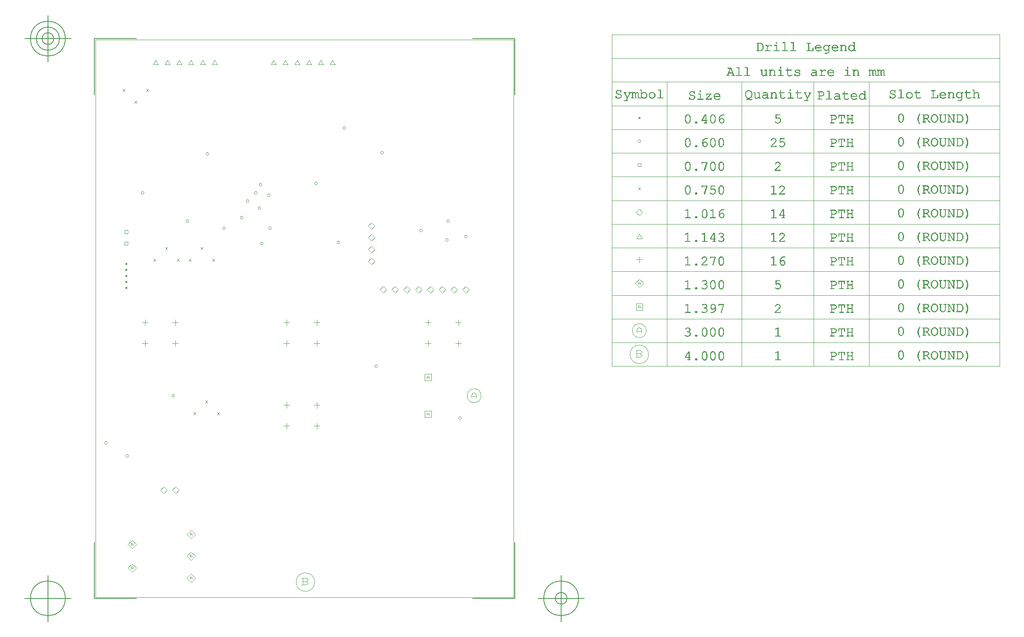
<source format=gbr>
G04 Generated by Ultiboard 14.0 *
%FSLAX33Y33*%
%MOMM*%

%ADD10C,0.001*%
%ADD11C,0.100*%
%ADD12C,0.010*%
%ADD13C,0.001*%
%ADD14C,0.127*%


G04 ColorRGB 000000 for the following layer *
%LNDrill Symbols-Copper Top-Copper Bottom*%
%LPD*%
G54D11*
X8509Y34629D02*
X9779Y34629D01*
X9144Y33994D02*
X9144Y35264D01*
X15663Y33994D02*
X15663Y35264D01*
X15028Y34629D02*
X16298Y34629D01*
X9144Y38481D02*
X9144Y39751D01*
X8509Y39116D02*
X9779Y39116D01*
X15663Y38481D02*
X15663Y39751D01*
X15028Y39116D02*
X16298Y39116D01*
X39624Y33994D02*
X39624Y35264D01*
X38989Y34629D02*
X40259Y34629D01*
X45508Y34629D02*
X46778Y34629D01*
X46143Y33994D02*
X46143Y35264D01*
X39624Y38481D02*
X39624Y39751D01*
X38989Y39116D02*
X40259Y39116D01*
X45508Y39116D02*
X46778Y39116D01*
X46143Y38481D02*
X46143Y39751D01*
X69469Y34629D02*
X70739Y34629D01*
X70104Y33994D02*
X70104Y35264D01*
X76623Y33994D02*
X76623Y35264D01*
X75988Y34629D02*
X77258Y34629D01*
X70104Y38481D02*
X70104Y39751D01*
X69469Y39116D02*
X70739Y39116D01*
X76623Y38481D02*
X76623Y39751D01*
X75988Y39116D02*
X77258Y39116D01*
X39624Y16214D02*
X39624Y17484D01*
X38989Y16849D02*
X40259Y16849D01*
X46143Y16214D02*
X46143Y17484D01*
X45508Y16849D02*
X46778Y16849D01*
X38989Y21336D02*
X40259Y21336D01*
X39624Y20701D02*
X39624Y21971D01*
X46143Y20701D02*
X46143Y21971D01*
X45508Y21336D02*
X46778Y21336D01*
X57912Y51606D02*
X58630Y52324D01*
X57912Y53042D01*
X57194Y52324D01*
X57912Y51606D01*
X57912Y54146D02*
X58630Y54864D01*
X57912Y55582D01*
X57194Y54864D01*
X57912Y54146D01*
X57912Y56686D02*
X58630Y57404D01*
X57912Y58122D01*
X57194Y57404D01*
X57912Y56686D01*
X57912Y59226D02*
X58630Y59944D01*
X57912Y60662D01*
X57194Y59944D01*
X57912Y59226D01*
X60452Y45510D02*
X61170Y46228D01*
X60452Y46946D01*
X59734Y46228D01*
X60452Y45510D01*
X62992Y45510D02*
X63710Y46228D01*
X62992Y46946D01*
X62274Y46228D01*
X62992Y45510D01*
X65532Y45510D02*
X66250Y46228D01*
X65532Y46946D01*
X64814Y46228D01*
X65532Y45510D01*
X68072Y45510D02*
X68790Y46228D01*
X68072Y46946D01*
X67354Y46228D01*
X68072Y45510D01*
X70612Y45510D02*
X71330Y46228D01*
X70612Y46946D01*
X69894Y46228D01*
X70612Y45510D01*
X73152Y45510D02*
X73870Y46228D01*
X73152Y46946D01*
X72434Y46228D01*
X73152Y45510D01*
X75692Y45510D02*
X76410Y46228D01*
X75692Y46946D01*
X74974Y46228D01*
X75692Y45510D01*
X78232Y45510D02*
X78950Y46228D01*
X78232Y46946D01*
X77514Y46228D01*
X78232Y45510D01*
X10859Y94679D02*
X12002Y94679D01*
X11430Y95654D01*
X10859Y94679D01*
X13399Y94679D02*
X14542Y94679D01*
X13970Y95654D01*
X13399Y94679D01*
X15939Y94679D02*
X17082Y94679D01*
X16510Y95654D01*
X15939Y94679D01*
X18479Y94679D02*
X19622Y94679D01*
X19050Y95654D01*
X18479Y94679D01*
X21019Y94679D02*
X22162Y94679D01*
X21590Y95654D01*
X21019Y94679D01*
X23559Y94679D02*
X24702Y94679D01*
X24130Y95654D01*
X23559Y94679D01*
X36259Y94679D02*
X37402Y94679D01*
X36830Y95654D01*
X36259Y94679D01*
X38799Y94679D02*
X39942Y94679D01*
X39370Y95654D01*
X38799Y94679D01*
X41339Y94679D02*
X42482Y94679D01*
X41910Y95654D01*
X41339Y94679D01*
X43879Y94679D02*
X45022Y94679D01*
X44450Y95654D01*
X43879Y94679D01*
X46419Y94679D02*
X47562Y94679D01*
X46990Y95654D01*
X46419Y94679D01*
X48959Y94679D02*
X50102Y94679D01*
X49530Y95654D01*
X48959Y94679D01*
X79427Y22939D02*
X79427Y23582D01*
X79760Y24011D01*
X80093Y24011D01*
X80427Y23582D01*
X80427Y22939D01*
X79427Y23261D02*
X80427Y23261D01*
X78510Y23368D02*
G75*
D01*
G02X78510Y23368I1500J0*
G01*
X69832Y19218D02*
X69832Y19518D01*
X69988Y19717D01*
X70143Y19717D01*
X70298Y19518D01*
X70298Y19218D01*
X69832Y19368D02*
X70298Y19368D01*
X69406Y18720D02*
X70803Y18720D01*
X70803Y20117D01*
X69406Y20117D01*
X69406Y18720D01*
X69832Y27118D02*
X69832Y27418D01*
X69988Y27617D01*
X70143Y27617D01*
X70298Y27418D01*
X70298Y27118D01*
X69832Y27268D02*
X70298Y27268D01*
X69406Y26620D02*
X70803Y26620D01*
X70803Y28017D01*
X69406Y28017D01*
X69406Y26620D01*
X18797Y-6662D02*
X18797Y-6383D01*
X18942Y-6197D01*
X19086Y-6197D01*
X19231Y-6383D01*
X19231Y-6662D01*
X18797Y-6522D02*
X19231Y-6522D01*
X19050Y-7395D02*
X19969Y-6476D01*
X19050Y-5557D01*
X18131Y-6476D01*
X19050Y-7395D01*
X18797Y-11362D02*
X18797Y-11083D01*
X18942Y-10897D01*
X19086Y-10897D01*
X19231Y-11083D01*
X19231Y-11362D01*
X18797Y-11222D02*
X19231Y-11222D01*
X19050Y-12095D02*
X19969Y-11176D01*
X19050Y-10257D01*
X18131Y-11176D01*
X19050Y-12095D01*
X18797Y-16062D02*
X18797Y-15783D01*
X18942Y-15597D01*
X19086Y-15597D01*
X19231Y-15783D01*
X19231Y-16062D01*
X18797Y-15922D02*
X19231Y-15922D01*
X19050Y-16795D02*
X19969Y-15876D01*
X19050Y-14957D01*
X18131Y-15876D01*
X19050Y-16795D01*
X6097Y-13902D02*
X6097Y-13623D01*
X6242Y-13437D01*
X6386Y-13437D01*
X6531Y-13623D01*
X6531Y-13902D01*
X6097Y-13762D02*
X6531Y-13762D01*
X6350Y-14635D02*
X7269Y-13716D01*
X6350Y-12797D01*
X5431Y-13716D01*
X6350Y-14635D01*
X6097Y-8822D02*
X6097Y-8543D01*
X6242Y-8357D01*
X6386Y-8357D01*
X6531Y-8543D01*
X6531Y-8822D01*
X6097Y-8682D02*
X6531Y-8682D01*
X6350Y-9555D02*
X7269Y-8636D01*
X6350Y-7717D01*
X5431Y-8636D01*
X6350Y-9555D01*
X13208Y2330D02*
X13926Y3048D01*
X13208Y3766D01*
X12490Y3048D01*
X13208Y2330D01*
X15748Y2330D02*
X16466Y3048D01*
X15748Y3766D01*
X15030Y3048D01*
X15748Y2330D01*
X42910Y-17335D02*
X43799Y-17335D01*
X44244Y-17050D01*
X44244Y-16907D01*
X43799Y-16621D01*
X44244Y-16335D01*
X44244Y-16192D01*
X43799Y-15907D01*
X43132Y-15907D01*
X42910Y-15907D01*
X43132Y-16621D02*
X43799Y-16621D01*
X43132Y-15907D02*
X43132Y-17335D01*
X41688Y-16764D02*
G75*
D01*
G02X41688Y-16764I2000J0*
G01*
X114808Y31707D02*
X115697Y31707D01*
X116142Y31993D01*
X116142Y32135D01*
X115697Y32421D01*
X116142Y32707D01*
X116142Y32850D01*
X115697Y33136D01*
X115030Y33136D01*
X114808Y33136D01*
X115030Y32421D02*
X115697Y32421D01*
X115030Y33136D02*
X115030Y31707D01*
X113586Y32278D02*
G75*
D01*
G02X113586Y32278I2000J0*
G01*
X115003Y36950D02*
X115003Y37593D01*
X115336Y38022D01*
X115669Y38022D01*
X116003Y37593D01*
X116003Y36950D01*
X115003Y37272D02*
X116003Y37272D01*
X114086Y37379D02*
G75*
D01*
G02X114086Y37379I1500J0*
G01*
X115314Y42280D02*
X115314Y42579D01*
X115469Y42779D01*
X115625Y42779D01*
X115780Y42579D01*
X115780Y42280D01*
X115314Y42429D02*
X115780Y42429D01*
X114887Y41781D02*
X116284Y41781D01*
X116284Y43178D01*
X114887Y43178D01*
X114887Y41781D01*
X115333Y47394D02*
X115333Y47673D01*
X115478Y47858D01*
X115622Y47858D01*
X115766Y47673D01*
X115766Y47394D01*
X115333Y47533D02*
X115766Y47533D01*
X115586Y46661D02*
X116505Y47580D01*
X115586Y48499D01*
X114667Y47580D01*
X115586Y46661D01*
X115586Y52045D02*
X115586Y53315D01*
X114951Y52680D02*
X116221Y52680D01*
X115014Y57209D02*
X116157Y57209D01*
X115586Y58185D01*
X115014Y57209D01*
X115586Y62163D02*
X116304Y62881D01*
X115586Y63600D01*
X114867Y62881D01*
X115586Y62163D01*
G54D12*
X4307Y89419D02*
X4837Y88889D01*
X4307Y88889D02*
X4837Y89419D01*
X9387Y89419D02*
X9917Y88889D01*
X9387Y88889D02*
X9917Y89419D01*
X6847Y86879D02*
X7377Y86349D01*
X6847Y86349D02*
X7377Y86879D01*
X33482Y63754D02*
G75*
D01*
G02X33482Y63754I300J0*
G01*
X29672Y61722D02*
G75*
D01*
G02X29672Y61722I300J0*
G01*
X30942Y65278D02*
G75*
D01*
G02X30942Y65278I300J0*
G01*
X25862Y59436D02*
G75*
D01*
G02X25862Y59436I300J0*
G01*
X4730Y58304D02*
X5430Y58304D01*
X5430Y59004D01*
X4730Y59004D01*
X4730Y58304D01*
X4730Y55804D02*
X5430Y55804D01*
X5430Y56504D01*
X4730Y56504D01*
X4730Y55804D01*
X10911Y52313D02*
X11441Y52843D01*
X10911Y52843D02*
X11441Y52313D01*
X15991Y52313D02*
X16521Y52843D01*
X15991Y52843D02*
X16521Y52313D01*
X13451Y55383D02*
X13981Y54853D01*
X13451Y54853D02*
X13981Y55383D01*
X18531Y52313D02*
X19061Y52843D01*
X18531Y52843D02*
X19061Y52313D01*
X23611Y52313D02*
X24141Y52843D01*
X23611Y52843D02*
X24141Y52313D01*
X21071Y55383D02*
X21601Y54853D01*
X21071Y54853D02*
X21601Y55383D01*
X8336Y67056D02*
G75*
D01*
G02X8336Y67056I300J0*
G01*
X17988Y60960D02*
G75*
D01*
G02X17988Y60960I300J0*
G01*
X22306Y75438D02*
G75*
D01*
G02X22306Y75438I300J0*
G01*
X33736Y68834D02*
G75*
D01*
G02X33736Y68834I300J0*
G01*
X35768Y59436D02*
G75*
D01*
G02X35768Y59436I300J0*
G01*
X33990Y56134D02*
G75*
D01*
G02X33990Y56134I300J0*
G01*
X50500Y56388D02*
G75*
D01*
G02X50500Y56388I300J0*
G01*
X45674Y69088D02*
G75*
D01*
G02X45674Y69088I300J0*
G01*
X68280Y58928D02*
G75*
D01*
G02X68280Y58928I300J0*
G01*
X35514Y66548D02*
G75*
D01*
G02X35514Y66548I300J0*
G01*
X74122Y60960D02*
G75*
D01*
G02X74122Y60960I300J0*
G01*
X73868Y56896D02*
G75*
D01*
G02X73868Y56896I300J0*
G01*
X77932Y57658D02*
G75*
D01*
G02X77932Y57658I300J0*
G01*
X59898Y75692D02*
G75*
D01*
G02X59898Y75692I300J0*
G01*
X51770Y81026D02*
G75*
D01*
G02X51770Y81026I300J0*
G01*
X32720Y67056D02*
G75*
D01*
G02X32720Y67056I300J0*
G01*
X58628Y29718D02*
G75*
D01*
G02X58628Y29718I300J0*
G01*
X76662Y18542D02*
G75*
D01*
G02X76662Y18542I300J0*
G01*
X5034Y10414D02*
G75*
D01*
G02X5034Y10414I300J0*
G01*
X462Y13208D02*
G75*
D01*
G02X462Y13208I300J0*
G01*
X14940Y23368D02*
G75*
D01*
G02X14940Y23368I300J0*
G01*
X24627Y19293D02*
X25157Y19823D01*
X24627Y19823D02*
X25157Y19293D01*
X19547Y19293D02*
X20077Y19823D01*
X19547Y19823D02*
X20077Y19293D01*
X22087Y21833D02*
X22617Y22363D01*
X22087Y22363D02*
X22617Y21833D01*
X5001Y46516D02*
X5001Y46603D01*
X5046Y46661D01*
X5091Y46661D01*
X5136Y46603D01*
X5136Y46516D01*
X5001Y46560D02*
X5136Y46560D01*
X4877Y46473D02*
X5283Y46473D01*
X5080Y46820D01*
X4877Y46473D01*
X5001Y47816D02*
X5001Y47903D01*
X5046Y47961D01*
X5091Y47961D01*
X5136Y47903D01*
X5136Y47816D01*
X5001Y47860D02*
X5136Y47860D01*
X4877Y47773D02*
X5283Y47773D01*
X5080Y48120D01*
X4877Y47773D01*
X5001Y50416D02*
X5001Y50503D01*
X5046Y50561D01*
X5091Y50561D01*
X5136Y50503D01*
X5136Y50416D01*
X5001Y50460D02*
X5136Y50460D01*
X4877Y50373D02*
X5283Y50373D01*
X5080Y50720D01*
X4877Y50373D01*
X5001Y49116D02*
X5001Y49203D01*
X5046Y49261D01*
X5091Y49261D01*
X5136Y49203D01*
X5136Y49116D01*
X5001Y49160D02*
X5136Y49160D01*
X4877Y49073D02*
X5283Y49073D01*
X5080Y49420D01*
X4877Y49073D01*
X5001Y51716D02*
X5001Y51803D01*
X5046Y51861D01*
X5091Y51861D01*
X5136Y51803D01*
X5136Y51716D01*
X5001Y51760D02*
X5136Y51760D01*
X4877Y51673D02*
X5283Y51673D01*
X5080Y52020D01*
X4877Y51673D01*
X115321Y67717D02*
X115851Y68247D01*
X115321Y68247D02*
X115851Y67717D01*
X115236Y72732D02*
X115936Y72732D01*
X115936Y73432D01*
X115236Y73432D01*
X115236Y72732D01*
X115286Y78183D02*
G75*
D01*
G02X115286Y78183I300J0*
G01*
X115507Y83124D02*
X115507Y83211D01*
X115552Y83269D01*
X115597Y83269D01*
X115642Y83211D01*
X115642Y83124D01*
X115507Y83167D02*
X115642Y83167D01*
X115383Y83080D02*
X115789Y83080D01*
X115586Y83427D01*
X115383Y83080D01*
G54D13*
G36*
X125907Y31119D02*
X125907Y31119D01*
X125907Y31168D01*
X125902Y31143D01*
X125907Y31119D01*
D02*
G37*
X125907Y31168D01*
X125902Y31143D01*
X125907Y31119D01*
G36*
X125907Y31168D02*
X125907Y31168D01*
X125907Y31119D01*
X125921Y31099D01*
X125907Y31168D01*
D02*
G37*
X125907Y31119D01*
X125921Y31099D01*
X125907Y31168D01*
G36*
X125921Y31099D02*
X125921Y31099D01*
X125921Y31188D01*
X125907Y31168D01*
X125921Y31099D01*
D02*
G37*
X125921Y31188D01*
X125907Y31168D01*
X125921Y31099D01*
G36*
X125921Y31188D02*
X125921Y31188D01*
X125921Y31099D01*
X125947Y31086D01*
X125921Y31188D01*
D02*
G37*
X125921Y31099D01*
X125947Y31086D01*
X125921Y31188D01*
G36*
X125947Y31086D02*
X125947Y31086D01*
X125947Y31200D01*
X125921Y31188D01*
X125947Y31086D01*
D02*
G37*
X125947Y31200D01*
X125921Y31188D01*
X125947Y31086D01*
G36*
X125947Y31200D02*
X125947Y31200D01*
X125947Y31086D01*
X125985Y31081D01*
X125947Y31200D01*
D02*
G37*
X125947Y31086D01*
X125985Y31081D01*
X125947Y31200D01*
G36*
X125985Y31081D02*
X125985Y31081D01*
X125985Y31205D01*
X125947Y31200D01*
X125985Y31081D01*
D02*
G37*
X125985Y31205D01*
X125947Y31200D01*
X125985Y31081D01*
G36*
X125985Y31205D02*
X125985Y31205D01*
X125985Y31081D01*
X126442Y31081D01*
X125985Y31205D01*
D02*
G37*
X125985Y31081D01*
X126442Y31081D01*
X125985Y31205D01*
G36*
X126442Y31081D02*
X126442Y31081D01*
X126215Y31205D01*
X125985Y31205D01*
X126442Y31081D01*
D02*
G37*
X126215Y31205D01*
X125985Y31205D01*
X126442Y31081D01*
G36*
X126215Y31205D02*
X126215Y31205D01*
X126442Y31081D01*
X126340Y31205D01*
X126215Y31205D01*
D02*
G37*
X126442Y31081D01*
X126340Y31205D01*
X126215Y31205D01*
G36*
X126340Y31205D02*
X126340Y31205D01*
X126215Y31596D01*
X126215Y31205D01*
X126340Y31205D01*
D02*
G37*
X126215Y31596D01*
X126215Y31205D01*
X126340Y31205D01*
G36*
X126215Y31596D02*
X126215Y31596D01*
X126340Y31205D01*
X126215Y31719D01*
X126215Y31596D01*
D02*
G37*
X126340Y31205D01*
X126215Y31719D01*
X126215Y31596D01*
G36*
X126215Y31719D02*
X126215Y31719D01*
X125528Y31719D01*
X126215Y31596D01*
X126215Y31719D01*
D02*
G37*
X125528Y31719D01*
X126215Y31596D01*
X126215Y31719D01*
G36*
X126215Y31596D02*
X126215Y31596D01*
X125400Y31738D01*
X125400Y31596D01*
X126215Y31596D01*
D02*
G37*
X125400Y31738D01*
X125400Y31596D01*
X126215Y31596D01*
G36*
X125400Y31738D02*
X125400Y31738D01*
X126215Y31596D01*
X125528Y31719D01*
X125400Y31738D01*
D02*
G37*
X126215Y31596D01*
X125528Y31719D01*
X125400Y31738D01*
G36*
X125528Y31719D02*
X125528Y31719D01*
X126084Y32920D01*
X125400Y31738D01*
X125528Y31719D01*
D02*
G37*
X126084Y32920D01*
X125400Y31738D01*
X125528Y31719D01*
G36*
X126084Y32920D02*
X126084Y32920D01*
X125528Y31719D01*
X126151Y32795D01*
X126084Y32920D01*
D02*
G37*
X125528Y31719D01*
X126151Y32795D01*
X126084Y32920D01*
G36*
X126151Y32795D02*
X126151Y32795D01*
X126340Y32920D01*
X126084Y32920D01*
X126151Y32795D01*
D02*
G37*
X126340Y32920D01*
X126084Y32920D01*
X126151Y32795D01*
G36*
X126340Y32920D02*
X126340Y32920D01*
X126151Y32795D01*
X126215Y32795D01*
X126340Y32920D01*
D02*
G37*
X126151Y32795D01*
X126215Y32795D01*
X126340Y32920D01*
G36*
X126215Y32795D02*
X126215Y32795D01*
X126340Y31205D01*
X126340Y32920D01*
X126215Y32795D01*
D02*
G37*
X126340Y31205D01*
X126340Y32920D01*
X126215Y32795D01*
G36*
X126340Y31205D02*
X126340Y31205D01*
X126215Y32795D01*
X126215Y31719D01*
X126340Y31205D01*
D02*
G37*
X126215Y32795D01*
X126215Y31719D01*
X126340Y31205D01*
G36*
X126521Y31682D02*
X126521Y31682D01*
X126521Y31633D01*
X126526Y31657D01*
X126521Y31682D01*
D02*
G37*
X126521Y31633D01*
X126526Y31657D01*
X126521Y31682D01*
G36*
X126521Y31633D02*
X126521Y31633D01*
X126521Y31682D01*
X126507Y31702D01*
X126521Y31633D01*
D02*
G37*
X126521Y31682D01*
X126507Y31702D01*
X126521Y31633D01*
G36*
X126507Y31702D02*
X126507Y31702D01*
X126507Y31613D01*
X126521Y31633D01*
X126507Y31702D01*
D02*
G37*
X126507Y31613D01*
X126521Y31633D01*
X126507Y31702D01*
G36*
X126507Y31613D02*
X126507Y31613D01*
X126507Y31702D01*
X126481Y31714D01*
X126507Y31613D01*
D02*
G37*
X126507Y31702D01*
X126481Y31714D01*
X126507Y31613D01*
G36*
X126481Y31714D02*
X126481Y31714D01*
X126481Y31600D01*
X126507Y31613D01*
X126481Y31714D01*
D02*
G37*
X126481Y31600D01*
X126507Y31613D01*
X126481Y31714D01*
G36*
X126481Y31600D02*
X126481Y31600D01*
X126481Y31714D01*
X126442Y31719D01*
X126481Y31600D01*
D02*
G37*
X126481Y31714D01*
X126442Y31719D01*
X126481Y31600D01*
G36*
X126442Y31719D02*
X126442Y31719D01*
X126442Y31596D01*
X126481Y31600D01*
X126442Y31719D01*
D02*
G37*
X126442Y31596D01*
X126481Y31600D01*
X126442Y31719D01*
G36*
X126442Y31596D02*
X126442Y31596D01*
X126442Y31719D01*
X126340Y31719D01*
X126442Y31596D01*
D02*
G37*
X126442Y31719D01*
X126340Y31719D01*
X126442Y31596D01*
G36*
X126340Y31719D02*
X126340Y31719D01*
X126340Y31596D01*
X126442Y31596D01*
X126340Y31719D01*
D02*
G37*
X126340Y31596D01*
X126442Y31596D01*
X126340Y31719D01*
G36*
X126340Y31596D02*
X126340Y31596D01*
X126340Y32920D01*
X126340Y31596D01*
D02*
G37*
X126340Y32920D01*
X126340Y31596D01*
G36*
X126340Y32920D02*
X126340Y32920D01*
X126340Y31205D01*
X126340Y31596D01*
X126340Y32920D01*
D02*
G37*
X126340Y31205D01*
X126340Y31596D01*
X126340Y32920D01*
G36*
X126442Y31081D02*
X126442Y31081D01*
X126442Y31205D01*
X126340Y31205D01*
X126442Y31081D01*
D02*
G37*
X126442Y31205D01*
X126340Y31205D01*
X126442Y31081D01*
G36*
X126442Y31205D02*
X126442Y31205D01*
X126442Y31081D01*
X126481Y31086D01*
X126442Y31205D01*
D02*
G37*
X126442Y31081D01*
X126481Y31086D01*
X126442Y31205D01*
G36*
X126481Y31086D02*
X126481Y31086D01*
X126481Y31200D01*
X126442Y31205D01*
X126481Y31086D01*
D02*
G37*
X126481Y31200D01*
X126442Y31205D01*
X126481Y31086D01*
G36*
X126481Y31200D02*
X126481Y31200D01*
X126481Y31086D01*
X126507Y31099D01*
X126481Y31200D01*
D02*
G37*
X126481Y31086D01*
X126507Y31099D01*
X126481Y31200D01*
G36*
X126507Y31099D02*
X126507Y31099D01*
X126507Y31188D01*
X126481Y31200D01*
X126507Y31099D01*
D02*
G37*
X126507Y31188D01*
X126481Y31200D01*
X126507Y31099D01*
G36*
X126507Y31188D02*
X126507Y31188D01*
X126507Y31099D01*
X126521Y31119D01*
X126507Y31188D01*
D02*
G37*
X126507Y31099D01*
X126521Y31119D01*
X126507Y31188D01*
G36*
X126521Y31119D02*
X126521Y31119D01*
X126521Y31168D01*
X126507Y31188D01*
X126521Y31119D01*
D02*
G37*
X126521Y31168D01*
X126507Y31188D01*
X126521Y31119D01*
G36*
X126521Y31168D02*
X126521Y31168D01*
X126521Y31119D01*
X126526Y31143D01*
X126521Y31168D01*
D02*
G37*
X126521Y31119D01*
X126526Y31143D01*
X126521Y31168D01*
G36*
X127761Y31435D02*
X127761Y31435D01*
X127686Y31420D01*
X127761Y31435D01*
D02*
G37*
X127686Y31420D01*
X127761Y31435D01*
G36*
X127761Y31435D01*
X127686Y31420D01*
X127621Y31377D01*
X127761Y31435D01*
D02*
G37*
X127686Y31420D01*
X127621Y31377D01*
X127761Y31435D01*
G36*
X127761Y31435D01*
X127621Y31377D01*
X127576Y31313D01*
X127761Y31435D01*
D02*
G37*
X127621Y31377D01*
X127576Y31313D01*
X127761Y31435D01*
G36*
X127761Y31435D01*
X127576Y31313D01*
X127562Y31235D01*
X127761Y31435D01*
D02*
G37*
X127576Y31313D01*
X127562Y31235D01*
X127761Y31435D01*
G36*
X127761Y31435D01*
X127562Y31235D01*
X127576Y31159D01*
X127761Y31435D01*
D02*
G37*
X127562Y31235D01*
X127576Y31159D01*
X127761Y31435D01*
G36*
X127761Y31435D01*
X127576Y31159D01*
X127620Y31095D01*
X127761Y31435D01*
D02*
G37*
X127576Y31159D01*
X127620Y31095D01*
X127761Y31435D01*
G36*
X127761Y31435D01*
X127620Y31095D01*
X127685Y31052D01*
X127761Y31435D01*
D02*
G37*
X127620Y31095D01*
X127685Y31052D01*
X127761Y31435D01*
G36*
X127761Y31435D01*
X127685Y31052D01*
X127761Y31038D01*
X127761Y31435D01*
D02*
G37*
X127685Y31052D01*
X127761Y31038D01*
X127761Y31435D01*
G36*
X127761Y31435D01*
X127761Y31038D01*
X127814Y31038D01*
X127761Y31435D01*
D02*
G37*
X127761Y31038D01*
X127814Y31038D01*
X127761Y31435D01*
G36*
X127761Y31435D01*
X127814Y31038D01*
X127889Y31052D01*
X127761Y31435D01*
D02*
G37*
X127814Y31038D01*
X127889Y31052D01*
X127761Y31435D01*
G36*
X127761Y31435D01*
X127889Y31052D01*
X127953Y31095D01*
X127761Y31435D01*
D02*
G37*
X127889Y31052D01*
X127953Y31095D01*
X127761Y31435D01*
G36*
X127761Y31435D01*
X127953Y31095D01*
X127998Y31159D01*
X127761Y31435D01*
D02*
G37*
X127953Y31095D01*
X127998Y31159D01*
X127761Y31435D01*
G36*
X127761Y31435D01*
X127998Y31159D01*
X128013Y31237D01*
X127761Y31435D01*
D02*
G37*
X127998Y31159D01*
X128013Y31237D01*
X127761Y31435D01*
G36*
X127761Y31435D01*
X128013Y31237D01*
X127998Y31313D01*
X127761Y31435D01*
D02*
G37*
X128013Y31237D01*
X127998Y31313D01*
X127761Y31435D01*
G36*
X127761Y31435D01*
X127998Y31313D01*
X127954Y31377D01*
X127761Y31435D01*
D02*
G37*
X127998Y31313D01*
X127954Y31377D01*
X127761Y31435D01*
G36*
X127761Y31435D01*
X127954Y31377D01*
X127890Y31420D01*
X127761Y31435D01*
D02*
G37*
X127954Y31377D01*
X127890Y31420D01*
X127761Y31435D01*
G36*
X127761Y31435D01*
X127890Y31420D01*
X127814Y31435D01*
X127761Y31435D01*
D02*
G37*
X127890Y31420D01*
X127814Y31435D01*
X127761Y31435D01*
G36*
X130143Y32311D02*
X130143Y32311D01*
X130119Y32448D01*
X130140Y31659D01*
X130143Y32311D01*
D02*
G37*
X130119Y32448D01*
X130140Y31659D01*
X130143Y32311D01*
G36*
X130143Y32311D01*
X130140Y31659D01*
X130151Y31848D01*
X130143Y32311D01*
D02*
G37*
X130140Y31659D01*
X130151Y31848D01*
X130143Y32311D01*
G36*
X130143Y32311D01*
X130151Y31848D01*
X130151Y32152D01*
X130143Y32311D01*
D02*
G37*
X130151Y31848D01*
X130151Y32152D01*
X130143Y32311D01*
G36*
X130089Y32541D02*
X130089Y32541D01*
X130140Y31659D01*
X130119Y32448D01*
X130089Y32541D01*
D02*
G37*
X130140Y31659D01*
X130119Y32448D01*
X130089Y32541D01*
G36*
X130140Y31659D02*
X130140Y31659D01*
X130089Y32541D01*
X130046Y32643D01*
X130140Y31659D01*
D02*
G37*
X130089Y32541D01*
X130046Y32643D01*
X130140Y31659D01*
G36*
X130046Y32643D02*
X130046Y32643D01*
X130045Y31345D01*
X130140Y31659D01*
X130046Y32643D01*
D02*
G37*
X130045Y31345D01*
X130140Y31659D01*
X130046Y32643D01*
G36*
X130045Y31345D02*
X130045Y31345D01*
X130046Y32643D01*
X130028Y32136D01*
X130045Y31345D01*
D02*
G37*
X130046Y32643D01*
X130028Y32136D01*
X130045Y31345D01*
G36*
X130028Y32136D02*
X130028Y32136D01*
X130028Y31865D01*
X130045Y31345D01*
X130028Y32136D01*
D02*
G37*
X130028Y31865D01*
X130045Y31345D01*
X130028Y32136D01*
G36*
X129869Y32700D02*
X129869Y32700D01*
X129878Y32869D01*
X129827Y32748D01*
X129869Y32700D01*
D02*
G37*
X129878Y32869D01*
X129827Y32748D01*
X129869Y32700D01*
G36*
X129878Y32869D02*
X129878Y32869D01*
X129869Y32700D01*
X129927Y32596D01*
X129878Y32869D01*
D02*
G37*
X129869Y32700D01*
X129927Y32596D01*
X129878Y32869D01*
G36*
X129927Y32596D02*
X129927Y32596D01*
X129952Y32800D01*
X129878Y32869D01*
X129927Y32596D01*
D02*
G37*
X129952Y32800D01*
X129878Y32869D01*
X129927Y32596D01*
G36*
X129952Y32800D02*
X129952Y32800D01*
X129927Y32596D01*
X129979Y32461D01*
X129952Y32800D01*
D02*
G37*
X129927Y32596D01*
X129979Y32461D01*
X129952Y32800D01*
G36*
X129979Y32461D02*
X129979Y32461D01*
X129998Y32736D01*
X129952Y32800D01*
X129979Y32461D01*
D02*
G37*
X129998Y32736D01*
X129952Y32800D01*
X129979Y32461D01*
G36*
X129998Y32736D02*
X129998Y32736D01*
X129979Y32461D01*
X130016Y32304D01*
X129998Y32736D01*
D02*
G37*
X129979Y32461D01*
X130016Y32304D01*
X129998Y32736D01*
G36*
X130016Y32304D02*
X130016Y32304D01*
X130046Y32643D01*
X129998Y32736D01*
X130016Y32304D01*
D02*
G37*
X130046Y32643D01*
X129998Y32736D01*
X130016Y32304D01*
G36*
X130046Y32643D02*
X130046Y32643D01*
X130016Y32304D01*
X130028Y32136D01*
X130046Y32643D01*
D02*
G37*
X130016Y32304D01*
X130028Y32136D01*
X130046Y32643D01*
G36*
X129685Y32826D02*
X129685Y32826D01*
X129691Y32953D01*
X129586Y32839D01*
X129685Y32826D01*
D02*
G37*
X129691Y32953D01*
X129586Y32839D01*
X129685Y32826D01*
G36*
X129691Y32953D02*
X129691Y32953D01*
X129685Y32826D01*
X129774Y32788D01*
X129691Y32953D01*
D02*
G37*
X129685Y32826D01*
X129774Y32788D01*
X129691Y32953D01*
G36*
X129774Y32788D02*
X129774Y32788D01*
X129790Y32921D01*
X129691Y32953D01*
X129774Y32788D01*
D02*
G37*
X129790Y32921D01*
X129691Y32953D01*
X129774Y32788D01*
G36*
X129790Y32921D02*
X129790Y32921D01*
X129774Y32788D01*
X129827Y32748D01*
X129790Y32921D01*
D02*
G37*
X129774Y32788D01*
X129827Y32748D01*
X129790Y32921D01*
G36*
X129827Y32748D02*
X129827Y32748D01*
X129878Y32869D01*
X129790Y32921D01*
X129827Y32748D01*
D02*
G37*
X129878Y32869D01*
X129790Y32921D01*
X129827Y32748D01*
G36*
X129211Y32518D02*
X129211Y32518D01*
X129211Y32782D01*
X129152Y32272D01*
X129211Y32518D01*
D02*
G37*
X129211Y32782D01*
X129152Y32272D01*
X129211Y32518D01*
G36*
X129211Y32782D02*
X129211Y32782D01*
X129211Y32518D01*
X129262Y32628D01*
X129211Y32782D01*
D02*
G37*
X129211Y32518D01*
X129262Y32628D01*
X129211Y32782D01*
G36*
X129262Y32628D02*
X129262Y32628D01*
X129290Y32862D01*
X129211Y32782D01*
X129262Y32628D01*
D02*
G37*
X129290Y32862D01*
X129211Y32782D01*
X129262Y32628D01*
G36*
X129290Y32862D02*
X129290Y32862D01*
X129262Y32628D01*
X129326Y32721D01*
X129290Y32862D01*
D02*
G37*
X129262Y32628D01*
X129326Y32721D01*
X129290Y32862D01*
G36*
X129326Y32721D02*
X129326Y32721D01*
X129477Y32952D01*
X129290Y32862D01*
X129326Y32721D01*
D02*
G37*
X129477Y32952D01*
X129290Y32862D01*
X129326Y32721D01*
G36*
X129477Y32952D02*
X129477Y32952D01*
X129326Y32721D01*
X129488Y32826D01*
X129477Y32952D01*
D02*
G37*
X129326Y32721D01*
X129488Y32826D01*
X129477Y32952D01*
G36*
X129488Y32826D02*
X129488Y32826D01*
X129585Y32964D01*
X129477Y32952D01*
X129488Y32826D01*
D02*
G37*
X129585Y32964D01*
X129477Y32952D01*
X129488Y32826D01*
G36*
X129585Y32964D02*
X129585Y32964D01*
X129488Y32826D01*
X129586Y32839D01*
X129585Y32964D01*
D02*
G37*
X129488Y32826D01*
X129586Y32839D01*
X129585Y32964D01*
G36*
X129586Y32839D02*
X129586Y32839D01*
X129691Y32953D01*
X129585Y32964D01*
X129586Y32839D01*
D02*
G37*
X129691Y32953D01*
X129585Y32964D01*
X129586Y32839D01*
G36*
X129128Y32656D02*
X129128Y32656D01*
X129034Y32341D01*
X129056Y31553D01*
X129128Y32656D01*
D02*
G37*
X129034Y32341D01*
X129056Y31553D01*
X129128Y32656D01*
G36*
X129128Y32656D01*
X129056Y31553D01*
X129085Y31459D01*
X129128Y32656D01*
D02*
G37*
X129056Y31553D01*
X129085Y31459D01*
X129128Y32656D01*
G36*
X129128Y32656D01*
X129085Y31459D01*
X129128Y31357D01*
X129128Y32656D01*
D02*
G37*
X129085Y31459D01*
X129128Y31357D01*
X129128Y32656D01*
G36*
X129128Y32656D01*
X129128Y31357D01*
X129145Y31865D01*
X129128Y32656D01*
D02*
G37*
X129128Y31357D01*
X129145Y31865D01*
X129128Y32656D01*
G36*
X129128Y32656D01*
X129145Y31865D01*
X129145Y32136D01*
X129128Y32656D01*
D02*
G37*
X129145Y31865D01*
X129145Y32136D01*
X129128Y32656D01*
G36*
X129128Y32656D01*
X129145Y32136D01*
X129152Y32272D01*
X129128Y32656D01*
D02*
G37*
X129145Y32136D01*
X129152Y32272D01*
X129128Y32656D01*
G36*
X129128Y32656D01*
X129152Y32272D01*
X129211Y32782D01*
X129128Y32656D01*
D02*
G37*
X129152Y32272D01*
X129211Y32782D01*
X129128Y32656D01*
G36*
X130021Y31729D02*
X130021Y31729D01*
X130045Y31345D01*
X130028Y31865D01*
X130021Y31729D01*
D02*
G37*
X130045Y31345D01*
X130028Y31865D01*
X130021Y31729D01*
G36*
X130045Y31345D02*
X130045Y31345D01*
X130021Y31729D01*
X129962Y31482D01*
X130045Y31345D01*
D02*
G37*
X130021Y31729D01*
X129962Y31482D01*
X130045Y31345D01*
G36*
X129962Y31482D02*
X129962Y31482D01*
X129962Y31219D01*
X130045Y31345D01*
X129962Y31482D01*
D02*
G37*
X129962Y31219D01*
X130045Y31345D01*
X129962Y31482D01*
G36*
X129962Y31219D02*
X129962Y31219D01*
X129962Y31482D01*
X129911Y31372D01*
X129962Y31219D01*
D02*
G37*
X129962Y31482D01*
X129911Y31372D01*
X129962Y31219D01*
G36*
X129911Y31372D02*
X129911Y31372D01*
X129884Y31140D01*
X129962Y31219D01*
X129911Y31372D01*
D02*
G37*
X129884Y31140D01*
X129962Y31219D01*
X129911Y31372D01*
G36*
X129884Y31140D02*
X129884Y31140D01*
X129911Y31372D01*
X129847Y31280D01*
X129884Y31140D01*
D02*
G37*
X129911Y31372D01*
X129847Y31280D01*
X129884Y31140D01*
G36*
X129847Y31280D02*
X129847Y31280D01*
X129697Y31049D01*
X129884Y31140D01*
X129847Y31280D01*
D02*
G37*
X129697Y31049D01*
X129884Y31140D01*
X129847Y31280D01*
G36*
X129697Y31049D02*
X129697Y31049D01*
X129847Y31280D01*
X129686Y31174D01*
X129697Y31049D01*
D02*
G37*
X129847Y31280D01*
X129686Y31174D01*
X129697Y31049D01*
G36*
X129686Y31174D02*
X129686Y31174D01*
X129589Y31161D01*
X129697Y31049D01*
X129686Y31174D01*
D02*
G37*
X129589Y31161D01*
X129697Y31049D01*
X129686Y31174D01*
G36*
X129589Y31161D02*
X129589Y31161D01*
X129589Y31038D01*
X129697Y31049D01*
X129589Y31161D01*
D02*
G37*
X129589Y31038D01*
X129697Y31049D01*
X129589Y31161D01*
G36*
X129589Y31038D02*
X129589Y31038D01*
X129589Y31161D01*
X129489Y31174D01*
X129589Y31038D01*
D02*
G37*
X129589Y31161D01*
X129489Y31174D01*
X129589Y31038D01*
G36*
X129489Y31174D02*
X129489Y31174D01*
X129484Y31048D01*
X129589Y31038D01*
X129489Y31174D01*
D02*
G37*
X129484Y31048D01*
X129589Y31038D01*
X129489Y31174D01*
G36*
X129484Y31048D02*
X129484Y31048D01*
X129489Y31174D01*
X129400Y31213D01*
X129484Y31048D01*
D02*
G37*
X129489Y31174D01*
X129400Y31213D01*
X129484Y31048D01*
G36*
X129400Y31213D02*
X129400Y31213D01*
X129385Y31081D01*
X129484Y31048D01*
X129400Y31213D01*
D02*
G37*
X129385Y31081D01*
X129484Y31048D01*
X129400Y31213D01*
G36*
X129385Y31081D02*
X129385Y31081D01*
X129400Y31213D01*
X129347Y31253D01*
X129385Y31081D01*
D02*
G37*
X129400Y31213D01*
X129347Y31253D01*
X129385Y31081D01*
G36*
X129347Y31253D02*
X129347Y31253D01*
X129306Y31300D01*
X129385Y31081D01*
X129347Y31253D01*
D02*
G37*
X129306Y31300D01*
X129385Y31081D01*
X129347Y31253D01*
G36*
X129306Y31300D02*
X129306Y31300D01*
X129296Y31133D01*
X129385Y31081D01*
X129306Y31300D01*
D02*
G37*
X129296Y31133D01*
X129385Y31081D01*
X129306Y31300D01*
G36*
X129296Y31133D02*
X129296Y31133D01*
X129306Y31300D01*
X129247Y31404D01*
X129296Y31133D01*
D02*
G37*
X129306Y31300D01*
X129247Y31404D01*
X129296Y31133D01*
G36*
X129247Y31404D02*
X129247Y31404D01*
X129221Y31202D01*
X129296Y31133D01*
X129247Y31404D01*
D02*
G37*
X129221Y31202D01*
X129296Y31133D01*
X129247Y31404D01*
G36*
X129221Y31202D02*
X129221Y31202D01*
X129247Y31404D01*
X129194Y31540D01*
X129221Y31202D01*
D02*
G37*
X129247Y31404D01*
X129194Y31540D01*
X129221Y31202D01*
G36*
X129194Y31540D02*
X129194Y31540D01*
X129177Y31265D01*
X129221Y31202D01*
X129194Y31540D01*
D02*
G37*
X129177Y31265D01*
X129221Y31202D01*
X129194Y31540D01*
G36*
X129177Y31265D02*
X129177Y31265D01*
X129194Y31540D01*
X129157Y31697D01*
X129177Y31265D01*
D02*
G37*
X129194Y31540D01*
X129157Y31697D01*
X129177Y31265D01*
G36*
X129157Y31697D02*
X129157Y31697D01*
X129145Y31865D01*
X129177Y31265D01*
X129157Y31697D01*
D02*
G37*
X129145Y31865D01*
X129177Y31265D01*
X129157Y31697D01*
G36*
X129030Y31690D02*
X129030Y31690D01*
X129056Y31553D01*
X129034Y32341D01*
X129030Y31690D01*
D02*
G37*
X129056Y31553D01*
X129034Y32341D01*
X129030Y31690D01*
G36*
X129030Y31690D01*
X129034Y32341D01*
X129022Y32152D01*
X129030Y31690D01*
D02*
G37*
X129034Y32341D01*
X129022Y32152D01*
X129030Y31690D01*
G36*
X129030Y31690D01*
X129022Y32152D01*
X129022Y31848D01*
X129030Y31690D01*
D02*
G37*
X129022Y32152D01*
X129022Y31848D01*
X129030Y31690D01*
G36*
X129145Y31865D02*
X129145Y31865D01*
X129128Y31357D01*
X129177Y31265D01*
X129145Y31865D01*
D02*
G37*
X129128Y31357D01*
X129177Y31265D01*
X129145Y31865D01*
G36*
X131944Y32311D02*
X131944Y32311D01*
X131920Y32448D01*
X131940Y31659D01*
X131944Y32311D01*
D02*
G37*
X131920Y32448D01*
X131940Y31659D01*
X131944Y32311D01*
G36*
X131944Y32311D01*
X131940Y31659D01*
X131952Y31848D01*
X131944Y32311D01*
D02*
G37*
X131940Y31659D01*
X131952Y31848D01*
X131944Y32311D01*
G36*
X131944Y32311D01*
X131952Y31848D01*
X131952Y32152D01*
X131944Y32311D01*
D02*
G37*
X131952Y31848D01*
X131952Y32152D01*
X131944Y32311D01*
G36*
X131889Y32541D02*
X131889Y32541D01*
X131940Y31659D01*
X131920Y32448D01*
X131889Y32541D01*
D02*
G37*
X131940Y31659D01*
X131920Y32448D01*
X131889Y32541D01*
G36*
X131940Y31659D02*
X131940Y31659D01*
X131889Y32541D01*
X131846Y32643D01*
X131940Y31659D01*
D02*
G37*
X131889Y32541D01*
X131846Y32643D01*
X131940Y31659D01*
G36*
X131846Y32643D02*
X131846Y32643D01*
X131845Y31345D01*
X131940Y31659D01*
X131846Y32643D01*
D02*
G37*
X131845Y31345D01*
X131940Y31659D01*
X131846Y32643D01*
G36*
X131845Y31345D02*
X131845Y31345D01*
X131846Y32643D01*
X131829Y32136D01*
X131845Y31345D01*
D02*
G37*
X131846Y32643D01*
X131829Y32136D01*
X131845Y31345D01*
G36*
X131829Y32136D02*
X131829Y32136D01*
X131829Y31865D01*
X131845Y31345D01*
X131829Y32136D01*
D02*
G37*
X131829Y31865D01*
X131845Y31345D01*
X131829Y32136D01*
G36*
X131669Y32700D02*
X131669Y32700D01*
X131678Y32869D01*
X131627Y32748D01*
X131669Y32700D01*
D02*
G37*
X131678Y32869D01*
X131627Y32748D01*
X131669Y32700D01*
G36*
X131678Y32869D02*
X131678Y32869D01*
X131669Y32700D01*
X131727Y32596D01*
X131678Y32869D01*
D02*
G37*
X131669Y32700D01*
X131727Y32596D01*
X131678Y32869D01*
G36*
X131727Y32596D02*
X131727Y32596D01*
X131753Y32800D01*
X131678Y32869D01*
X131727Y32596D01*
D02*
G37*
X131753Y32800D01*
X131678Y32869D01*
X131727Y32596D01*
G36*
X131753Y32800D02*
X131753Y32800D01*
X131727Y32596D01*
X131780Y32461D01*
X131753Y32800D01*
D02*
G37*
X131727Y32596D01*
X131780Y32461D01*
X131753Y32800D01*
G36*
X131780Y32461D02*
X131780Y32461D01*
X131798Y32736D01*
X131753Y32800D01*
X131780Y32461D01*
D02*
G37*
X131798Y32736D01*
X131753Y32800D01*
X131780Y32461D01*
G36*
X131798Y32736D02*
X131798Y32736D01*
X131780Y32461D01*
X131816Y32304D01*
X131798Y32736D01*
D02*
G37*
X131780Y32461D01*
X131816Y32304D01*
X131798Y32736D01*
G36*
X131816Y32304D02*
X131816Y32304D01*
X131846Y32643D01*
X131798Y32736D01*
X131816Y32304D01*
D02*
G37*
X131846Y32643D01*
X131798Y32736D01*
X131816Y32304D01*
G36*
X131846Y32643D02*
X131846Y32643D01*
X131816Y32304D01*
X131829Y32136D01*
X131846Y32643D01*
D02*
G37*
X131816Y32304D01*
X131829Y32136D01*
X131846Y32643D01*
G36*
X131485Y32826D02*
X131485Y32826D01*
X131491Y32953D01*
X131386Y32839D01*
X131485Y32826D01*
D02*
G37*
X131491Y32953D01*
X131386Y32839D01*
X131485Y32826D01*
G36*
X131491Y32953D02*
X131491Y32953D01*
X131485Y32826D01*
X131574Y32788D01*
X131491Y32953D01*
D02*
G37*
X131485Y32826D01*
X131574Y32788D01*
X131491Y32953D01*
G36*
X131574Y32788D02*
X131574Y32788D01*
X131590Y32921D01*
X131491Y32953D01*
X131574Y32788D01*
D02*
G37*
X131590Y32921D01*
X131491Y32953D01*
X131574Y32788D01*
G36*
X131590Y32921D02*
X131590Y32921D01*
X131574Y32788D01*
X131627Y32748D01*
X131590Y32921D01*
D02*
G37*
X131574Y32788D01*
X131627Y32748D01*
X131590Y32921D01*
G36*
X131627Y32748D02*
X131627Y32748D01*
X131678Y32869D01*
X131590Y32921D01*
X131627Y32748D01*
D02*
G37*
X131678Y32869D01*
X131590Y32921D01*
X131627Y32748D01*
G36*
X131011Y32518D02*
X131011Y32518D01*
X131011Y32782D01*
X130953Y32272D01*
X131011Y32518D01*
D02*
G37*
X131011Y32782D01*
X130953Y32272D01*
X131011Y32518D01*
G36*
X131011Y32782D02*
X131011Y32782D01*
X131011Y32518D01*
X131063Y32628D01*
X131011Y32782D01*
D02*
G37*
X131011Y32518D01*
X131063Y32628D01*
X131011Y32782D01*
G36*
X131063Y32628D02*
X131063Y32628D01*
X131090Y32862D01*
X131011Y32782D01*
X131063Y32628D01*
D02*
G37*
X131090Y32862D01*
X131011Y32782D01*
X131063Y32628D01*
G36*
X131090Y32862D02*
X131090Y32862D01*
X131063Y32628D01*
X131127Y32721D01*
X131090Y32862D01*
D02*
G37*
X131063Y32628D01*
X131127Y32721D01*
X131090Y32862D01*
G36*
X131127Y32721D02*
X131127Y32721D01*
X131277Y32952D01*
X131090Y32862D01*
X131127Y32721D01*
D02*
G37*
X131277Y32952D01*
X131090Y32862D01*
X131127Y32721D01*
G36*
X131277Y32952D02*
X131277Y32952D01*
X131127Y32721D01*
X131289Y32826D01*
X131277Y32952D01*
D02*
G37*
X131127Y32721D01*
X131289Y32826D01*
X131277Y32952D01*
G36*
X131289Y32826D02*
X131289Y32826D01*
X131385Y32964D01*
X131277Y32952D01*
X131289Y32826D01*
D02*
G37*
X131385Y32964D01*
X131277Y32952D01*
X131289Y32826D01*
G36*
X131385Y32964D02*
X131385Y32964D01*
X131289Y32826D01*
X131386Y32839D01*
X131385Y32964D01*
D02*
G37*
X131289Y32826D01*
X131386Y32839D01*
X131385Y32964D01*
G36*
X131386Y32839D02*
X131386Y32839D01*
X131491Y32953D01*
X131385Y32964D01*
X131386Y32839D01*
D02*
G37*
X131491Y32953D01*
X131385Y32964D01*
X131386Y32839D01*
G36*
X130929Y32656D02*
X130929Y32656D01*
X130834Y32341D01*
X130856Y31553D01*
X130929Y32656D01*
D02*
G37*
X130834Y32341D01*
X130856Y31553D01*
X130929Y32656D01*
G36*
X130929Y32656D01*
X130856Y31553D01*
X130885Y31459D01*
X130929Y32656D01*
D02*
G37*
X130856Y31553D01*
X130885Y31459D01*
X130929Y32656D01*
G36*
X130929Y32656D01*
X130885Y31459D01*
X130929Y31357D01*
X130929Y32656D01*
D02*
G37*
X130885Y31459D01*
X130929Y31357D01*
X130929Y32656D01*
G36*
X130929Y32656D01*
X130929Y31357D01*
X130945Y31865D01*
X130929Y32656D01*
D02*
G37*
X130929Y31357D01*
X130945Y31865D01*
X130929Y32656D01*
G36*
X130929Y32656D01*
X130945Y31865D01*
X130945Y32136D01*
X130929Y32656D01*
D02*
G37*
X130945Y31865D01*
X130945Y32136D01*
X130929Y32656D01*
G36*
X130929Y32656D01*
X130945Y32136D01*
X130953Y32272D01*
X130929Y32656D01*
D02*
G37*
X130945Y32136D01*
X130953Y32272D01*
X130929Y32656D01*
G36*
X130929Y32656D01*
X130953Y32272D01*
X131011Y32782D01*
X130929Y32656D01*
D02*
G37*
X130953Y32272D01*
X131011Y32782D01*
X130929Y32656D01*
G36*
X131821Y31729D02*
X131821Y31729D01*
X131845Y31345D01*
X131829Y31865D01*
X131821Y31729D01*
D02*
G37*
X131845Y31345D01*
X131829Y31865D01*
X131821Y31729D01*
G36*
X131845Y31345D02*
X131845Y31345D01*
X131821Y31729D01*
X131763Y31482D01*
X131845Y31345D01*
D02*
G37*
X131821Y31729D01*
X131763Y31482D01*
X131845Y31345D01*
G36*
X131763Y31482D02*
X131763Y31482D01*
X131763Y31219D01*
X131845Y31345D01*
X131763Y31482D01*
D02*
G37*
X131763Y31219D01*
X131845Y31345D01*
X131763Y31482D01*
G36*
X131763Y31219D02*
X131763Y31219D01*
X131763Y31482D01*
X131712Y31372D01*
X131763Y31219D01*
D02*
G37*
X131763Y31482D01*
X131712Y31372D01*
X131763Y31219D01*
G36*
X131712Y31372D02*
X131712Y31372D01*
X131684Y31140D01*
X131763Y31219D01*
X131712Y31372D01*
D02*
G37*
X131684Y31140D01*
X131763Y31219D01*
X131712Y31372D01*
G36*
X131684Y31140D02*
X131684Y31140D01*
X131712Y31372D01*
X131647Y31280D01*
X131684Y31140D01*
D02*
G37*
X131712Y31372D01*
X131647Y31280D01*
X131684Y31140D01*
G36*
X131647Y31280D02*
X131647Y31280D01*
X131497Y31049D01*
X131684Y31140D01*
X131647Y31280D01*
D02*
G37*
X131497Y31049D01*
X131684Y31140D01*
X131647Y31280D01*
G36*
X131497Y31049D02*
X131497Y31049D01*
X131647Y31280D01*
X131486Y31174D01*
X131497Y31049D01*
D02*
G37*
X131647Y31280D01*
X131486Y31174D01*
X131497Y31049D01*
G36*
X131486Y31174D02*
X131486Y31174D01*
X131389Y31161D01*
X131497Y31049D01*
X131486Y31174D01*
D02*
G37*
X131389Y31161D01*
X131497Y31049D01*
X131486Y31174D01*
G36*
X131389Y31161D02*
X131389Y31161D01*
X131389Y31038D01*
X131497Y31049D01*
X131389Y31161D01*
D02*
G37*
X131389Y31038D01*
X131497Y31049D01*
X131389Y31161D01*
G36*
X131389Y31038D02*
X131389Y31038D01*
X131389Y31161D01*
X131289Y31174D01*
X131389Y31038D01*
D02*
G37*
X131389Y31161D01*
X131289Y31174D01*
X131389Y31038D01*
G36*
X131289Y31174D02*
X131289Y31174D01*
X131284Y31048D01*
X131389Y31038D01*
X131289Y31174D01*
D02*
G37*
X131284Y31048D01*
X131389Y31038D01*
X131289Y31174D01*
G36*
X131284Y31048D02*
X131284Y31048D01*
X131289Y31174D01*
X131200Y31213D01*
X131284Y31048D01*
D02*
G37*
X131289Y31174D01*
X131200Y31213D01*
X131284Y31048D01*
G36*
X131200Y31213D02*
X131200Y31213D01*
X131185Y31081D01*
X131284Y31048D01*
X131200Y31213D01*
D02*
G37*
X131185Y31081D01*
X131284Y31048D01*
X131200Y31213D01*
G36*
X131185Y31081D02*
X131185Y31081D01*
X131200Y31213D01*
X131148Y31253D01*
X131185Y31081D01*
D02*
G37*
X131200Y31213D01*
X131148Y31253D01*
X131185Y31081D01*
G36*
X131148Y31253D02*
X131148Y31253D01*
X131107Y31300D01*
X131185Y31081D01*
X131148Y31253D01*
D02*
G37*
X131107Y31300D01*
X131185Y31081D01*
X131148Y31253D01*
G36*
X131107Y31300D02*
X131107Y31300D01*
X131096Y31133D01*
X131185Y31081D01*
X131107Y31300D01*
D02*
G37*
X131096Y31133D01*
X131185Y31081D01*
X131107Y31300D01*
G36*
X131096Y31133D02*
X131096Y31133D01*
X131107Y31300D01*
X131047Y31404D01*
X131096Y31133D01*
D02*
G37*
X131107Y31300D01*
X131047Y31404D01*
X131096Y31133D01*
G36*
X131047Y31404D02*
X131047Y31404D01*
X131022Y31202D01*
X131096Y31133D01*
X131047Y31404D01*
D02*
G37*
X131022Y31202D01*
X131096Y31133D01*
X131047Y31404D01*
G36*
X131022Y31202D02*
X131022Y31202D01*
X131047Y31404D01*
X130994Y31540D01*
X131022Y31202D01*
D02*
G37*
X131047Y31404D01*
X130994Y31540D01*
X131022Y31202D01*
G36*
X130994Y31540D02*
X130994Y31540D01*
X130977Y31265D01*
X131022Y31202D01*
X130994Y31540D01*
D02*
G37*
X130977Y31265D01*
X131022Y31202D01*
X130994Y31540D01*
G36*
X130977Y31265D02*
X130977Y31265D01*
X130994Y31540D01*
X130958Y31697D01*
X130977Y31265D01*
D02*
G37*
X130994Y31540D01*
X130958Y31697D01*
X130977Y31265D01*
G36*
X130958Y31697D02*
X130958Y31697D01*
X130945Y31865D01*
X130977Y31265D01*
X130958Y31697D01*
D02*
G37*
X130945Y31865D01*
X130977Y31265D01*
X130958Y31697D01*
G36*
X130831Y31690D02*
X130831Y31690D01*
X130856Y31553D01*
X130834Y32341D01*
X130831Y31690D01*
D02*
G37*
X130856Y31553D01*
X130834Y32341D01*
X130831Y31690D01*
G36*
X130831Y31690D01*
X130834Y32341D01*
X130822Y32152D01*
X130831Y31690D01*
D02*
G37*
X130834Y32341D01*
X130822Y32152D01*
X130831Y31690D01*
G36*
X130831Y31690D01*
X130822Y32152D01*
X130822Y31848D01*
X130831Y31690D01*
D02*
G37*
X130822Y32152D01*
X130822Y31848D01*
X130831Y31690D01*
G36*
X130945Y31865D02*
X130945Y31865D01*
X130929Y31357D01*
X130977Y31265D01*
X130945Y31865D01*
D02*
G37*
X130929Y31357D01*
X130977Y31265D01*
X130945Y31865D01*
G36*
X133744Y32311D02*
X133744Y32311D01*
X133720Y32448D01*
X133740Y31659D01*
X133744Y32311D01*
D02*
G37*
X133720Y32448D01*
X133740Y31659D01*
X133744Y32311D01*
G36*
X133744Y32311D01*
X133740Y31659D01*
X133752Y31848D01*
X133744Y32311D01*
D02*
G37*
X133740Y31659D01*
X133752Y31848D01*
X133744Y32311D01*
G36*
X133744Y32311D01*
X133752Y31848D01*
X133752Y32152D01*
X133744Y32311D01*
D02*
G37*
X133752Y31848D01*
X133752Y32152D01*
X133744Y32311D01*
G36*
X133690Y32541D02*
X133690Y32541D01*
X133740Y31659D01*
X133720Y32448D01*
X133690Y32541D01*
D02*
G37*
X133740Y31659D01*
X133720Y32448D01*
X133690Y32541D01*
G36*
X133740Y31659D02*
X133740Y31659D01*
X133690Y32541D01*
X133647Y32643D01*
X133740Y31659D01*
D02*
G37*
X133690Y32541D01*
X133647Y32643D01*
X133740Y31659D01*
G36*
X133647Y32643D02*
X133647Y32643D01*
X133646Y31345D01*
X133740Y31659D01*
X133647Y32643D01*
D02*
G37*
X133646Y31345D01*
X133740Y31659D01*
X133647Y32643D01*
G36*
X133646Y31345D02*
X133646Y31345D01*
X133647Y32643D01*
X133629Y32136D01*
X133646Y31345D01*
D02*
G37*
X133647Y32643D01*
X133629Y32136D01*
X133646Y31345D01*
G36*
X133629Y32136D02*
X133629Y32136D01*
X133629Y31865D01*
X133646Y31345D01*
X133629Y32136D01*
D02*
G37*
X133629Y31865D01*
X133646Y31345D01*
X133629Y32136D01*
G36*
X133469Y32700D02*
X133469Y32700D01*
X133478Y32869D01*
X133427Y32748D01*
X133469Y32700D01*
D02*
G37*
X133478Y32869D01*
X133427Y32748D01*
X133469Y32700D01*
G36*
X133478Y32869D02*
X133478Y32869D01*
X133469Y32700D01*
X133528Y32596D01*
X133478Y32869D01*
D02*
G37*
X133469Y32700D01*
X133528Y32596D01*
X133478Y32869D01*
G36*
X133528Y32596D02*
X133528Y32596D01*
X133553Y32800D01*
X133478Y32869D01*
X133528Y32596D01*
D02*
G37*
X133553Y32800D01*
X133478Y32869D01*
X133528Y32596D01*
G36*
X133553Y32800D02*
X133553Y32800D01*
X133528Y32596D01*
X133580Y32461D01*
X133553Y32800D01*
D02*
G37*
X133528Y32596D01*
X133580Y32461D01*
X133553Y32800D01*
G36*
X133580Y32461D02*
X133580Y32461D01*
X133598Y32736D01*
X133553Y32800D01*
X133580Y32461D01*
D02*
G37*
X133598Y32736D01*
X133553Y32800D01*
X133580Y32461D01*
G36*
X133598Y32736D02*
X133598Y32736D01*
X133580Y32461D01*
X133617Y32304D01*
X133598Y32736D01*
D02*
G37*
X133580Y32461D01*
X133617Y32304D01*
X133598Y32736D01*
G36*
X133617Y32304D02*
X133617Y32304D01*
X133647Y32643D01*
X133598Y32736D01*
X133617Y32304D01*
D02*
G37*
X133647Y32643D01*
X133598Y32736D01*
X133617Y32304D01*
G36*
X133647Y32643D02*
X133647Y32643D01*
X133617Y32304D01*
X133629Y32136D01*
X133647Y32643D01*
D02*
G37*
X133617Y32304D01*
X133629Y32136D01*
X133647Y32643D01*
G36*
X133285Y32826D02*
X133285Y32826D01*
X133291Y32953D01*
X133187Y32839D01*
X133285Y32826D01*
D02*
G37*
X133291Y32953D01*
X133187Y32839D01*
X133285Y32826D01*
G36*
X133291Y32953D02*
X133291Y32953D01*
X133285Y32826D01*
X133374Y32788D01*
X133291Y32953D01*
D02*
G37*
X133285Y32826D01*
X133374Y32788D01*
X133291Y32953D01*
G36*
X133374Y32788D02*
X133374Y32788D01*
X133390Y32921D01*
X133291Y32953D01*
X133374Y32788D01*
D02*
G37*
X133390Y32921D01*
X133291Y32953D01*
X133374Y32788D01*
G36*
X133390Y32921D02*
X133390Y32921D01*
X133374Y32788D01*
X133427Y32748D01*
X133390Y32921D01*
D02*
G37*
X133374Y32788D01*
X133427Y32748D01*
X133390Y32921D01*
G36*
X133427Y32748D02*
X133427Y32748D01*
X133478Y32869D01*
X133390Y32921D01*
X133427Y32748D01*
D02*
G37*
X133478Y32869D01*
X133390Y32921D01*
X133427Y32748D01*
G36*
X132812Y32518D02*
X132812Y32518D01*
X132812Y32782D01*
X132753Y32272D01*
X132812Y32518D01*
D02*
G37*
X132812Y32782D01*
X132753Y32272D01*
X132812Y32518D01*
G36*
X132812Y32782D02*
X132812Y32782D01*
X132812Y32518D01*
X132863Y32628D01*
X132812Y32782D01*
D02*
G37*
X132812Y32518D01*
X132863Y32628D01*
X132812Y32782D01*
G36*
X132863Y32628D02*
X132863Y32628D01*
X132890Y32862D01*
X132812Y32782D01*
X132863Y32628D01*
D02*
G37*
X132890Y32862D01*
X132812Y32782D01*
X132863Y32628D01*
G36*
X132890Y32862D02*
X132890Y32862D01*
X132863Y32628D01*
X132927Y32721D01*
X132890Y32862D01*
D02*
G37*
X132863Y32628D01*
X132927Y32721D01*
X132890Y32862D01*
G36*
X132927Y32721D02*
X132927Y32721D01*
X133077Y32952D01*
X132890Y32862D01*
X132927Y32721D01*
D02*
G37*
X133077Y32952D01*
X132890Y32862D01*
X132927Y32721D01*
G36*
X133077Y32952D02*
X133077Y32952D01*
X132927Y32721D01*
X133089Y32826D01*
X133077Y32952D01*
D02*
G37*
X132927Y32721D01*
X133089Y32826D01*
X133077Y32952D01*
G36*
X133089Y32826D02*
X133089Y32826D01*
X133185Y32964D01*
X133077Y32952D01*
X133089Y32826D01*
D02*
G37*
X133185Y32964D01*
X133077Y32952D01*
X133089Y32826D01*
G36*
X133185Y32964D02*
X133185Y32964D01*
X133089Y32826D01*
X133187Y32839D01*
X133185Y32964D01*
D02*
G37*
X133089Y32826D01*
X133187Y32839D01*
X133185Y32964D01*
G36*
X133187Y32839D02*
X133187Y32839D01*
X133291Y32953D01*
X133185Y32964D01*
X133187Y32839D01*
D02*
G37*
X133291Y32953D01*
X133185Y32964D01*
X133187Y32839D01*
G36*
X132729Y32656D02*
X132729Y32656D01*
X132634Y32341D01*
X132656Y31553D01*
X132729Y32656D01*
D02*
G37*
X132634Y32341D01*
X132656Y31553D01*
X132729Y32656D01*
G36*
X132729Y32656D01*
X132656Y31553D01*
X132685Y31459D01*
X132729Y32656D01*
D02*
G37*
X132656Y31553D01*
X132685Y31459D01*
X132729Y32656D01*
G36*
X132729Y32656D01*
X132685Y31459D01*
X132729Y31357D01*
X132729Y32656D01*
D02*
G37*
X132685Y31459D01*
X132729Y31357D01*
X132729Y32656D01*
G36*
X132729Y32656D01*
X132729Y31357D01*
X132746Y31865D01*
X132729Y32656D01*
D02*
G37*
X132729Y31357D01*
X132746Y31865D01*
X132729Y32656D01*
G36*
X132729Y32656D01*
X132746Y31865D01*
X132746Y32136D01*
X132729Y32656D01*
D02*
G37*
X132746Y31865D01*
X132746Y32136D01*
X132729Y32656D01*
G36*
X132729Y32656D01*
X132746Y32136D01*
X132753Y32272D01*
X132729Y32656D01*
D02*
G37*
X132746Y32136D01*
X132753Y32272D01*
X132729Y32656D01*
G36*
X132729Y32656D01*
X132753Y32272D01*
X132812Y32782D01*
X132729Y32656D01*
D02*
G37*
X132753Y32272D01*
X132812Y32782D01*
X132729Y32656D01*
G36*
X133622Y31729D02*
X133622Y31729D01*
X133646Y31345D01*
X133629Y31865D01*
X133622Y31729D01*
D02*
G37*
X133646Y31345D01*
X133629Y31865D01*
X133622Y31729D01*
G36*
X133646Y31345D02*
X133646Y31345D01*
X133622Y31729D01*
X133563Y31482D01*
X133646Y31345D01*
D02*
G37*
X133622Y31729D01*
X133563Y31482D01*
X133646Y31345D01*
G36*
X133563Y31482D02*
X133563Y31482D01*
X133563Y31219D01*
X133646Y31345D01*
X133563Y31482D01*
D02*
G37*
X133563Y31219D01*
X133646Y31345D01*
X133563Y31482D01*
G36*
X133563Y31219D02*
X133563Y31219D01*
X133563Y31482D01*
X133512Y31372D01*
X133563Y31219D01*
D02*
G37*
X133563Y31482D01*
X133512Y31372D01*
X133563Y31219D01*
G36*
X133512Y31372D02*
X133512Y31372D01*
X133484Y31140D01*
X133563Y31219D01*
X133512Y31372D01*
D02*
G37*
X133484Y31140D01*
X133563Y31219D01*
X133512Y31372D01*
G36*
X133484Y31140D02*
X133484Y31140D01*
X133512Y31372D01*
X133448Y31280D01*
X133484Y31140D01*
D02*
G37*
X133512Y31372D01*
X133448Y31280D01*
X133484Y31140D01*
G36*
X133448Y31280D02*
X133448Y31280D01*
X133297Y31049D01*
X133484Y31140D01*
X133448Y31280D01*
D02*
G37*
X133297Y31049D01*
X133484Y31140D01*
X133448Y31280D01*
G36*
X133297Y31049D02*
X133297Y31049D01*
X133448Y31280D01*
X133287Y31174D01*
X133297Y31049D01*
D02*
G37*
X133448Y31280D01*
X133287Y31174D01*
X133297Y31049D01*
G36*
X133287Y31174D02*
X133287Y31174D01*
X133190Y31161D01*
X133297Y31049D01*
X133287Y31174D01*
D02*
G37*
X133190Y31161D01*
X133297Y31049D01*
X133287Y31174D01*
G36*
X133190Y31161D02*
X133190Y31161D01*
X133190Y31038D01*
X133297Y31049D01*
X133190Y31161D01*
D02*
G37*
X133190Y31038D01*
X133297Y31049D01*
X133190Y31161D01*
G36*
X133190Y31038D02*
X133190Y31038D01*
X133190Y31161D01*
X133090Y31174D01*
X133190Y31038D01*
D02*
G37*
X133190Y31161D01*
X133090Y31174D01*
X133190Y31038D01*
G36*
X133090Y31174D02*
X133090Y31174D01*
X133084Y31048D01*
X133190Y31038D01*
X133090Y31174D01*
D02*
G37*
X133084Y31048D01*
X133190Y31038D01*
X133090Y31174D01*
G36*
X133084Y31048D02*
X133084Y31048D01*
X133090Y31174D01*
X133001Y31213D01*
X133084Y31048D01*
D02*
G37*
X133090Y31174D01*
X133001Y31213D01*
X133084Y31048D01*
G36*
X133001Y31213D02*
X133001Y31213D01*
X132985Y31081D01*
X133084Y31048D01*
X133001Y31213D01*
D02*
G37*
X132985Y31081D01*
X133084Y31048D01*
X133001Y31213D01*
G36*
X132985Y31081D02*
X132985Y31081D01*
X133001Y31213D01*
X132948Y31253D01*
X132985Y31081D01*
D02*
G37*
X133001Y31213D01*
X132948Y31253D01*
X132985Y31081D01*
G36*
X132948Y31253D02*
X132948Y31253D01*
X132907Y31300D01*
X132985Y31081D01*
X132948Y31253D01*
D02*
G37*
X132907Y31300D01*
X132985Y31081D01*
X132948Y31253D01*
G36*
X132907Y31300D02*
X132907Y31300D01*
X132896Y31133D01*
X132985Y31081D01*
X132907Y31300D01*
D02*
G37*
X132896Y31133D01*
X132985Y31081D01*
X132907Y31300D01*
G36*
X132896Y31133D02*
X132896Y31133D01*
X132907Y31300D01*
X132847Y31404D01*
X132896Y31133D01*
D02*
G37*
X132907Y31300D01*
X132847Y31404D01*
X132896Y31133D01*
G36*
X132847Y31404D02*
X132847Y31404D01*
X132822Y31202D01*
X132896Y31133D01*
X132847Y31404D01*
D02*
G37*
X132822Y31202D01*
X132896Y31133D01*
X132847Y31404D01*
G36*
X132822Y31202D02*
X132822Y31202D01*
X132847Y31404D01*
X132795Y31540D01*
X132822Y31202D01*
D02*
G37*
X132847Y31404D01*
X132795Y31540D01*
X132822Y31202D01*
G36*
X132795Y31540D02*
X132795Y31540D01*
X132777Y31265D01*
X132822Y31202D01*
X132795Y31540D01*
D02*
G37*
X132777Y31265D01*
X132822Y31202D01*
X132795Y31540D01*
G36*
X132777Y31265D02*
X132777Y31265D01*
X132795Y31540D01*
X132758Y31697D01*
X132777Y31265D01*
D02*
G37*
X132795Y31540D01*
X132758Y31697D01*
X132777Y31265D01*
G36*
X132758Y31697D02*
X132758Y31697D01*
X132746Y31865D01*
X132777Y31265D01*
X132758Y31697D01*
D02*
G37*
X132746Y31865D01*
X132777Y31265D01*
X132758Y31697D01*
G36*
X132631Y31690D02*
X132631Y31690D01*
X132656Y31553D01*
X132634Y32341D01*
X132631Y31690D01*
D02*
G37*
X132656Y31553D01*
X132634Y32341D01*
X132631Y31690D01*
G36*
X132631Y31690D01*
X132634Y32341D01*
X132623Y32152D01*
X132631Y31690D01*
D02*
G37*
X132634Y32341D01*
X132623Y32152D01*
X132631Y31690D01*
G36*
X132631Y31690D01*
X132623Y32152D01*
X132623Y31848D01*
X132631Y31690D01*
D02*
G37*
X132623Y32152D01*
X132623Y31848D01*
X132631Y31690D01*
G36*
X132746Y31865D02*
X132746Y31865D01*
X132729Y31357D01*
X132777Y31265D01*
X132746Y31865D01*
D02*
G37*
X132729Y31357D01*
X132777Y31265D01*
X132746Y31865D01*
G36*
X144827Y31101D02*
X144827Y31101D01*
X144827Y31151D01*
X144822Y31125D01*
X144827Y31101D01*
D02*
G37*
X144827Y31151D01*
X144822Y31125D01*
X144827Y31101D01*
G36*
X144827Y31151D02*
X144827Y31151D01*
X144827Y31101D01*
X144841Y31081D01*
X144827Y31151D01*
D02*
G37*
X144827Y31101D01*
X144841Y31081D01*
X144827Y31151D01*
G36*
X144841Y31081D02*
X144841Y31081D01*
X144841Y31170D01*
X144827Y31151D01*
X144841Y31081D01*
D02*
G37*
X144841Y31170D01*
X144827Y31151D01*
X144841Y31081D01*
G36*
X144841Y31170D02*
X144841Y31170D01*
X144841Y31081D01*
X144866Y31068D01*
X144841Y31170D01*
D02*
G37*
X144841Y31081D01*
X144866Y31068D01*
X144841Y31170D01*
G36*
X144866Y31068D02*
X144866Y31068D01*
X144866Y31183D01*
X144841Y31170D01*
X144866Y31068D01*
D02*
G37*
X144866Y31183D01*
X144841Y31170D01*
X144866Y31068D01*
G36*
X144866Y31183D02*
X144866Y31183D01*
X144866Y31068D01*
X144904Y31064D01*
X144866Y31183D01*
D02*
G37*
X144866Y31068D01*
X144904Y31064D01*
X144866Y31183D01*
G36*
X144904Y31064D02*
X144904Y31064D01*
X144904Y31187D01*
X144866Y31183D01*
X144904Y31064D01*
D02*
G37*
X144904Y31187D01*
X144866Y31183D01*
X144904Y31064D01*
G36*
X144904Y31187D02*
X144904Y31187D01*
X144904Y31064D01*
X145871Y31064D01*
X144904Y31187D01*
D02*
G37*
X144904Y31064D01*
X145871Y31064D01*
X144904Y31187D01*
G36*
X145871Y31064D02*
X145871Y31064D01*
X145326Y31187D01*
X144904Y31187D01*
X145871Y31064D01*
D02*
G37*
X145326Y31187D01*
X144904Y31187D01*
X145871Y31064D01*
G36*
X145326Y31187D02*
X145326Y31187D01*
X145871Y31064D01*
X145449Y31187D01*
X145326Y31187D01*
D02*
G37*
X145871Y31064D01*
X145449Y31187D01*
X145326Y31187D01*
G36*
X145449Y31187D02*
X145449Y31187D01*
X145326Y32757D01*
X145326Y31187D01*
X145449Y31187D01*
D02*
G37*
X145326Y32757D01*
X145326Y31187D01*
X145449Y31187D01*
G36*
X145326Y32757D02*
X145326Y32757D01*
X145449Y31187D01*
X145449Y32927D01*
X145326Y32757D01*
D02*
G37*
X145449Y31187D01*
X145449Y32927D01*
X145326Y32757D01*
G36*
X145449Y32927D02*
X145449Y32927D01*
X144924Y32631D01*
X145326Y32757D01*
X145449Y32927D01*
D02*
G37*
X144924Y32631D01*
X145326Y32757D01*
X145449Y32927D01*
G36*
X144924Y32631D02*
X144924Y32631D01*
X145449Y32927D01*
X144899Y32625D01*
X144924Y32631D01*
D02*
G37*
X145449Y32927D01*
X144899Y32625D01*
X144924Y32631D01*
G36*
X144886Y32750D02*
X144886Y32750D01*
X144856Y32737D01*
X144861Y32627D01*
X144886Y32750D01*
D02*
G37*
X144856Y32737D01*
X144861Y32627D01*
X144886Y32750D01*
G36*
X144886Y32750D01*
X144861Y32627D01*
X144882Y32622D01*
X144886Y32750D01*
D02*
G37*
X144861Y32627D01*
X144882Y32622D01*
X144886Y32750D01*
G36*
X144886Y32750D01*
X144882Y32622D01*
X144899Y32625D01*
X144886Y32750D01*
D02*
G37*
X144882Y32622D01*
X144899Y32625D01*
X144886Y32750D01*
G36*
X144886Y32750D01*
X144899Y32625D01*
X145449Y32927D01*
X144886Y32750D01*
D02*
G37*
X144899Y32625D01*
X145449Y32927D01*
X144886Y32750D01*
G36*
X144856Y32737D02*
X144856Y32737D01*
X144842Y32641D01*
X144861Y32627D01*
X144856Y32737D01*
D02*
G37*
X144842Y32641D01*
X144861Y32627D01*
X144856Y32737D01*
G36*
X144842Y32641D02*
X144842Y32641D01*
X144856Y32737D01*
X144838Y32725D01*
X144842Y32641D01*
D02*
G37*
X144856Y32737D01*
X144838Y32725D01*
X144842Y32641D01*
G36*
X144838Y32725D02*
X144838Y32725D01*
X144828Y32661D01*
X144842Y32641D01*
X144838Y32725D01*
D02*
G37*
X144828Y32661D01*
X144842Y32641D01*
X144838Y32725D01*
G36*
X144828Y32661D02*
X144828Y32661D01*
X144838Y32725D01*
X144827Y32705D01*
X144828Y32661D01*
D02*
G37*
X144838Y32725D01*
X144827Y32705D01*
X144828Y32661D01*
G36*
X144827Y32705D02*
X144827Y32705D01*
X144823Y32684D01*
X144828Y32661D01*
X144827Y32705D01*
D02*
G37*
X144823Y32684D01*
X144828Y32661D01*
X144827Y32705D01*
G36*
X145871Y31064D02*
X145871Y31064D01*
X145871Y31187D01*
X145449Y31187D01*
X145871Y31064D01*
D02*
G37*
X145871Y31187D01*
X145449Y31187D01*
X145871Y31064D01*
G36*
X145871Y31187D02*
X145871Y31187D01*
X145871Y31064D01*
X145908Y31068D01*
X145871Y31187D01*
D02*
G37*
X145871Y31064D01*
X145908Y31068D01*
X145871Y31187D01*
G36*
X145908Y31068D02*
X145908Y31068D01*
X145908Y31183D01*
X145871Y31187D01*
X145908Y31068D01*
D02*
G37*
X145908Y31183D01*
X145871Y31187D01*
X145908Y31068D01*
G36*
X145908Y31183D02*
X145908Y31183D01*
X145908Y31068D01*
X145934Y31081D01*
X145908Y31183D01*
D02*
G37*
X145908Y31068D01*
X145934Y31081D01*
X145908Y31183D01*
G36*
X145934Y31081D02*
X145934Y31081D01*
X145934Y31170D01*
X145908Y31183D01*
X145934Y31081D01*
D02*
G37*
X145934Y31170D01*
X145908Y31183D01*
X145934Y31081D01*
G36*
X145934Y31170D02*
X145934Y31170D01*
X145934Y31081D01*
X145948Y31101D01*
X145934Y31170D01*
D02*
G37*
X145934Y31081D01*
X145948Y31101D01*
X145934Y31170D01*
G36*
X145948Y31101D02*
X145948Y31101D01*
X145948Y31151D01*
X145934Y31170D01*
X145948Y31101D01*
D02*
G37*
X145948Y31151D01*
X145934Y31170D01*
X145948Y31101D01*
G36*
X145948Y31151D02*
X145948Y31151D01*
X145948Y31101D01*
X145953Y31125D01*
X145948Y31151D01*
D02*
G37*
X145948Y31101D01*
X145953Y31125D01*
X145948Y31151D01*
G36*
X157914Y32017D02*
X157914Y32017D01*
X157933Y32588D01*
X157900Y32316D01*
X157914Y32017D01*
D02*
G37*
X157933Y32588D01*
X157900Y32316D01*
X157914Y32017D01*
G36*
X157933Y32588D02*
X157933Y32588D01*
X157914Y32017D01*
X157971Y32102D01*
X157933Y32588D01*
D02*
G37*
X157914Y32017D01*
X157971Y32102D01*
X157933Y32588D01*
G36*
X157971Y32102D02*
X157971Y32102D01*
X158013Y32413D01*
X157933Y32588D01*
X157971Y32102D01*
D02*
G37*
X158013Y32413D01*
X157933Y32588D01*
X157971Y32102D01*
G36*
X158013Y32413D02*
X158013Y32413D01*
X157971Y32102D01*
X158010Y32203D01*
X158013Y32413D01*
D02*
G37*
X157971Y32102D01*
X158010Y32203D01*
X158013Y32413D01*
G36*
X158010Y32203D02*
X158010Y32203D01*
X158023Y32316D01*
X158013Y32413D01*
X158010Y32203D01*
D02*
G37*
X158023Y32316D01*
X158013Y32413D01*
X158010Y32203D01*
G36*
X157775Y32576D02*
X157775Y32576D01*
X157776Y32731D01*
X157709Y32627D01*
X157775Y32576D01*
D02*
G37*
X157776Y32731D01*
X157709Y32627D01*
X157775Y32576D01*
G36*
X157776Y32731D02*
X157776Y32731D01*
X157775Y32576D01*
X157830Y32517D01*
X157776Y32731D01*
D02*
G37*
X157775Y32576D01*
X157830Y32517D01*
X157776Y32731D01*
G36*
X157830Y32517D02*
X157830Y32517D01*
X157862Y32666D01*
X157776Y32731D01*
X157830Y32517D01*
D02*
G37*
X157862Y32666D01*
X157776Y32731D01*
X157830Y32517D01*
G36*
X157862Y32666D02*
X157862Y32666D01*
X157830Y32517D01*
X157892Y32386D01*
X157862Y32666D01*
D02*
G37*
X157830Y32517D01*
X157892Y32386D01*
X157862Y32666D01*
G36*
X157892Y32386D02*
X157892Y32386D01*
X157933Y32588D01*
X157862Y32666D01*
X157892Y32386D01*
D02*
G37*
X157933Y32588D01*
X157862Y32666D01*
X157892Y32386D01*
G36*
X157933Y32588D02*
X157933Y32588D01*
X157892Y32386D01*
X157900Y32316D01*
X157933Y32588D01*
D02*
G37*
X157892Y32386D01*
X157900Y32316D01*
X157933Y32588D01*
G36*
X157570Y32806D02*
X157570Y32806D01*
X157449Y32815D01*
X157460Y32692D01*
X157570Y32806D01*
D02*
G37*
X157449Y32815D01*
X157460Y32692D01*
X157570Y32806D01*
G36*
X157570Y32806D01*
X157460Y32692D01*
X157551Y32685D01*
X157570Y32806D01*
D02*
G37*
X157460Y32692D01*
X157551Y32685D01*
X157570Y32806D01*
G36*
X157570Y32806D01*
X157551Y32685D01*
X157709Y32627D01*
X157570Y32806D01*
D02*
G37*
X157551Y32685D01*
X157709Y32627D01*
X157570Y32806D01*
G36*
X157570Y32806D01*
X157709Y32627D01*
X157776Y32731D01*
X157570Y32806D01*
D02*
G37*
X157709Y32627D01*
X157776Y32731D01*
X157570Y32806D01*
G36*
X156657Y31139D02*
X156657Y31139D01*
X156657Y31188D01*
X156652Y31163D01*
X156657Y31139D01*
D02*
G37*
X156657Y31188D01*
X156652Y31163D01*
X156657Y31139D01*
G36*
X156657Y31188D02*
X156657Y31188D01*
X156657Y31139D01*
X156671Y31119D01*
X156657Y31188D01*
D02*
G37*
X156657Y31139D01*
X156671Y31119D01*
X156657Y31188D01*
G36*
X156671Y31119D02*
X156671Y31119D01*
X156671Y31207D01*
X156657Y31188D01*
X156671Y31119D01*
D02*
G37*
X156671Y31207D01*
X156657Y31188D01*
X156671Y31119D01*
G36*
X156671Y31207D02*
X156671Y31207D01*
X156671Y31119D01*
X156696Y31106D01*
X156671Y31207D01*
D02*
G37*
X156671Y31119D01*
X156696Y31106D01*
X156671Y31207D01*
G36*
X156696Y31106D02*
X156696Y31106D01*
X156696Y31220D01*
X156671Y31207D01*
X156696Y31106D01*
D02*
G37*
X156696Y31220D01*
X156671Y31207D01*
X156696Y31106D01*
G36*
X156696Y31220D02*
X156696Y31220D01*
X156696Y31106D01*
X156734Y31101D01*
X156696Y31220D01*
D02*
G37*
X156696Y31106D01*
X156734Y31101D01*
X156696Y31220D01*
G36*
X156734Y31101D02*
X156734Y31101D01*
X156734Y31224D01*
X156696Y31220D01*
X156734Y31101D01*
D02*
G37*
X156734Y31224D01*
X156696Y31220D01*
X156734Y31101D01*
G36*
X156734Y31224D02*
X156734Y31224D01*
X156734Y31101D01*
X157444Y31101D01*
X156734Y31224D01*
D02*
G37*
X156734Y31101D01*
X157444Y31101D01*
X156734Y31224D01*
G36*
X157444Y31101D02*
X157444Y31101D01*
X156899Y31224D01*
X156734Y31224D01*
X157444Y31101D01*
D02*
G37*
X156899Y31224D01*
X156734Y31224D01*
X157444Y31101D01*
G36*
X156899Y31224D02*
X156899Y31224D01*
X157444Y31101D01*
X157022Y31224D01*
X156899Y31224D01*
D02*
G37*
X157444Y31101D01*
X157022Y31224D01*
X156899Y31224D01*
G36*
X157022Y31224D02*
X157022Y31224D01*
X156899Y32692D01*
X156899Y31224D01*
X157022Y31224D01*
D02*
G37*
X156899Y32692D01*
X156899Y31224D01*
X157022Y31224D01*
G36*
X156899Y32692D02*
X156899Y32692D01*
X157022Y31224D01*
X157022Y32692D01*
X156899Y32692D01*
D02*
G37*
X157022Y31224D01*
X157022Y32692D01*
X156899Y32692D01*
G36*
X157022Y32692D02*
X157022Y32692D01*
X157449Y32815D01*
X156899Y32692D01*
X157022Y32692D01*
D02*
G37*
X157449Y32815D01*
X156899Y32692D01*
X157022Y32692D01*
G36*
X157449Y32815D02*
X157449Y32815D01*
X157022Y32692D01*
X157460Y32692D01*
X157449Y32815D01*
D02*
G37*
X157022Y32692D01*
X157460Y32692D01*
X157449Y32815D01*
G36*
X157845Y32137D02*
X157845Y32137D01*
X157846Y31952D01*
X157886Y32226D01*
X157845Y32137D01*
D02*
G37*
X157846Y31952D01*
X157886Y32226D01*
X157845Y32137D01*
G36*
X157846Y31952D02*
X157846Y31952D01*
X157845Y32137D01*
X157774Y32056D01*
X157846Y31952D01*
D02*
G37*
X157845Y32137D01*
X157774Y32056D01*
X157846Y31952D01*
G36*
X157774Y32056D02*
X157774Y32056D01*
X157734Y31881D01*
X157846Y31952D01*
X157774Y32056D01*
D02*
G37*
X157734Y31881D01*
X157846Y31952D01*
X157774Y32056D01*
G36*
X157734Y31881D02*
X157734Y31881D01*
X157774Y32056D01*
X157671Y31988D01*
X157734Y31881D01*
D02*
G37*
X157774Y32056D01*
X157671Y31988D01*
X157734Y31881D01*
G36*
X157671Y31988D02*
X157671Y31988D01*
X157619Y31832D01*
X157734Y31881D01*
X157671Y31988D01*
D02*
G37*
X157619Y31832D01*
X157734Y31881D01*
X157671Y31988D01*
G36*
X157619Y31832D02*
X157619Y31832D01*
X157671Y31988D01*
X157547Y31943D01*
X157619Y31832D01*
D02*
G37*
X157671Y31988D01*
X157547Y31943D01*
X157619Y31832D01*
G36*
X157547Y31943D02*
X157547Y31943D01*
X157523Y31811D01*
X157619Y31832D01*
X157547Y31943D01*
D02*
G37*
X157523Y31811D01*
X157619Y31832D01*
X157547Y31943D01*
G36*
X157523Y31811D02*
X157523Y31811D01*
X157547Y31943D01*
X157415Y31927D01*
X157523Y31811D01*
D02*
G37*
X157547Y31943D01*
X157415Y31927D01*
X157523Y31811D01*
G36*
X157415Y31927D02*
X157415Y31927D01*
X157408Y31804D01*
X157523Y31811D01*
X157415Y31927D01*
D02*
G37*
X157408Y31804D01*
X157523Y31811D01*
X157415Y31927D01*
G36*
X157408Y31804D02*
X157408Y31804D01*
X157415Y31927D01*
X157022Y31927D01*
X157408Y31804D01*
D02*
G37*
X157415Y31927D01*
X157022Y31927D01*
X157408Y31804D01*
G36*
X157022Y31927D02*
X157022Y31927D01*
X157022Y31804D01*
X157408Y31804D01*
X157022Y31927D01*
D02*
G37*
X157022Y31804D01*
X157408Y31804D01*
X157022Y31927D01*
G36*
X157022Y31804D02*
X157022Y31804D01*
X157022Y32692D01*
X157022Y31804D01*
D02*
G37*
X157022Y32692D01*
X157022Y31804D01*
G36*
X157022Y32692D02*
X157022Y32692D01*
X157022Y31224D01*
X157022Y31804D01*
X157022Y32692D01*
D02*
G37*
X157022Y31224D01*
X157022Y31804D01*
X157022Y32692D01*
G36*
X156657Y32729D02*
X156657Y32729D01*
X156657Y32779D01*
X156652Y32754D01*
X156657Y32729D01*
D02*
G37*
X156657Y32779D01*
X156652Y32754D01*
X156657Y32729D01*
G36*
X156657Y32779D02*
X156657Y32779D01*
X156657Y32729D01*
X156671Y32709D01*
X156657Y32779D01*
D02*
G37*
X156657Y32729D01*
X156671Y32709D01*
X156657Y32779D01*
G36*
X156671Y32709D02*
X156671Y32709D01*
X156671Y32798D01*
X156657Y32779D01*
X156671Y32709D01*
D02*
G37*
X156671Y32798D01*
X156657Y32779D01*
X156671Y32709D01*
G36*
X156671Y32798D02*
X156671Y32798D01*
X156671Y32709D01*
X156696Y32696D01*
X156671Y32798D01*
D02*
G37*
X156671Y32709D01*
X156696Y32696D01*
X156671Y32798D01*
G36*
X156696Y32696D02*
X156696Y32696D01*
X156696Y32811D01*
X156671Y32798D01*
X156696Y32696D01*
D02*
G37*
X156696Y32811D01*
X156671Y32798D01*
X156696Y32696D01*
G36*
X156696Y32811D02*
X156696Y32811D01*
X156696Y32696D01*
X156734Y32692D01*
X156696Y32811D01*
D02*
G37*
X156696Y32696D01*
X156734Y32692D01*
X156696Y32811D01*
G36*
X156734Y32692D02*
X156734Y32692D01*
X156734Y32815D01*
X156696Y32811D01*
X156734Y32692D01*
D02*
G37*
X156734Y32815D01*
X156696Y32811D01*
X156734Y32692D01*
G36*
X156734Y32815D02*
X156734Y32815D01*
X156734Y32692D01*
X156899Y32692D01*
X156734Y32815D01*
D02*
G37*
X156734Y32692D01*
X156899Y32692D01*
X156734Y32815D01*
G36*
X156899Y32692D02*
X156899Y32692D01*
X157449Y32815D01*
X156734Y32815D01*
X156899Y32692D01*
D02*
G37*
X157449Y32815D01*
X156734Y32815D01*
X156899Y32692D01*
G36*
X157886Y32226D02*
X157886Y32226D01*
X157846Y31952D01*
X157914Y32017D01*
X157886Y32226D01*
D02*
G37*
X157846Y31952D01*
X157914Y32017D01*
X157886Y32226D01*
G36*
X157886Y32226D01*
X157914Y32017D01*
X157900Y32316D01*
X157886Y32226D01*
D02*
G37*
X157914Y32017D01*
X157900Y32316D01*
X157886Y32226D01*
G36*
X157444Y31101D02*
X157444Y31101D01*
X157444Y31224D01*
X157022Y31224D01*
X157444Y31101D01*
D02*
G37*
X157444Y31224D01*
X157022Y31224D01*
X157444Y31101D01*
G36*
X157444Y31224D02*
X157444Y31224D01*
X157444Y31101D01*
X157482Y31106D01*
X157444Y31224D01*
D02*
G37*
X157444Y31101D01*
X157482Y31106D01*
X157444Y31224D01*
G36*
X157482Y31106D02*
X157482Y31106D01*
X157482Y31220D01*
X157444Y31224D01*
X157482Y31106D01*
D02*
G37*
X157482Y31220D01*
X157444Y31224D01*
X157482Y31106D01*
G36*
X157482Y31220D02*
X157482Y31220D01*
X157482Y31106D01*
X157507Y31119D01*
X157482Y31220D01*
D02*
G37*
X157482Y31106D01*
X157507Y31119D01*
X157482Y31220D01*
G36*
X157507Y31119D02*
X157507Y31119D01*
X157507Y31207D01*
X157482Y31220D01*
X157507Y31119D01*
D02*
G37*
X157507Y31207D01*
X157482Y31220D01*
X157507Y31119D01*
G36*
X157507Y31207D02*
X157507Y31207D01*
X157507Y31119D01*
X157521Y31139D01*
X157507Y31207D01*
D02*
G37*
X157507Y31119D01*
X157521Y31139D01*
X157507Y31207D01*
G36*
X157521Y31139D02*
X157521Y31139D01*
X157521Y31188D01*
X157507Y31207D01*
X157521Y31139D01*
D02*
G37*
X157521Y31188D01*
X157507Y31207D01*
X157521Y31139D01*
G36*
X157521Y31188D02*
X157521Y31188D01*
X157521Y31139D01*
X157526Y31163D01*
X157521Y31188D01*
D02*
G37*
X157521Y31139D01*
X157526Y31163D01*
X157521Y31188D01*
G36*
X159778Y32815D02*
X159778Y32815D01*
X158399Y32815D01*
X158522Y32692D01*
X159778Y32815D01*
D02*
G37*
X158399Y32815D01*
X158522Y32692D01*
X159778Y32815D01*
G36*
X159778Y32815D01*
X158522Y32692D01*
X159026Y32692D01*
X159778Y32815D01*
D02*
G37*
X158522Y32692D01*
X159026Y32692D01*
X159778Y32815D01*
G36*
X159778Y32815D01*
X159026Y32692D01*
X159151Y32692D01*
X159778Y32815D01*
D02*
G37*
X159026Y32692D01*
X159151Y32692D01*
X159778Y32815D01*
G36*
X159778Y32815D01*
X159151Y32692D01*
X159655Y32692D01*
X159778Y32815D01*
D02*
G37*
X159151Y32692D01*
X159655Y32692D01*
X159778Y32815D01*
G36*
X159778Y32815D01*
X159655Y32692D01*
X159659Y32227D01*
X159778Y32815D01*
D02*
G37*
X159655Y32692D01*
X159659Y32227D01*
X159778Y32815D01*
G36*
X159778Y32815D01*
X159659Y32227D01*
X159672Y32201D01*
X159778Y32815D01*
D02*
G37*
X159659Y32227D01*
X159672Y32201D01*
X159778Y32815D01*
G36*
X159778Y32815D01*
X159672Y32201D01*
X159691Y32187D01*
X159778Y32815D01*
D02*
G37*
X159672Y32201D01*
X159691Y32187D01*
X159778Y32815D01*
G36*
X159778Y32815D01*
X159691Y32187D01*
X159716Y32182D01*
X159778Y32815D01*
D02*
G37*
X159691Y32187D01*
X159716Y32182D01*
X159778Y32815D01*
G36*
X159778Y32815D01*
X159716Y32182D01*
X159741Y32187D01*
X159778Y32815D01*
D02*
G37*
X159716Y32182D01*
X159741Y32187D01*
X159778Y32815D01*
G36*
X159778Y32815D01*
X159741Y32187D01*
X159761Y32201D01*
X159778Y32815D01*
D02*
G37*
X159741Y32187D01*
X159761Y32201D01*
X159778Y32815D01*
G36*
X159778Y32815D01*
X159761Y32201D01*
X159774Y32227D01*
X159778Y32815D01*
D02*
G37*
X159761Y32201D01*
X159774Y32227D01*
X159778Y32815D01*
G36*
X159778Y32815D01*
X159774Y32227D01*
X159778Y32266D01*
X159778Y32815D01*
D02*
G37*
X159774Y32227D01*
X159778Y32266D01*
X159778Y32815D01*
G36*
X158630Y31139D02*
X158630Y31139D01*
X158630Y31188D01*
X158625Y31163D01*
X158630Y31139D01*
D02*
G37*
X158630Y31188D01*
X158625Y31163D01*
X158630Y31139D01*
G36*
X158630Y31188D02*
X158630Y31188D01*
X158630Y31139D01*
X158644Y31119D01*
X158630Y31188D01*
D02*
G37*
X158630Y31139D01*
X158644Y31119D01*
X158630Y31188D01*
G36*
X158644Y31119D02*
X158644Y31119D01*
X158644Y31207D01*
X158630Y31188D01*
X158644Y31119D01*
D02*
G37*
X158644Y31207D01*
X158630Y31188D01*
X158644Y31119D01*
G36*
X158644Y31207D02*
X158644Y31207D01*
X158644Y31119D01*
X158669Y31106D01*
X158644Y31207D01*
D02*
G37*
X158644Y31119D01*
X158669Y31106D01*
X158644Y31207D01*
G36*
X158669Y31106D02*
X158669Y31106D01*
X158669Y31220D01*
X158644Y31207D01*
X158669Y31106D01*
D02*
G37*
X158669Y31220D01*
X158644Y31207D01*
X158669Y31106D01*
G36*
X158669Y31220D02*
X158669Y31220D01*
X158669Y31106D01*
X158707Y31101D01*
X158669Y31220D01*
D02*
G37*
X158669Y31106D01*
X158707Y31101D01*
X158669Y31220D01*
G36*
X158707Y31101D02*
X158707Y31101D01*
X158707Y31224D01*
X158669Y31220D01*
X158707Y31101D01*
D02*
G37*
X158707Y31224D01*
X158669Y31220D01*
X158707Y31101D01*
G36*
X158707Y31224D02*
X158707Y31224D01*
X158707Y31101D01*
X159470Y31101D01*
X158707Y31224D01*
D02*
G37*
X158707Y31101D01*
X159470Y31101D01*
X158707Y31224D01*
G36*
X159470Y31101D02*
X159470Y31101D01*
X159026Y31224D01*
X158707Y31224D01*
X159470Y31101D01*
D02*
G37*
X159026Y31224D01*
X158707Y31224D01*
X159470Y31101D01*
G36*
X159026Y31224D02*
X159026Y31224D01*
X159470Y31101D01*
X159151Y31224D01*
X159026Y31224D01*
D02*
G37*
X159470Y31101D01*
X159151Y31224D01*
X159026Y31224D01*
G36*
X159151Y31224D02*
X159151Y31224D01*
X159026Y32692D01*
X159026Y31224D01*
X159151Y31224D01*
D02*
G37*
X159026Y32692D01*
X159026Y31224D01*
X159151Y31224D01*
G36*
X159026Y32692D02*
X159026Y32692D01*
X159151Y31224D01*
X159151Y32692D01*
X159026Y32692D01*
D02*
G37*
X159151Y31224D01*
X159151Y32692D01*
X159026Y32692D01*
G36*
X158522Y32692D02*
X158522Y32692D01*
X158399Y32815D01*
X158404Y32227D01*
X158522Y32692D01*
D02*
G37*
X158399Y32815D01*
X158404Y32227D01*
X158522Y32692D01*
G36*
X158522Y32692D01*
X158404Y32227D01*
X158417Y32201D01*
X158522Y32692D01*
D02*
G37*
X158404Y32227D01*
X158417Y32201D01*
X158522Y32692D01*
G36*
X158522Y32692D01*
X158417Y32201D01*
X158437Y32187D01*
X158522Y32692D01*
D02*
G37*
X158417Y32201D01*
X158437Y32187D01*
X158522Y32692D01*
G36*
X158522Y32692D01*
X158437Y32187D01*
X158461Y32182D01*
X158522Y32692D01*
D02*
G37*
X158437Y32187D01*
X158461Y32182D01*
X158522Y32692D01*
G36*
X158522Y32692D01*
X158461Y32182D01*
X158486Y32187D01*
X158522Y32692D01*
D02*
G37*
X158461Y32182D01*
X158486Y32187D01*
X158522Y32692D01*
G36*
X158522Y32692D01*
X158486Y32187D01*
X158506Y32201D01*
X158522Y32692D01*
D02*
G37*
X158486Y32187D01*
X158506Y32201D01*
X158522Y32692D01*
G36*
X158522Y32692D01*
X158506Y32201D01*
X158518Y32227D01*
X158522Y32692D01*
D02*
G37*
X158506Y32201D01*
X158518Y32227D01*
X158522Y32692D01*
G36*
X158522Y32692D01*
X158518Y32227D01*
X158522Y32266D01*
X158522Y32692D01*
D02*
G37*
X158518Y32227D01*
X158522Y32266D01*
X158522Y32692D01*
G36*
X159470Y31101D02*
X159470Y31101D01*
X159470Y31224D01*
X159151Y31224D01*
X159470Y31101D01*
D02*
G37*
X159470Y31224D01*
X159151Y31224D01*
X159470Y31101D01*
G36*
X159470Y31224D02*
X159470Y31224D01*
X159470Y31101D01*
X159508Y31106D01*
X159470Y31224D01*
D02*
G37*
X159470Y31101D01*
X159508Y31106D01*
X159470Y31224D01*
G36*
X159508Y31106D02*
X159508Y31106D01*
X159508Y31220D01*
X159470Y31224D01*
X159508Y31106D01*
D02*
G37*
X159508Y31220D01*
X159470Y31224D01*
X159508Y31106D01*
G36*
X159508Y31220D02*
X159508Y31220D01*
X159508Y31106D01*
X159533Y31119D01*
X159508Y31220D01*
D02*
G37*
X159508Y31106D01*
X159533Y31119D01*
X159508Y31220D01*
G36*
X159533Y31119D02*
X159533Y31119D01*
X159533Y31207D01*
X159508Y31220D01*
X159533Y31119D01*
D02*
G37*
X159533Y31207D01*
X159508Y31220D01*
X159533Y31119D01*
G36*
X159533Y31207D02*
X159533Y31207D01*
X159533Y31119D01*
X159547Y31139D01*
X159533Y31207D01*
D02*
G37*
X159533Y31119D01*
X159547Y31139D01*
X159533Y31207D01*
G36*
X159547Y31139D02*
X159547Y31139D01*
X159547Y31188D01*
X159533Y31207D01*
X159547Y31139D01*
D02*
G37*
X159547Y31188D01*
X159533Y31207D01*
X159547Y31139D01*
G36*
X159547Y31188D02*
X159547Y31188D01*
X159547Y31139D01*
X159552Y31163D01*
X159547Y31188D01*
D02*
G37*
X159547Y31139D01*
X159552Y31163D01*
X159547Y31188D01*
G36*
X159659Y32227D02*
X159659Y32227D01*
X159655Y32692D01*
X159655Y32266D01*
X159659Y32227D01*
D02*
G37*
X159655Y32692D01*
X159655Y32266D01*
X159659Y32227D01*
G36*
X158404Y32227D02*
X158404Y32227D01*
X158399Y32815D01*
X158399Y32266D01*
X158404Y32227D01*
D02*
G37*
X158399Y32815D01*
X158399Y32266D01*
X158404Y32227D01*
G36*
X160657Y32692D02*
X160657Y32692D01*
X160657Y32815D01*
X160491Y32692D01*
X160657Y32692D01*
D02*
G37*
X160657Y32815D01*
X160491Y32692D01*
X160657Y32692D01*
G36*
X160657Y32815D02*
X160657Y32815D01*
X160657Y32692D01*
X160694Y32696D01*
X160657Y32815D01*
D02*
G37*
X160657Y32692D01*
X160694Y32696D01*
X160657Y32815D01*
G36*
X160694Y32696D02*
X160694Y32696D01*
X160694Y32811D01*
X160657Y32815D01*
X160694Y32696D01*
D02*
G37*
X160694Y32811D01*
X160657Y32815D01*
X160694Y32696D01*
G36*
X160694Y32811D02*
X160694Y32811D01*
X160694Y32696D01*
X160720Y32709D01*
X160694Y32811D01*
D02*
G37*
X160694Y32696D01*
X160720Y32709D01*
X160694Y32811D01*
G36*
X160720Y32709D02*
X160720Y32709D01*
X160720Y32798D01*
X160694Y32811D01*
X160720Y32709D01*
D02*
G37*
X160720Y32798D01*
X160694Y32811D01*
X160720Y32709D01*
G36*
X160720Y32798D02*
X160720Y32798D01*
X160720Y32709D01*
X160734Y32729D01*
X160720Y32798D01*
D02*
G37*
X160720Y32709D01*
X160734Y32729D01*
X160720Y32798D01*
G36*
X160734Y32729D02*
X160734Y32729D01*
X160734Y32779D01*
X160720Y32798D01*
X160734Y32729D01*
D02*
G37*
X160734Y32779D01*
X160720Y32798D01*
X160734Y32729D01*
G36*
X160734Y32779D02*
X160734Y32779D01*
X160734Y32729D01*
X160739Y32754D01*
X160734Y32779D01*
D02*
G37*
X160734Y32729D01*
X160739Y32754D01*
X160734Y32779D01*
G36*
X160491Y31224D02*
X160491Y31224D01*
X160491Y32692D01*
X160368Y32692D01*
X160491Y31224D01*
D02*
G37*
X160491Y32692D01*
X160368Y32692D01*
X160491Y31224D01*
G36*
X160491Y32692D02*
X160491Y32692D01*
X160491Y31224D01*
X160491Y31930D01*
X160491Y32692D01*
D02*
G37*
X160491Y31224D01*
X160491Y31930D01*
X160491Y32692D01*
G36*
X160491Y31930D02*
X160491Y31930D01*
X160491Y32692D01*
X160491Y31930D01*
D02*
G37*
X160491Y32692D01*
X160491Y31930D01*
G36*
X160491Y32053D02*
X160491Y32053D01*
X160491Y31930D01*
X161307Y31930D01*
X160491Y32053D01*
D02*
G37*
X160491Y31930D01*
X161307Y31930D01*
X160491Y32053D01*
G36*
X161307Y31930D02*
X161307Y31930D01*
X161307Y32053D01*
X160491Y32053D01*
X161307Y31930D01*
D02*
G37*
X161307Y32053D01*
X160491Y32053D01*
X161307Y31930D01*
G36*
X161307Y32053D02*
X161307Y32053D01*
X161307Y31930D01*
X161432Y31224D01*
X161307Y32053D01*
D02*
G37*
X161307Y31930D01*
X161432Y31224D01*
X161307Y32053D01*
G36*
X161432Y31224D02*
X161432Y31224D01*
X161307Y32692D01*
X161307Y32053D01*
X161432Y31224D01*
D02*
G37*
X161307Y32692D01*
X161307Y32053D01*
X161432Y31224D01*
G36*
X161307Y32692D02*
X161307Y32692D01*
X161432Y31224D01*
X161432Y32692D01*
X161307Y32692D01*
D02*
G37*
X161432Y31224D01*
X161432Y32692D01*
X161307Y32692D01*
G36*
X161432Y32692D02*
X161432Y32692D01*
X161508Y32815D01*
X161307Y32692D01*
X161432Y32692D01*
D02*
G37*
X161508Y32815D01*
X161307Y32692D01*
X161432Y32692D01*
G36*
X161508Y32815D02*
X161508Y32815D01*
X161432Y32692D01*
X161508Y32692D01*
X161508Y32815D01*
D02*
G37*
X161432Y32692D01*
X161508Y32692D01*
X161508Y32815D01*
G36*
X161508Y32692D02*
X161508Y32692D01*
X161547Y32696D01*
X161508Y32815D01*
X161508Y32692D01*
D02*
G37*
X161547Y32696D01*
X161508Y32815D01*
X161508Y32692D01*
G36*
X160213Y32729D02*
X160213Y32729D01*
X160213Y32779D01*
X160208Y32754D01*
X160213Y32729D01*
D02*
G37*
X160213Y32779D01*
X160208Y32754D01*
X160213Y32729D01*
G36*
X160213Y32779D02*
X160213Y32779D01*
X160213Y32729D01*
X160227Y32709D01*
X160213Y32779D01*
D02*
G37*
X160213Y32729D01*
X160227Y32709D01*
X160213Y32779D01*
G36*
X160227Y32709D02*
X160227Y32709D01*
X160227Y32798D01*
X160213Y32779D01*
X160227Y32709D01*
D02*
G37*
X160227Y32798D01*
X160213Y32779D01*
X160227Y32709D01*
G36*
X160227Y32798D02*
X160227Y32798D01*
X160227Y32709D01*
X160253Y32696D01*
X160227Y32798D01*
D02*
G37*
X160227Y32709D01*
X160253Y32696D01*
X160227Y32798D01*
G36*
X160253Y32696D02*
X160253Y32696D01*
X160253Y32811D01*
X160227Y32798D01*
X160253Y32696D01*
D02*
G37*
X160253Y32811D01*
X160227Y32798D01*
X160253Y32696D01*
G36*
X160253Y32811D02*
X160253Y32811D01*
X160253Y32696D01*
X160292Y32692D01*
X160253Y32811D01*
D02*
G37*
X160253Y32696D01*
X160292Y32692D01*
X160253Y32811D01*
G36*
X160292Y32692D02*
X160292Y32692D01*
X160292Y32815D01*
X160253Y32811D01*
X160292Y32692D01*
D02*
G37*
X160292Y32815D01*
X160253Y32811D01*
X160292Y32692D01*
G36*
X160292Y32815D02*
X160292Y32815D01*
X160292Y32692D01*
X160368Y32692D01*
X160292Y32815D01*
D02*
G37*
X160292Y32692D01*
X160368Y32692D01*
X160292Y32815D01*
G36*
X160368Y32692D02*
X160368Y32692D01*
X160657Y32815D01*
X160292Y32815D01*
X160368Y32692D01*
D02*
G37*
X160657Y32815D01*
X160292Y32815D01*
X160368Y32692D01*
G36*
X160657Y32815D02*
X160657Y32815D01*
X160368Y32692D01*
X160491Y32692D01*
X160657Y32815D01*
D02*
G37*
X160368Y32692D01*
X160491Y32692D01*
X160657Y32815D01*
G36*
X161547Y32696D02*
X161547Y32696D01*
X161547Y32811D01*
X161508Y32815D01*
X161547Y32696D01*
D02*
G37*
X161547Y32811D01*
X161508Y32815D01*
X161547Y32696D01*
G36*
X161547Y32811D02*
X161547Y32811D01*
X161547Y32696D01*
X161572Y32709D01*
X161547Y32811D01*
D02*
G37*
X161547Y32696D01*
X161572Y32709D01*
X161547Y32811D01*
G36*
X161572Y32709D02*
X161572Y32709D01*
X161572Y32798D01*
X161547Y32811D01*
X161572Y32709D01*
D02*
G37*
X161572Y32798D01*
X161547Y32811D01*
X161572Y32709D01*
G36*
X161572Y32798D02*
X161572Y32798D01*
X161572Y32709D01*
X161586Y32729D01*
X161572Y32798D01*
D02*
G37*
X161572Y32709D01*
X161586Y32729D01*
X161572Y32798D01*
G36*
X161586Y32729D02*
X161586Y32729D01*
X161586Y32779D01*
X161572Y32798D01*
X161586Y32729D01*
D02*
G37*
X161586Y32779D01*
X161572Y32798D01*
X161586Y32729D01*
G36*
X161586Y32779D02*
X161586Y32779D01*
X161586Y32729D01*
X161591Y32754D01*
X161586Y32779D01*
D02*
G37*
X161586Y32729D01*
X161591Y32754D01*
X161586Y32779D01*
G36*
X161143Y32815D02*
X161143Y32815D01*
X161104Y32811D01*
X161105Y32696D01*
X161143Y32815D01*
D02*
G37*
X161104Y32811D01*
X161105Y32696D01*
X161143Y32815D01*
G36*
X161143Y32815D01*
X161105Y32696D01*
X161143Y32692D01*
X161143Y32815D01*
D02*
G37*
X161105Y32696D01*
X161143Y32692D01*
X161143Y32815D01*
G36*
X161143Y32815D01*
X161143Y32692D01*
X161307Y32692D01*
X161143Y32815D01*
D02*
G37*
X161143Y32692D01*
X161307Y32692D01*
X161143Y32815D01*
G36*
X161143Y32815D01*
X161307Y32692D01*
X161508Y32815D01*
X161143Y32815D01*
D02*
G37*
X161307Y32692D01*
X161508Y32815D01*
X161143Y32815D01*
G36*
X161104Y32811D02*
X161104Y32811D01*
X161080Y32709D01*
X161105Y32696D01*
X161104Y32811D01*
D02*
G37*
X161080Y32709D01*
X161105Y32696D01*
X161104Y32811D01*
G36*
X161080Y32709D02*
X161080Y32709D01*
X161104Y32811D01*
X161079Y32798D01*
X161080Y32709D01*
D02*
G37*
X161104Y32811D01*
X161079Y32798D01*
X161080Y32709D01*
G36*
X161079Y32798D02*
X161079Y32798D01*
X161066Y32729D01*
X161080Y32709D01*
X161079Y32798D01*
D02*
G37*
X161066Y32729D01*
X161080Y32709D01*
X161079Y32798D01*
G36*
X161066Y32729D02*
X161066Y32729D01*
X161079Y32798D01*
X161066Y32779D01*
X161066Y32729D01*
D02*
G37*
X161079Y32798D01*
X161066Y32779D01*
X161066Y32729D01*
G36*
X161066Y32779D02*
X161066Y32779D01*
X161061Y32754D01*
X161066Y32729D01*
X161066Y32779D01*
D02*
G37*
X161061Y32754D01*
X161066Y32729D01*
X161066Y32779D01*
G36*
X161307Y31224D02*
X161307Y31224D01*
X161432Y31224D01*
X161307Y31930D01*
X161307Y31224D01*
D02*
G37*
X161432Y31224D01*
X161307Y31930D01*
X161307Y31224D01*
G36*
X161432Y31224D02*
X161432Y31224D01*
X161307Y31224D01*
X161571Y31101D01*
X161432Y31224D01*
D02*
G37*
X161307Y31224D01*
X161571Y31101D01*
X161432Y31224D01*
G36*
X161571Y31101D02*
X161571Y31101D01*
X161571Y31224D01*
X161432Y31224D01*
X161571Y31101D01*
D02*
G37*
X161571Y31224D01*
X161432Y31224D01*
X161571Y31101D01*
G36*
X161571Y31224D02*
X161571Y31224D01*
X161571Y31101D01*
X161608Y31106D01*
X161571Y31224D01*
D02*
G37*
X161571Y31101D01*
X161608Y31106D01*
X161571Y31224D01*
G36*
X161608Y31106D02*
X161608Y31106D01*
X161608Y31220D01*
X161571Y31224D01*
X161608Y31106D01*
D02*
G37*
X161608Y31220D01*
X161571Y31224D01*
X161608Y31106D01*
G36*
X161608Y31220D02*
X161608Y31220D01*
X161608Y31106D01*
X161634Y31119D01*
X161608Y31220D01*
D02*
G37*
X161608Y31106D01*
X161634Y31119D01*
X161608Y31220D01*
G36*
X161634Y31119D02*
X161634Y31119D01*
X161634Y31207D01*
X161608Y31220D01*
X161634Y31119D01*
D02*
G37*
X161634Y31207D01*
X161608Y31220D01*
X161634Y31119D01*
G36*
X161634Y31207D02*
X161634Y31207D01*
X161634Y31119D01*
X161648Y31139D01*
X161634Y31207D01*
D02*
G37*
X161634Y31119D01*
X161648Y31139D01*
X161634Y31207D01*
G36*
X161648Y31139D02*
X161648Y31139D01*
X161648Y31188D01*
X161634Y31207D01*
X161648Y31139D01*
D02*
G37*
X161648Y31188D01*
X161634Y31207D01*
X161648Y31139D01*
G36*
X161648Y31188D02*
X161648Y31188D01*
X161648Y31139D01*
X161653Y31163D01*
X161648Y31188D01*
D02*
G37*
X161648Y31139D01*
X161653Y31163D01*
X161648Y31188D01*
G36*
X161143Y31224D02*
X161143Y31224D01*
X161104Y31220D01*
X161105Y31106D01*
X161143Y31224D01*
D02*
G37*
X161104Y31220D01*
X161105Y31106D01*
X161143Y31224D01*
G36*
X161143Y31224D01*
X161105Y31106D01*
X161143Y31101D01*
X161143Y31224D01*
D02*
G37*
X161105Y31106D01*
X161143Y31101D01*
X161143Y31224D01*
G36*
X161143Y31224D01*
X161143Y31101D01*
X161571Y31101D01*
X161143Y31224D01*
D02*
G37*
X161143Y31101D01*
X161571Y31101D01*
X161143Y31224D01*
G36*
X161143Y31224D01*
X161571Y31101D01*
X161307Y31224D01*
X161143Y31224D01*
D02*
G37*
X161571Y31101D01*
X161307Y31224D01*
X161143Y31224D01*
G36*
X161104Y31220D02*
X161104Y31220D01*
X161080Y31119D01*
X161105Y31106D01*
X161104Y31220D01*
D02*
G37*
X161080Y31119D01*
X161105Y31106D01*
X161104Y31220D01*
G36*
X161080Y31119D02*
X161080Y31119D01*
X161104Y31220D01*
X161079Y31207D01*
X161080Y31119D01*
D02*
G37*
X161104Y31220D01*
X161079Y31207D01*
X161080Y31119D01*
G36*
X161079Y31207D02*
X161079Y31207D01*
X161066Y31139D01*
X161080Y31119D01*
X161079Y31207D01*
D02*
G37*
X161066Y31139D01*
X161080Y31119D01*
X161079Y31207D01*
G36*
X161066Y31139D02*
X161066Y31139D01*
X161079Y31207D01*
X161066Y31188D01*
X161066Y31139D01*
D02*
G37*
X161079Y31207D01*
X161066Y31188D01*
X161066Y31139D01*
G36*
X161066Y31188D02*
X161066Y31188D01*
X161061Y31163D01*
X161066Y31139D01*
X161066Y31188D01*
D02*
G37*
X161061Y31163D01*
X161066Y31139D01*
X161066Y31188D01*
G36*
X160368Y31224D02*
X160368Y31224D01*
X160491Y31224D01*
X160368Y32692D01*
X160368Y31224D01*
D02*
G37*
X160491Y31224D01*
X160368Y32692D01*
X160368Y31224D01*
G36*
X160491Y31224D02*
X160491Y31224D01*
X160368Y31224D01*
X160657Y31101D01*
X160491Y31224D01*
D02*
G37*
X160368Y31224D01*
X160657Y31101D01*
X160491Y31224D01*
G36*
X160657Y31101D02*
X160657Y31101D01*
X160657Y31224D01*
X160491Y31224D01*
X160657Y31101D01*
D02*
G37*
X160657Y31224D01*
X160491Y31224D01*
X160657Y31101D01*
G36*
X160657Y31224D02*
X160657Y31224D01*
X160657Y31101D01*
X160694Y31106D01*
X160657Y31224D01*
D02*
G37*
X160657Y31101D01*
X160694Y31106D01*
X160657Y31224D01*
G36*
X160694Y31106D02*
X160694Y31106D01*
X160694Y31220D01*
X160657Y31224D01*
X160694Y31106D01*
D02*
G37*
X160694Y31220D01*
X160657Y31224D01*
X160694Y31106D01*
G36*
X160694Y31220D02*
X160694Y31220D01*
X160694Y31106D01*
X160720Y31119D01*
X160694Y31220D01*
D02*
G37*
X160694Y31106D01*
X160720Y31119D01*
X160694Y31220D01*
G36*
X160720Y31119D02*
X160720Y31119D01*
X160720Y31207D01*
X160694Y31220D01*
X160720Y31119D01*
D02*
G37*
X160720Y31207D01*
X160694Y31220D01*
X160720Y31119D01*
G36*
X160720Y31207D02*
X160720Y31207D01*
X160720Y31119D01*
X160734Y31139D01*
X160720Y31207D01*
D02*
G37*
X160720Y31119D01*
X160734Y31139D01*
X160720Y31207D01*
G36*
X160734Y31139D02*
X160734Y31139D01*
X160734Y31188D01*
X160720Y31207D01*
X160734Y31139D01*
D02*
G37*
X160734Y31188D01*
X160720Y31207D01*
X160734Y31139D01*
G36*
X160734Y31188D02*
X160734Y31188D01*
X160734Y31139D01*
X160739Y31163D01*
X160734Y31188D01*
D02*
G37*
X160734Y31139D01*
X160739Y31163D01*
X160734Y31188D01*
G36*
X160152Y31139D02*
X160152Y31139D01*
X160152Y31188D01*
X160147Y31163D01*
X160152Y31139D01*
D02*
G37*
X160152Y31188D01*
X160147Y31163D01*
X160152Y31139D01*
G36*
X160152Y31188D02*
X160152Y31188D01*
X160152Y31139D01*
X160166Y31119D01*
X160152Y31188D01*
D02*
G37*
X160152Y31139D01*
X160166Y31119D01*
X160152Y31188D01*
G36*
X160166Y31119D02*
X160166Y31119D01*
X160166Y31207D01*
X160152Y31188D01*
X160166Y31119D01*
D02*
G37*
X160166Y31207D01*
X160152Y31188D01*
X160166Y31119D01*
G36*
X160166Y31207D02*
X160166Y31207D01*
X160166Y31119D01*
X160191Y31106D01*
X160166Y31207D01*
D02*
G37*
X160166Y31119D01*
X160191Y31106D01*
X160166Y31207D01*
G36*
X160191Y31106D02*
X160191Y31106D01*
X160191Y31220D01*
X160166Y31207D01*
X160191Y31106D01*
D02*
G37*
X160191Y31220D01*
X160166Y31207D01*
X160191Y31106D01*
G36*
X160191Y31220D02*
X160191Y31220D01*
X160191Y31106D01*
X160229Y31101D01*
X160191Y31220D01*
D02*
G37*
X160191Y31106D01*
X160229Y31101D01*
X160191Y31220D01*
G36*
X160229Y31101D02*
X160229Y31101D01*
X160229Y31224D01*
X160191Y31220D01*
X160229Y31101D01*
D02*
G37*
X160229Y31224D01*
X160191Y31220D01*
X160229Y31101D01*
G36*
X160229Y31224D02*
X160229Y31224D01*
X160229Y31101D01*
X160657Y31101D01*
X160229Y31224D01*
D02*
G37*
X160229Y31101D01*
X160657Y31101D01*
X160229Y31224D01*
G36*
X160657Y31101D02*
X160657Y31101D01*
X160368Y31224D01*
X160229Y31224D01*
X160657Y31101D01*
D02*
G37*
X160368Y31224D01*
X160229Y31224D01*
X160657Y31101D01*
G36*
X172446Y32480D02*
X172446Y32480D01*
X172422Y32617D01*
X172443Y31828D01*
X172446Y32480D01*
D02*
G37*
X172422Y32617D01*
X172443Y31828D01*
X172446Y32480D01*
G36*
X172446Y32480D01*
X172443Y31828D01*
X172454Y32016D01*
X172446Y32480D01*
D02*
G37*
X172443Y31828D01*
X172454Y32016D01*
X172446Y32480D01*
G36*
X172446Y32480D01*
X172454Y32016D01*
X172454Y32321D01*
X172446Y32480D01*
D02*
G37*
X172454Y32016D01*
X172454Y32321D01*
X172446Y32480D01*
G36*
X172392Y32709D02*
X172392Y32709D01*
X172443Y31828D01*
X172422Y32617D01*
X172392Y32709D01*
D02*
G37*
X172443Y31828D01*
X172422Y32617D01*
X172392Y32709D01*
G36*
X172443Y31828D02*
X172443Y31828D01*
X172392Y32709D01*
X172349Y32811D01*
X172443Y31828D01*
D02*
G37*
X172392Y32709D01*
X172349Y32811D01*
X172443Y31828D01*
G36*
X172349Y32811D02*
X172349Y32811D01*
X172348Y31514D01*
X172443Y31828D01*
X172349Y32811D01*
D02*
G37*
X172348Y31514D01*
X172443Y31828D01*
X172349Y32811D01*
G36*
X172348Y31514D02*
X172348Y31514D01*
X172349Y32811D01*
X172331Y32305D01*
X172348Y31514D01*
D02*
G37*
X172349Y32811D01*
X172331Y32305D01*
X172348Y31514D01*
G36*
X172331Y32305D02*
X172331Y32305D01*
X172331Y32034D01*
X172348Y31514D01*
X172331Y32305D01*
D02*
G37*
X172331Y32034D01*
X172348Y31514D01*
X172331Y32305D01*
G36*
X172172Y32869D02*
X172172Y32869D01*
X172181Y33037D01*
X172130Y32916D01*
X172172Y32869D01*
D02*
G37*
X172181Y33037D01*
X172130Y32916D01*
X172172Y32869D01*
G36*
X172181Y33037D02*
X172181Y33037D01*
X172172Y32869D01*
X172230Y32764D01*
X172181Y33037D01*
D02*
G37*
X172172Y32869D01*
X172230Y32764D01*
X172181Y33037D01*
G36*
X172230Y32764D02*
X172230Y32764D01*
X172255Y32968D01*
X172181Y33037D01*
X172230Y32764D01*
D02*
G37*
X172255Y32968D01*
X172181Y33037D01*
X172230Y32764D01*
G36*
X172255Y32968D02*
X172255Y32968D01*
X172230Y32764D01*
X172282Y32629D01*
X172255Y32968D01*
D02*
G37*
X172230Y32764D01*
X172282Y32629D01*
X172255Y32968D01*
G36*
X172282Y32629D02*
X172282Y32629D01*
X172301Y32904D01*
X172255Y32968D01*
X172282Y32629D01*
D02*
G37*
X172301Y32904D01*
X172255Y32968D01*
X172282Y32629D01*
G36*
X172301Y32904D02*
X172301Y32904D01*
X172282Y32629D01*
X172319Y32473D01*
X172301Y32904D01*
D02*
G37*
X172282Y32629D01*
X172319Y32473D01*
X172301Y32904D01*
G36*
X172319Y32473D02*
X172319Y32473D01*
X172349Y32811D01*
X172301Y32904D01*
X172319Y32473D01*
D02*
G37*
X172349Y32811D01*
X172301Y32904D01*
X172319Y32473D01*
G36*
X172349Y32811D02*
X172349Y32811D01*
X172319Y32473D01*
X172331Y32305D01*
X172349Y32811D01*
D02*
G37*
X172319Y32473D01*
X172331Y32305D01*
X172349Y32811D01*
G36*
X171988Y32995D02*
X171988Y32995D01*
X171994Y33121D01*
X171889Y33008D01*
X171988Y32995D01*
D02*
G37*
X171994Y33121D01*
X171889Y33008D01*
X171988Y32995D01*
G36*
X171994Y33121D02*
X171994Y33121D01*
X171988Y32995D01*
X172076Y32956D01*
X171994Y33121D01*
D02*
G37*
X171988Y32995D01*
X172076Y32956D01*
X171994Y33121D01*
G36*
X172076Y32956D02*
X172076Y32956D01*
X172093Y33089D01*
X171994Y33121D01*
X172076Y32956D01*
D02*
G37*
X172093Y33089D01*
X171994Y33121D01*
X172076Y32956D01*
G36*
X172093Y33089D02*
X172093Y33089D01*
X172076Y32956D01*
X172130Y32916D01*
X172093Y33089D01*
D02*
G37*
X172076Y32956D01*
X172130Y32916D01*
X172093Y33089D01*
G36*
X172130Y32916D02*
X172130Y32916D01*
X172181Y33037D01*
X172093Y33089D01*
X172130Y32916D01*
D02*
G37*
X172181Y33037D01*
X172093Y33089D01*
X172130Y32916D01*
G36*
X171514Y32687D02*
X171514Y32687D01*
X171514Y32951D01*
X171455Y32441D01*
X171514Y32687D01*
D02*
G37*
X171514Y32951D01*
X171455Y32441D01*
X171514Y32687D01*
G36*
X171514Y32951D02*
X171514Y32951D01*
X171514Y32687D01*
X171565Y32797D01*
X171514Y32951D01*
D02*
G37*
X171514Y32687D01*
X171565Y32797D01*
X171514Y32951D01*
G36*
X171565Y32797D02*
X171565Y32797D01*
X171593Y33030D01*
X171514Y32951D01*
X171565Y32797D01*
D02*
G37*
X171593Y33030D01*
X171514Y32951D01*
X171565Y32797D01*
G36*
X171593Y33030D02*
X171593Y33030D01*
X171565Y32797D01*
X171629Y32889D01*
X171593Y33030D01*
D02*
G37*
X171565Y32797D01*
X171629Y32889D01*
X171593Y33030D01*
G36*
X171629Y32889D02*
X171629Y32889D01*
X171780Y33121D01*
X171593Y33030D01*
X171629Y32889D01*
D02*
G37*
X171780Y33121D01*
X171593Y33030D01*
X171629Y32889D01*
G36*
X171780Y33121D02*
X171780Y33121D01*
X171629Y32889D01*
X171791Y32995D01*
X171780Y33121D01*
D02*
G37*
X171629Y32889D01*
X171791Y32995D01*
X171780Y33121D01*
G36*
X171791Y32995D02*
X171791Y32995D01*
X171887Y33132D01*
X171780Y33121D01*
X171791Y32995D01*
D02*
G37*
X171887Y33132D01*
X171780Y33121D01*
X171791Y32995D01*
G36*
X171887Y33132D02*
X171887Y33132D01*
X171791Y32995D01*
X171889Y33008D01*
X171887Y33132D01*
D02*
G37*
X171791Y32995D01*
X171889Y33008D01*
X171887Y33132D01*
G36*
X171889Y33008D02*
X171889Y33008D01*
X171994Y33121D01*
X171887Y33132D01*
X171889Y33008D01*
D02*
G37*
X171994Y33121D01*
X171887Y33132D01*
X171889Y33008D01*
G36*
X171431Y32824D02*
X171431Y32824D01*
X171337Y32510D01*
X171359Y31722D01*
X171431Y32824D01*
D02*
G37*
X171337Y32510D01*
X171359Y31722D01*
X171431Y32824D01*
G36*
X171431Y32824D01*
X171359Y31722D01*
X171388Y31628D01*
X171431Y32824D01*
D02*
G37*
X171359Y31722D01*
X171388Y31628D01*
X171431Y32824D01*
G36*
X171431Y32824D01*
X171388Y31628D01*
X171431Y31525D01*
X171431Y32824D01*
D02*
G37*
X171388Y31628D01*
X171431Y31525D01*
X171431Y32824D01*
G36*
X171431Y32824D01*
X171431Y31525D01*
X171448Y32034D01*
X171431Y32824D01*
D02*
G37*
X171431Y31525D01*
X171448Y32034D01*
X171431Y32824D01*
G36*
X171431Y32824D01*
X171448Y32034D01*
X171448Y32305D01*
X171431Y32824D01*
D02*
G37*
X171448Y32034D01*
X171448Y32305D01*
X171431Y32824D01*
G36*
X171431Y32824D01*
X171448Y32305D01*
X171455Y32441D01*
X171431Y32824D01*
D02*
G37*
X171448Y32305D01*
X171455Y32441D01*
X171431Y32824D01*
G36*
X171431Y32824D01*
X171455Y32441D01*
X171514Y32951D01*
X171431Y32824D01*
D02*
G37*
X171455Y32441D01*
X171514Y32951D01*
X171431Y32824D01*
G36*
X172324Y31897D02*
X172324Y31897D01*
X172348Y31514D01*
X172331Y32034D01*
X172324Y31897D01*
D02*
G37*
X172348Y31514D01*
X172331Y32034D01*
X172324Y31897D01*
G36*
X172348Y31514D02*
X172348Y31514D01*
X172324Y31897D01*
X172265Y31651D01*
X172348Y31514D01*
D02*
G37*
X172324Y31897D01*
X172265Y31651D01*
X172348Y31514D01*
G36*
X172265Y31651D02*
X172265Y31651D01*
X172265Y31388D01*
X172348Y31514D01*
X172265Y31651D01*
D02*
G37*
X172265Y31388D01*
X172348Y31514D01*
X172265Y31651D01*
G36*
X172265Y31388D02*
X172265Y31388D01*
X172265Y31651D01*
X172214Y31541D01*
X172265Y31388D01*
D02*
G37*
X172265Y31651D01*
X172214Y31541D01*
X172265Y31388D01*
G36*
X172214Y31541D02*
X172214Y31541D01*
X172187Y31308D01*
X172265Y31388D01*
X172214Y31541D01*
D02*
G37*
X172187Y31308D01*
X172265Y31388D01*
X172214Y31541D01*
G36*
X172187Y31308D02*
X172187Y31308D01*
X172214Y31541D01*
X172150Y31448D01*
X172187Y31308D01*
D02*
G37*
X172214Y31541D01*
X172150Y31448D01*
X172187Y31308D01*
G36*
X172150Y31448D02*
X172150Y31448D01*
X172000Y31217D01*
X172187Y31308D01*
X172150Y31448D01*
D02*
G37*
X172000Y31217D01*
X172187Y31308D01*
X172150Y31448D01*
G36*
X172000Y31217D02*
X172000Y31217D01*
X172150Y31448D01*
X171989Y31342D01*
X172000Y31217D01*
D02*
G37*
X172150Y31448D01*
X171989Y31342D01*
X172000Y31217D01*
G36*
X171989Y31342D02*
X171989Y31342D01*
X171892Y31329D01*
X172000Y31217D01*
X171989Y31342D01*
D02*
G37*
X171892Y31329D01*
X172000Y31217D01*
X171989Y31342D01*
G36*
X171892Y31329D02*
X171892Y31329D01*
X171892Y31206D01*
X172000Y31217D01*
X171892Y31329D01*
D02*
G37*
X171892Y31206D01*
X172000Y31217D01*
X171892Y31329D01*
G36*
X171892Y31206D02*
X171892Y31206D01*
X171892Y31329D01*
X171792Y31342D01*
X171892Y31206D01*
D02*
G37*
X171892Y31329D01*
X171792Y31342D01*
X171892Y31206D01*
G36*
X171792Y31342D02*
X171792Y31342D01*
X171787Y31217D01*
X171892Y31206D01*
X171792Y31342D01*
D02*
G37*
X171787Y31217D01*
X171892Y31206D01*
X171792Y31342D01*
G36*
X171787Y31217D02*
X171787Y31217D01*
X171792Y31342D01*
X171703Y31382D01*
X171787Y31217D01*
D02*
G37*
X171792Y31342D01*
X171703Y31382D01*
X171787Y31217D01*
G36*
X171703Y31382D02*
X171703Y31382D01*
X171688Y31249D01*
X171787Y31217D01*
X171703Y31382D01*
D02*
G37*
X171688Y31249D01*
X171787Y31217D01*
X171703Y31382D01*
G36*
X171688Y31249D02*
X171688Y31249D01*
X171703Y31382D01*
X171650Y31422D01*
X171688Y31249D01*
D02*
G37*
X171703Y31382D01*
X171650Y31422D01*
X171688Y31249D01*
G36*
X171650Y31422D02*
X171650Y31422D01*
X171609Y31468D01*
X171688Y31249D01*
X171650Y31422D01*
D02*
G37*
X171609Y31468D01*
X171688Y31249D01*
X171650Y31422D01*
G36*
X171609Y31468D02*
X171609Y31468D01*
X171599Y31301D01*
X171688Y31249D01*
X171609Y31468D01*
D02*
G37*
X171599Y31301D01*
X171688Y31249D01*
X171609Y31468D01*
G36*
X171599Y31301D02*
X171599Y31301D01*
X171609Y31468D01*
X171550Y31573D01*
X171599Y31301D01*
D02*
G37*
X171609Y31468D01*
X171550Y31573D01*
X171599Y31301D01*
G36*
X171550Y31573D02*
X171550Y31573D01*
X171524Y31370D01*
X171599Y31301D01*
X171550Y31573D01*
D02*
G37*
X171524Y31370D01*
X171599Y31301D01*
X171550Y31573D01*
G36*
X171524Y31370D02*
X171524Y31370D01*
X171550Y31573D01*
X171497Y31708D01*
X171524Y31370D01*
D02*
G37*
X171550Y31573D01*
X171497Y31708D01*
X171524Y31370D01*
G36*
X171497Y31708D02*
X171497Y31708D01*
X171480Y31433D01*
X171524Y31370D01*
X171497Y31708D01*
D02*
G37*
X171480Y31433D01*
X171524Y31370D01*
X171497Y31708D01*
G36*
X171480Y31433D02*
X171480Y31433D01*
X171497Y31708D01*
X171460Y31865D01*
X171480Y31433D01*
D02*
G37*
X171497Y31708D01*
X171460Y31865D01*
X171480Y31433D01*
G36*
X171460Y31865D02*
X171460Y31865D01*
X171448Y32034D01*
X171480Y31433D01*
X171460Y31865D01*
D02*
G37*
X171448Y32034D01*
X171480Y31433D01*
X171460Y31865D01*
G36*
X171333Y31858D02*
X171333Y31858D01*
X171359Y31722D01*
X171337Y32510D01*
X171333Y31858D01*
D02*
G37*
X171359Y31722D01*
X171337Y32510D01*
X171333Y31858D01*
G36*
X171333Y31858D01*
X171337Y32510D01*
X171325Y32321D01*
X171333Y31858D01*
D02*
G37*
X171337Y32510D01*
X171325Y32321D01*
X171333Y31858D01*
G36*
X171333Y31858D01*
X171325Y32321D01*
X171325Y32016D01*
X171333Y31858D01*
D02*
G37*
X171325Y32321D01*
X171325Y32016D01*
X171333Y31858D01*
G36*
X171448Y32034D02*
X171448Y32034D01*
X171431Y31525D01*
X171480Y31433D01*
X171448Y32034D01*
D02*
G37*
X171431Y31525D01*
X171480Y31433D01*
X171448Y32034D01*
G36*
X175967Y33051D02*
X175967Y33051D01*
X175953Y33071D01*
X175961Y32996D01*
X175967Y33051D01*
D02*
G37*
X175953Y33071D01*
X175961Y32996D01*
X175967Y33051D01*
G36*
X175967Y33051D01*
X175961Y32996D01*
X175969Y33013D01*
X175967Y33051D01*
D02*
G37*
X175961Y32996D01*
X175969Y33013D01*
X175967Y33051D01*
G36*
X175967Y33051D01*
X175969Y33013D01*
X175971Y33028D01*
X175967Y33051D01*
D02*
G37*
X175969Y33013D01*
X175971Y33028D01*
X175967Y33051D01*
G36*
X175961Y32996D02*
X175961Y32996D01*
X175953Y33071D01*
X175933Y33084D01*
X175961Y32996D01*
D02*
G37*
X175953Y33071D01*
X175933Y33084D01*
X175961Y32996D01*
G36*
X175961Y32996D01*
X175933Y33084D01*
X175908Y33088D01*
X175961Y32996D01*
D02*
G37*
X175933Y33084D01*
X175908Y33088D01*
X175961Y32996D01*
G36*
X175961Y32996D01*
X175908Y33088D01*
X175889Y33084D01*
X175961Y32996D01*
D02*
G37*
X175908Y33088D01*
X175889Y33084D01*
X175961Y32996D01*
G36*
X175961Y32996D01*
X175889Y33084D01*
X175870Y33072D01*
X175961Y32996D01*
D02*
G37*
X175889Y33084D01*
X175870Y33072D01*
X175961Y32996D01*
G36*
X175961Y32996D01*
X175870Y33072D01*
X175823Y32714D01*
X175961Y32996D01*
D02*
G37*
X175870Y33072D01*
X175823Y32714D01*
X175961Y32996D01*
G36*
X175680Y32220D02*
X175680Y32220D01*
X175689Y32773D01*
X175662Y31979D01*
X175680Y32220D01*
D02*
G37*
X175689Y32773D01*
X175662Y31979D01*
X175680Y32220D01*
G36*
X175689Y32773D02*
X175689Y32773D01*
X175680Y32220D01*
X175731Y32460D01*
X175689Y32773D01*
D02*
G37*
X175680Y32220D01*
X175731Y32460D01*
X175689Y32773D01*
G36*
X175731Y32460D02*
X175731Y32460D01*
X175796Y32972D01*
X175689Y32773D01*
X175731Y32460D01*
D02*
G37*
X175796Y32972D01*
X175689Y32773D01*
X175731Y32460D01*
G36*
X175796Y32972D02*
X175796Y32972D01*
X175731Y32460D01*
X175823Y32714D01*
X175796Y32972D01*
D02*
G37*
X175731Y32460D01*
X175823Y32714D01*
X175796Y32972D01*
G36*
X175823Y32714D02*
X175823Y32714D01*
X175870Y33072D01*
X175796Y32972D01*
X175823Y32714D01*
D02*
G37*
X175870Y33072D01*
X175796Y32972D01*
X175823Y32714D01*
G36*
X175689Y32773D02*
X175689Y32773D01*
X175589Y31404D01*
X175662Y31979D01*
X175689Y32773D01*
D02*
G37*
X175589Y31404D01*
X175662Y31979D01*
X175689Y32773D01*
G36*
X175589Y31404D02*
X175589Y31404D01*
X175689Y32773D01*
X175584Y32540D01*
X175589Y31404D01*
D02*
G37*
X175689Y32773D01*
X175584Y32540D01*
X175589Y31404D01*
G36*
X175584Y32540D02*
X175584Y32540D01*
X175523Y31604D01*
X175589Y31404D01*
X175584Y32540D01*
D02*
G37*
X175523Y31604D01*
X175589Y31404D01*
X175584Y32540D01*
G36*
X175523Y31604D02*
X175523Y31604D01*
X175584Y32540D01*
X175520Y32337D01*
X175523Y31604D01*
D02*
G37*
X175584Y32540D01*
X175520Y32337D01*
X175523Y31604D01*
G36*
X175520Y32337D02*
X175520Y32337D01*
X175488Y31791D01*
X175523Y31604D01*
X175520Y32337D01*
D02*
G37*
X175488Y31791D01*
X175523Y31604D01*
X175520Y32337D01*
G36*
X175488Y31791D02*
X175488Y31791D01*
X175520Y32337D01*
X175487Y32153D01*
X175488Y31791D01*
D02*
G37*
X175520Y32337D01*
X175487Y32153D01*
X175488Y31791D01*
G36*
X175487Y32153D02*
X175487Y32153D01*
X175476Y31979D01*
X175488Y31791D01*
X175487Y32153D01*
D02*
G37*
X175476Y31979D01*
X175488Y31791D01*
X175487Y32153D01*
G36*
X175953Y30887D02*
X175953Y30887D01*
X175961Y30963D01*
X175933Y30874D01*
X175953Y30887D01*
D02*
G37*
X175961Y30963D01*
X175933Y30874D01*
X175953Y30887D01*
G36*
X175961Y30963D02*
X175961Y30963D01*
X175953Y30887D01*
X175967Y30907D01*
X175961Y30963D01*
D02*
G37*
X175953Y30887D01*
X175967Y30907D01*
X175961Y30963D01*
G36*
X175967Y30907D02*
X175967Y30907D01*
X175969Y30946D01*
X175961Y30963D01*
X175967Y30907D01*
D02*
G37*
X175969Y30946D01*
X175961Y30963D01*
X175967Y30907D01*
G36*
X175969Y30946D02*
X175969Y30946D01*
X175967Y30907D01*
X175971Y30931D01*
X175969Y30946D01*
D02*
G37*
X175967Y30907D01*
X175971Y30931D01*
X175969Y30946D01*
G36*
X175961Y30963D02*
X175961Y30963D01*
X175823Y31244D01*
X175870Y30885D01*
X175961Y30963D01*
D02*
G37*
X175823Y31244D01*
X175870Y30885D01*
X175961Y30963D01*
G36*
X175961Y30963D01*
X175870Y30885D01*
X175889Y30873D01*
X175961Y30963D01*
D02*
G37*
X175870Y30885D01*
X175889Y30873D01*
X175961Y30963D01*
G36*
X175961Y30963D01*
X175889Y30873D01*
X175908Y30869D01*
X175961Y30963D01*
D02*
G37*
X175889Y30873D01*
X175908Y30869D01*
X175961Y30963D01*
G36*
X175961Y30963D01*
X175908Y30869D01*
X175933Y30874D01*
X175961Y30963D01*
D02*
G37*
X175908Y30869D01*
X175933Y30874D01*
X175961Y30963D01*
G36*
X175823Y31244D02*
X175823Y31244D01*
X175799Y30983D01*
X175870Y30885D01*
X175823Y31244D01*
D02*
G37*
X175799Y30983D01*
X175870Y30885D01*
X175823Y31244D01*
G36*
X175799Y30983D02*
X175799Y30983D01*
X175823Y31244D01*
X175731Y31497D01*
X175799Y30983D01*
D02*
G37*
X175823Y31244D01*
X175731Y31497D01*
X175799Y30983D01*
G36*
X175731Y31497D02*
X175731Y31497D01*
X175693Y31177D01*
X175799Y30983D01*
X175731Y31497D01*
D02*
G37*
X175693Y31177D01*
X175799Y30983D01*
X175731Y31497D01*
G36*
X175693Y31177D02*
X175693Y31177D01*
X175731Y31497D01*
X175680Y31738D01*
X175693Y31177D01*
D02*
G37*
X175731Y31497D01*
X175680Y31738D01*
X175693Y31177D01*
G36*
X175680Y31738D02*
X175680Y31738D01*
X175662Y31979D01*
X175693Y31177D01*
X175680Y31738D01*
D02*
G37*
X175662Y31979D01*
X175693Y31177D01*
X175680Y31738D01*
G36*
X175693Y31177D02*
X175693Y31177D01*
X175662Y31979D01*
X175589Y31404D01*
X175693Y31177D01*
D02*
G37*
X175662Y31979D01*
X175589Y31404D01*
X175693Y31177D01*
G36*
X177881Y32578D02*
X177881Y32578D01*
X177866Y32361D01*
X177890Y32489D01*
X177881Y32578D01*
D02*
G37*
X177866Y32361D01*
X177890Y32489D01*
X177881Y32578D01*
G36*
X177866Y32361D02*
X177866Y32361D01*
X177881Y32578D01*
X177802Y32743D01*
X177866Y32361D01*
D02*
G37*
X177881Y32578D01*
X177802Y32743D01*
X177866Y32361D01*
G36*
X177802Y32743D02*
X177802Y32743D01*
X177793Y32241D01*
X177866Y32361D01*
X177802Y32743D01*
D02*
G37*
X177793Y32241D01*
X177866Y32361D01*
X177802Y32743D01*
G36*
X177793Y32241D02*
X177793Y32241D01*
X177802Y32743D01*
X177767Y32495D01*
X177793Y32241D01*
D02*
G37*
X177802Y32743D01*
X177767Y32495D01*
X177793Y32241D01*
G36*
X177767Y32495D02*
X177767Y32495D01*
X177753Y32414D01*
X177793Y32241D01*
X177767Y32495D01*
D02*
G37*
X177753Y32414D01*
X177793Y32241D01*
X177767Y32495D01*
G36*
X177644Y32729D02*
X177644Y32729D01*
X177650Y32882D01*
X177578Y32778D01*
X177644Y32729D01*
D02*
G37*
X177650Y32882D01*
X177578Y32778D01*
X177644Y32729D01*
G36*
X177650Y32882D02*
X177650Y32882D01*
X177644Y32729D01*
X177698Y32673D01*
X177650Y32882D01*
D02*
G37*
X177644Y32729D01*
X177698Y32673D01*
X177650Y32882D01*
G36*
X177698Y32673D02*
X177698Y32673D01*
X177733Y32818D01*
X177650Y32882D01*
X177698Y32673D01*
D02*
G37*
X177733Y32818D01*
X177650Y32882D01*
X177698Y32673D01*
G36*
X177733Y32818D02*
X177733Y32818D01*
X177698Y32673D01*
X177760Y32556D01*
X177733Y32818D01*
D02*
G37*
X177698Y32673D01*
X177760Y32556D01*
X177733Y32818D01*
G36*
X177760Y32556D02*
X177760Y32556D01*
X177802Y32743D01*
X177733Y32818D01*
X177760Y32556D01*
D02*
G37*
X177802Y32743D01*
X177733Y32818D01*
X177760Y32556D01*
G36*
X177802Y32743D02*
X177802Y32743D01*
X177760Y32556D01*
X177767Y32495D01*
X177802Y32743D01*
D02*
G37*
X177760Y32556D01*
X177767Y32495D01*
X177802Y32743D01*
G36*
X177343Y32841D02*
X177343Y32841D01*
X177345Y32964D01*
X176890Y32841D01*
X177343Y32841D01*
D02*
G37*
X177345Y32964D01*
X176890Y32841D01*
X177343Y32841D01*
G36*
X177345Y32964D02*
X177345Y32964D01*
X177343Y32841D01*
X177428Y32834D01*
X177345Y32964D01*
D02*
G37*
X177343Y32841D01*
X177428Y32834D01*
X177345Y32964D01*
G36*
X177428Y32834D02*
X177428Y32834D01*
X177456Y32955D01*
X177345Y32964D01*
X177428Y32834D01*
D02*
G37*
X177456Y32955D01*
X177345Y32964D01*
X177428Y32834D01*
G36*
X177456Y32955D02*
X177456Y32955D01*
X177428Y32834D01*
X177578Y32778D01*
X177456Y32955D01*
D02*
G37*
X177428Y32834D01*
X177578Y32778D01*
X177456Y32955D01*
G36*
X177578Y32778D02*
X177578Y32778D01*
X177650Y32882D01*
X177456Y32955D01*
X177578Y32778D01*
D02*
G37*
X177650Y32882D01*
X177456Y32955D01*
X177578Y32778D01*
G36*
X177225Y32138D02*
X177225Y32138D01*
X177281Y32015D01*
X177379Y32152D01*
X177225Y32138D01*
D02*
G37*
X177281Y32015D01*
X177379Y32152D01*
X177225Y32138D01*
G36*
X177281Y32015D02*
X177281Y32015D01*
X177225Y32138D01*
X176890Y32138D01*
X177281Y32015D01*
D02*
G37*
X177225Y32138D01*
X176890Y32138D01*
X177281Y32015D01*
G36*
X176890Y32138D02*
X176890Y32138D01*
X176890Y32015D01*
X177281Y32015D01*
X176890Y32138D01*
D02*
G37*
X176890Y32015D01*
X177281Y32015D01*
X176890Y32138D01*
G36*
X176890Y32015D02*
X176890Y32015D01*
X176890Y32841D01*
X176890Y32015D01*
D02*
G37*
X176890Y32841D01*
X176890Y32015D01*
G36*
X176890Y32841D02*
X176890Y32841D01*
X176890Y31373D01*
X176890Y32015D01*
X176890Y32841D01*
D02*
G37*
X176890Y31373D01*
X176890Y32015D01*
X176890Y32841D01*
G36*
X176890Y31373D02*
X176890Y31373D01*
X176890Y32841D01*
X176767Y32841D01*
X176890Y31373D01*
D02*
G37*
X176890Y32841D01*
X176767Y32841D01*
X176890Y31373D01*
G36*
X176767Y32841D02*
X176767Y32841D01*
X176767Y31373D01*
X176890Y31373D01*
X176767Y32841D01*
D02*
G37*
X176767Y31373D01*
X176890Y31373D01*
X176767Y32841D01*
G36*
X176524Y32877D02*
X176524Y32877D01*
X176524Y32927D01*
X176519Y32902D01*
X176524Y32877D01*
D02*
G37*
X176524Y32927D01*
X176519Y32902D01*
X176524Y32877D01*
G36*
X176524Y32927D02*
X176524Y32927D01*
X176524Y32877D01*
X176538Y32858D01*
X176524Y32927D01*
D02*
G37*
X176524Y32877D01*
X176538Y32858D01*
X176524Y32927D01*
G36*
X176538Y32858D02*
X176538Y32858D01*
X176538Y32947D01*
X176524Y32927D01*
X176538Y32858D01*
D02*
G37*
X176538Y32947D01*
X176524Y32927D01*
X176538Y32858D01*
G36*
X176538Y32947D02*
X176538Y32947D01*
X176538Y32858D01*
X176564Y32845D01*
X176538Y32947D01*
D02*
G37*
X176538Y32858D01*
X176564Y32845D01*
X176538Y32947D01*
G36*
X176564Y32845D02*
X176564Y32845D01*
X176564Y32960D01*
X176538Y32947D01*
X176564Y32845D01*
D02*
G37*
X176564Y32960D01*
X176538Y32947D01*
X176564Y32845D01*
G36*
X176564Y32960D02*
X176564Y32960D01*
X176564Y32845D01*
X176601Y32841D01*
X176564Y32960D01*
D02*
G37*
X176564Y32845D01*
X176601Y32841D01*
X176564Y32960D01*
G36*
X176601Y32841D02*
X176601Y32841D01*
X176601Y32964D01*
X176564Y32960D01*
X176601Y32841D01*
D02*
G37*
X176601Y32964D01*
X176564Y32960D01*
X176601Y32841D01*
G36*
X176601Y32964D02*
X176601Y32964D01*
X176601Y32841D01*
X176767Y32841D01*
X176601Y32964D01*
D02*
G37*
X176601Y32841D01*
X176767Y32841D01*
X176601Y32964D01*
G36*
X176767Y32841D02*
X176767Y32841D01*
X177345Y32964D01*
X176601Y32964D01*
X176767Y32841D01*
D02*
G37*
X177345Y32964D01*
X176601Y32964D01*
X176767Y32841D01*
G36*
X177345Y32964D02*
X177345Y32964D01*
X176767Y32841D01*
X176890Y32841D01*
X177345Y32964D01*
D02*
G37*
X176767Y32841D01*
X176890Y32841D01*
X177345Y32964D01*
G36*
X177736Y32185D02*
X177736Y32185D01*
X177793Y32241D01*
X177753Y32414D01*
X177736Y32185D01*
D02*
G37*
X177793Y32241D01*
X177753Y32414D01*
X177736Y32185D01*
G36*
X177736Y32185D01*
X177753Y32414D01*
X177708Y32334D01*
X177736Y32185D01*
D02*
G37*
X177753Y32414D01*
X177708Y32334D01*
X177736Y32185D01*
G36*
X177736Y32185D01*
X177708Y32334D01*
X177631Y32260D01*
X177736Y32185D01*
D02*
G37*
X177708Y32334D01*
X177631Y32260D01*
X177736Y32185D01*
G36*
X177736Y32185D01*
X177631Y32260D01*
X177573Y32088D01*
X177736Y32185D01*
D02*
G37*
X177631Y32260D01*
X177573Y32088D01*
X177736Y32185D01*
G36*
X177434Y31922D02*
X177434Y31922D01*
X177379Y32152D01*
X177281Y32015D01*
X177434Y31922D01*
D02*
G37*
X177379Y32152D01*
X177281Y32015D01*
X177434Y31922D01*
G36*
X177379Y32152D02*
X177379Y32152D01*
X177434Y31922D01*
X177467Y32047D01*
X177379Y32152D01*
D02*
G37*
X177434Y31922D01*
X177467Y32047D01*
X177379Y32152D01*
G36*
X177467Y32047D02*
X177467Y32047D01*
X177518Y32196D01*
X177379Y32152D01*
X177467Y32047D01*
D02*
G37*
X177518Y32196D01*
X177379Y32152D01*
X177467Y32047D01*
G36*
X177518Y32196D02*
X177518Y32196D01*
X177467Y32047D01*
X177573Y32088D01*
X177518Y32196D01*
D02*
G37*
X177467Y32047D01*
X177573Y32088D01*
X177518Y32196D01*
G36*
X177573Y32088D02*
X177573Y32088D01*
X177631Y32260D01*
X177518Y32196D01*
X177573Y32088D01*
D02*
G37*
X177631Y32260D01*
X177518Y32196D01*
X177573Y32088D01*
G36*
X178164Y31337D02*
X178164Y31337D01*
X178164Y31287D01*
X178169Y31311D01*
X178164Y31337D01*
D02*
G37*
X178164Y31287D01*
X178169Y31311D01*
X178164Y31337D01*
G36*
X178164Y31287D02*
X178164Y31287D01*
X178164Y31337D01*
X178150Y31356D01*
X178164Y31287D01*
D02*
G37*
X178164Y31337D01*
X178150Y31356D01*
X178164Y31287D01*
G36*
X178150Y31356D02*
X178150Y31356D01*
X178150Y31268D01*
X178164Y31287D01*
X178150Y31356D01*
D02*
G37*
X178150Y31268D01*
X178164Y31287D01*
X178150Y31356D01*
G36*
X178150Y31268D02*
X178150Y31268D01*
X178150Y31356D01*
X178124Y31369D01*
X178150Y31268D01*
D02*
G37*
X178150Y31356D01*
X178124Y31369D01*
X178150Y31268D01*
G36*
X178124Y31369D02*
X178124Y31369D01*
X178124Y31254D01*
X178150Y31268D01*
X178124Y31369D01*
D02*
G37*
X178124Y31254D01*
X178150Y31268D01*
X178124Y31369D01*
G36*
X178124Y31254D02*
X178124Y31254D01*
X178124Y31369D01*
X178087Y31373D01*
X178124Y31254D01*
D02*
G37*
X178124Y31369D01*
X178087Y31373D01*
X178124Y31254D01*
G36*
X178087Y31373D02*
X178087Y31373D01*
X178087Y31250D01*
X178124Y31254D01*
X178087Y31373D01*
D02*
G37*
X178087Y31250D01*
X178124Y31254D01*
X178087Y31373D01*
G36*
X178087Y31250D02*
X178087Y31250D01*
X178087Y31373D01*
X177993Y31373D01*
X178087Y31250D01*
D02*
G37*
X178087Y31373D01*
X177993Y31373D01*
X178087Y31250D01*
G36*
X177993Y31373D02*
X177993Y31373D01*
X177923Y31250D01*
X178087Y31250D01*
X177993Y31373D01*
D02*
G37*
X177923Y31250D01*
X178087Y31250D01*
X177993Y31373D01*
G36*
X177923Y31250D02*
X177923Y31250D01*
X177993Y31373D01*
X177815Y31667D01*
X177923Y31250D01*
D02*
G37*
X177993Y31373D01*
X177815Y31667D01*
X177923Y31250D01*
G36*
X177815Y31667D02*
X177815Y31667D01*
X177720Y31591D01*
X177923Y31250D01*
X177815Y31667D01*
D02*
G37*
X177720Y31591D01*
X177923Y31250D01*
X177815Y31667D01*
G36*
X177720Y31591D02*
X177720Y31591D01*
X177815Y31667D01*
X177693Y31842D01*
X177720Y31591D01*
D02*
G37*
X177815Y31667D01*
X177693Y31842D01*
X177720Y31591D01*
G36*
X177693Y31842D02*
X177693Y31842D01*
X177589Y31950D01*
X177720Y31591D01*
X177693Y31842D01*
D02*
G37*
X177589Y31950D01*
X177720Y31591D01*
X177693Y31842D01*
G36*
X177569Y31798D02*
X177569Y31798D01*
X177720Y31591D01*
X177589Y31950D01*
X177569Y31798D01*
D02*
G37*
X177720Y31591D01*
X177589Y31950D01*
X177569Y31798D01*
G36*
X177569Y31798D01*
X177589Y31950D01*
X177467Y32047D01*
X177569Y31798D01*
D02*
G37*
X177589Y31950D01*
X177467Y32047D01*
X177569Y31798D01*
G36*
X177569Y31798D01*
X177467Y32047D01*
X177434Y31922D01*
X177569Y31798D01*
D02*
G37*
X177467Y32047D01*
X177434Y31922D01*
X177569Y31798D01*
G36*
X177196Y31337D02*
X177196Y31337D01*
X177196Y31287D01*
X177200Y31311D01*
X177196Y31337D01*
D02*
G37*
X177196Y31287D01*
X177200Y31311D01*
X177196Y31337D01*
G36*
X177196Y31287D02*
X177196Y31287D01*
X177196Y31337D01*
X177181Y31356D01*
X177196Y31287D01*
D02*
G37*
X177196Y31337D01*
X177181Y31356D01*
X177196Y31287D01*
G36*
X177181Y31356D02*
X177181Y31356D01*
X177181Y31268D01*
X177196Y31287D01*
X177181Y31356D01*
D02*
G37*
X177181Y31268D01*
X177196Y31287D01*
X177181Y31356D01*
G36*
X177181Y31268D02*
X177181Y31268D01*
X177181Y31356D01*
X177156Y31369D01*
X177181Y31268D01*
D02*
G37*
X177181Y31356D01*
X177156Y31369D01*
X177181Y31268D01*
G36*
X177156Y31369D02*
X177156Y31369D01*
X177156Y31254D01*
X177181Y31268D01*
X177156Y31369D01*
D02*
G37*
X177156Y31254D01*
X177181Y31268D01*
X177156Y31369D01*
G36*
X177156Y31254D02*
X177156Y31254D01*
X177156Y31369D01*
X177117Y31373D01*
X177156Y31254D01*
D02*
G37*
X177156Y31369D01*
X177117Y31373D01*
X177156Y31254D01*
G36*
X177117Y31373D02*
X177117Y31373D01*
X177117Y31250D01*
X177156Y31254D01*
X177117Y31373D01*
D02*
G37*
X177117Y31250D01*
X177156Y31254D01*
X177117Y31373D01*
G36*
X177117Y31250D02*
X177117Y31250D01*
X177117Y31373D01*
X176890Y31373D01*
X177117Y31250D01*
D02*
G37*
X177117Y31373D01*
X176890Y31373D01*
X177117Y31250D01*
G36*
X176890Y31373D02*
X176890Y31373D01*
X176767Y31373D01*
X177117Y31250D01*
X176890Y31373D01*
D02*
G37*
X176767Y31373D01*
X177117Y31250D01*
X176890Y31373D01*
G36*
X176524Y31287D02*
X176524Y31287D01*
X176524Y31337D01*
X176519Y31311D01*
X176524Y31287D01*
D02*
G37*
X176524Y31337D01*
X176519Y31311D01*
X176524Y31287D01*
G36*
X176524Y31337D02*
X176524Y31337D01*
X176524Y31287D01*
X176538Y31268D01*
X176524Y31337D01*
D02*
G37*
X176524Y31287D01*
X176538Y31268D01*
X176524Y31337D01*
G36*
X176538Y31268D02*
X176538Y31268D01*
X176538Y31356D01*
X176524Y31337D01*
X176538Y31268D01*
D02*
G37*
X176538Y31356D01*
X176524Y31337D01*
X176538Y31268D01*
G36*
X176538Y31356D02*
X176538Y31356D01*
X176538Y31268D01*
X176564Y31254D01*
X176538Y31356D01*
D02*
G37*
X176538Y31268D01*
X176564Y31254D01*
X176538Y31356D01*
G36*
X176564Y31254D02*
X176564Y31254D01*
X176564Y31369D01*
X176538Y31356D01*
X176564Y31254D01*
D02*
G37*
X176564Y31369D01*
X176538Y31356D01*
X176564Y31254D01*
G36*
X176564Y31369D02*
X176564Y31369D01*
X176564Y31254D01*
X176601Y31250D01*
X176564Y31369D01*
D02*
G37*
X176564Y31254D01*
X176601Y31250D01*
X176564Y31369D01*
G36*
X176601Y31250D02*
X176601Y31250D01*
X176601Y31373D01*
X176564Y31369D01*
X176601Y31250D01*
D02*
G37*
X176601Y31373D01*
X176564Y31369D01*
X176601Y31250D01*
G36*
X176601Y31373D02*
X176601Y31373D01*
X176601Y31250D01*
X177117Y31250D01*
X176601Y31373D01*
D02*
G37*
X176601Y31250D01*
X177117Y31250D01*
X176601Y31373D01*
G36*
X177117Y31250D02*
X177117Y31250D01*
X176767Y31373D01*
X176601Y31373D01*
X177117Y31250D01*
D02*
G37*
X176767Y31373D01*
X176601Y31373D01*
X177117Y31250D01*
G36*
X178687Y31344D02*
X178687Y31344D01*
X178758Y31447D01*
X178659Y31542D01*
X178687Y31344D01*
D02*
G37*
X178758Y31447D01*
X178659Y31542D01*
X178687Y31344D01*
G36*
X178758Y31447D02*
X178758Y31447D01*
X178687Y31344D01*
X178949Y31217D01*
X178758Y31447D01*
D02*
G37*
X178687Y31344D01*
X178949Y31217D01*
X178758Y31447D01*
G36*
X178949Y31217D02*
X178949Y31217D01*
X178975Y31338D01*
X178758Y31447D01*
X178949Y31217D01*
D02*
G37*
X178975Y31338D01*
X178758Y31447D01*
X178949Y31217D01*
G36*
X178975Y31338D02*
X178975Y31338D01*
X178949Y31217D01*
X179093Y31202D01*
X178975Y31338D01*
D02*
G37*
X178949Y31217D01*
X179093Y31202D01*
X178975Y31338D01*
G36*
X179093Y31202D02*
X179093Y31202D01*
X179093Y31325D01*
X178975Y31338D01*
X179093Y31202D01*
D02*
G37*
X179093Y31325D01*
X178975Y31338D01*
X179093Y31202D01*
G36*
X179093Y31325D02*
X179093Y31325D01*
X179093Y31202D01*
X179192Y31209D01*
X179093Y31325D01*
D02*
G37*
X179093Y31202D01*
X179192Y31209D01*
X179093Y31325D01*
G36*
X179192Y31209D02*
X179192Y31209D01*
X179225Y31340D01*
X179093Y31325D01*
X179192Y31209D01*
D02*
G37*
X179225Y31340D01*
X179093Y31325D01*
X179192Y31209D01*
G36*
X179225Y31340D02*
X179225Y31340D01*
X179192Y31209D01*
X179380Y31268D01*
X179225Y31340D01*
D02*
G37*
X179192Y31209D01*
X179380Y31268D01*
X179225Y31340D01*
G36*
X179380Y31268D02*
X179380Y31268D01*
X179451Y31459D01*
X179225Y31340D01*
X179380Y31268D01*
D02*
G37*
X179451Y31459D01*
X179225Y31340D01*
X179380Y31268D01*
G36*
X179451Y31459D02*
X179451Y31459D01*
X179380Y31268D01*
X179469Y31319D01*
X179451Y31459D01*
D02*
G37*
X179380Y31268D01*
X179469Y31319D01*
X179451Y31459D01*
G36*
X179469Y31319D02*
X179469Y31319D01*
X179544Y31563D01*
X179451Y31459D01*
X179469Y31319D01*
D02*
G37*
X179544Y31563D01*
X179451Y31459D01*
X179469Y31319D01*
G36*
X179544Y31563D02*
X179544Y31563D01*
X179469Y31319D01*
X179552Y31383D01*
X179544Y31563D01*
D02*
G37*
X179469Y31319D01*
X179552Y31383D01*
X179544Y31563D01*
G36*
X179552Y31383D02*
X179552Y31383D01*
X179620Y31686D01*
X179544Y31563D01*
X179552Y31383D01*
D02*
G37*
X179620Y31686D01*
X179544Y31563D01*
X179552Y31383D01*
G36*
X179620Y31686D02*
X179620Y31686D01*
X179552Y31383D01*
X179689Y31547D01*
X179620Y31686D01*
D02*
G37*
X179552Y31383D01*
X179689Y31547D01*
X179620Y31686D01*
G36*
X179689Y31547D02*
X179689Y31547D01*
X179708Y31956D01*
X179620Y31686D01*
X179689Y31547D01*
D02*
G37*
X179708Y31956D01*
X179620Y31686D01*
X179689Y31547D01*
G36*
X179708Y31956D02*
X179708Y31956D01*
X179689Y31547D01*
X179743Y31646D01*
X179708Y31956D01*
D02*
G37*
X179689Y31547D01*
X179743Y31646D01*
X179708Y31956D01*
G36*
X179743Y31646D02*
X179743Y31646D01*
X179719Y32102D01*
X179708Y31956D01*
X179743Y31646D01*
D02*
G37*
X179719Y32102D01*
X179708Y31956D01*
X179743Y31646D01*
G36*
X179719Y32102D02*
X179719Y32102D01*
X179743Y31646D01*
X179743Y32560D01*
X179719Y32102D01*
D02*
G37*
X179743Y31646D01*
X179743Y32560D01*
X179719Y32102D01*
G36*
X179743Y32560D02*
X179743Y32560D01*
X179708Y32249D01*
X179719Y32102D01*
X179743Y32560D01*
D02*
G37*
X179708Y32249D01*
X179719Y32102D01*
X179743Y32560D01*
G36*
X179708Y32249D02*
X179708Y32249D01*
X179743Y32560D01*
X179688Y32658D01*
X179708Y32249D01*
D02*
G37*
X179743Y32560D01*
X179688Y32658D01*
X179708Y32249D01*
G36*
X179688Y32658D02*
X179688Y32658D01*
X179620Y32518D01*
X179708Y32249D01*
X179688Y32658D01*
D02*
G37*
X179620Y32518D01*
X179708Y32249D01*
X179688Y32658D01*
G36*
X179620Y32518D02*
X179620Y32518D01*
X179688Y32658D01*
X179551Y32822D01*
X179620Y32518D01*
D02*
G37*
X179688Y32658D01*
X179551Y32822D01*
X179620Y32518D01*
G36*
X179551Y32822D02*
X179551Y32822D01*
X179544Y32642D01*
X179620Y32518D01*
X179551Y32822D01*
D02*
G37*
X179544Y32642D01*
X179620Y32518D01*
X179551Y32822D01*
G36*
X179544Y32642D02*
X179544Y32642D01*
X179551Y32822D01*
X179468Y32886D01*
X179544Y32642D01*
D02*
G37*
X179551Y32822D01*
X179468Y32886D01*
X179544Y32642D01*
G36*
X179468Y32886D02*
X179468Y32886D01*
X179451Y32746D01*
X179544Y32642D01*
X179468Y32886D01*
D02*
G37*
X179451Y32746D01*
X179544Y32642D01*
X179468Y32886D01*
G36*
X179451Y32746D02*
X179451Y32746D01*
X179468Y32886D01*
X179379Y32937D01*
X179451Y32746D01*
D02*
G37*
X179468Y32886D01*
X179379Y32937D01*
X179451Y32746D01*
G36*
X179379Y32937D02*
X179379Y32937D01*
X179225Y32865D01*
X179451Y32746D01*
X179379Y32937D01*
D02*
G37*
X179225Y32865D01*
X179451Y32746D01*
X179379Y32937D01*
G36*
X179225Y32865D02*
X179225Y32865D01*
X179379Y32937D01*
X179192Y32996D01*
X179225Y32865D01*
D02*
G37*
X179379Y32937D01*
X179192Y32996D01*
X179225Y32865D01*
G36*
X179192Y32996D02*
X179192Y32996D01*
X179093Y33003D01*
X179225Y32865D01*
X179192Y32996D01*
D02*
G37*
X179093Y33003D01*
X179225Y32865D01*
X179192Y32996D01*
G36*
X178650Y32653D02*
X178650Y32653D01*
X178687Y32862D01*
X178570Y32533D01*
X178650Y32653D01*
D02*
G37*
X178687Y32862D01*
X178570Y32533D01*
X178650Y32653D01*
G36*
X178687Y32862D02*
X178687Y32862D01*
X178650Y32653D01*
X178747Y32752D01*
X178687Y32862D01*
D02*
G37*
X178650Y32653D01*
X178747Y32752D01*
X178687Y32862D01*
G36*
X178747Y32752D02*
X178747Y32752D01*
X178949Y32988D01*
X178687Y32862D01*
X178747Y32752D01*
D02*
G37*
X178949Y32988D01*
X178687Y32862D01*
X178747Y32752D01*
G36*
X178949Y32988D02*
X178949Y32988D01*
X178747Y32752D01*
X178968Y32866D01*
X178949Y32988D01*
D02*
G37*
X178747Y32752D01*
X178968Y32866D01*
X178949Y32988D01*
G36*
X178968Y32866D02*
X178968Y32866D01*
X179093Y33003D01*
X178949Y32988D01*
X178968Y32866D01*
D02*
G37*
X179093Y33003D01*
X178949Y32988D01*
X178968Y32866D01*
G36*
X179093Y33003D02*
X179093Y33003D01*
X178968Y32866D01*
X179093Y32880D01*
X179093Y33003D01*
D02*
G37*
X178968Y32866D01*
X179093Y32880D01*
X179093Y33003D01*
G36*
X179093Y32880D02*
X179093Y32880D01*
X179225Y32865D01*
X179093Y33003D01*
X179093Y32880D01*
D02*
G37*
X179225Y32865D01*
X179093Y33003D01*
X179093Y32880D01*
G36*
X178470Y31590D02*
X178470Y31590D01*
X178357Y32292D01*
X178357Y31914D01*
X178470Y31590D01*
D02*
G37*
X178357Y32292D01*
X178357Y31914D01*
X178470Y31590D01*
G36*
X178357Y32292D02*
X178357Y32292D01*
X178470Y31590D01*
X178466Y32102D01*
X178357Y32292D01*
D02*
G37*
X178470Y31590D01*
X178466Y32102D01*
X178357Y32292D01*
G36*
X178466Y32102D02*
X178466Y32102D01*
X178470Y32616D01*
X178357Y32292D01*
X178466Y32102D01*
D02*
G37*
X178470Y32616D01*
X178357Y32292D01*
X178466Y32102D01*
G36*
X178470Y32616D02*
X178470Y32616D01*
X178466Y32102D01*
X178478Y32258D01*
X178470Y32616D01*
D02*
G37*
X178466Y32102D01*
X178478Y32258D01*
X178470Y32616D01*
G36*
X178478Y32258D02*
X178478Y32258D01*
X178569Y32751D01*
X178470Y32616D01*
X178478Y32258D01*
D02*
G37*
X178569Y32751D01*
X178470Y32616D01*
X178478Y32258D01*
G36*
X178569Y32751D02*
X178569Y32751D01*
X178478Y32258D01*
X178570Y32533D01*
X178569Y32751D01*
D02*
G37*
X178478Y32258D01*
X178570Y32533D01*
X178569Y32751D01*
G36*
X178570Y32533D02*
X178570Y32533D01*
X178687Y32862D01*
X178569Y32751D01*
X178570Y32533D01*
D02*
G37*
X178687Y32862D01*
X178569Y32751D01*
X178570Y32533D01*
G36*
X179743Y31646D02*
X179743Y31646D01*
X179787Y32452D01*
X179743Y32560D01*
X179743Y31646D01*
D02*
G37*
X179787Y32452D01*
X179743Y32560D01*
X179743Y31646D01*
G36*
X179787Y32452D02*
X179787Y32452D01*
X179743Y31646D01*
X179787Y31754D01*
X179787Y32452D01*
D02*
G37*
X179743Y31646D01*
X179787Y31754D01*
X179787Y32452D01*
G36*
X179787Y31754D02*
X179787Y31754D01*
X179837Y32224D01*
X179787Y32452D01*
X179787Y31754D01*
D02*
G37*
X179837Y32224D01*
X179787Y32452D01*
X179787Y31754D01*
G36*
X179837Y32224D02*
X179837Y32224D01*
X179787Y31754D01*
X179837Y31982D01*
X179837Y32224D01*
D02*
G37*
X179787Y31754D01*
X179837Y31982D01*
X179837Y32224D01*
G36*
X179837Y31982D02*
X179837Y31982D01*
X179843Y32102D01*
X179837Y32224D01*
X179837Y31982D01*
D02*
G37*
X179843Y32102D01*
X179837Y32224D01*
X179837Y31982D01*
G36*
X178470Y31590D02*
X178470Y31590D01*
X178478Y31939D01*
X178466Y32102D01*
X178470Y31590D01*
D02*
G37*
X178478Y31939D01*
X178466Y32102D01*
X178470Y31590D01*
G36*
X178478Y31939D02*
X178478Y31939D01*
X178470Y31590D01*
X178569Y31454D01*
X178478Y31939D01*
D02*
G37*
X178470Y31590D01*
X178569Y31454D01*
X178478Y31939D01*
G36*
X178569Y31454D02*
X178569Y31454D01*
X178574Y31659D01*
X178478Y31939D01*
X178569Y31454D01*
D02*
G37*
X178574Y31659D01*
X178478Y31939D01*
X178569Y31454D01*
G36*
X178574Y31659D02*
X178574Y31659D01*
X178569Y31454D01*
X178687Y31344D01*
X178574Y31659D01*
D02*
G37*
X178569Y31454D01*
X178687Y31344D01*
X178574Y31659D01*
G36*
X178687Y31344D02*
X178687Y31344D01*
X178659Y31542D01*
X178574Y31659D01*
X178687Y31344D01*
D02*
G37*
X178659Y31542D01*
X178574Y31659D01*
X178687Y31344D01*
G36*
X178357Y31914D02*
X178357Y31914D01*
X178357Y32292D01*
X178343Y32102D01*
X178357Y31914D01*
D02*
G37*
X178357Y32292D01*
X178343Y32102D01*
X178357Y31914D01*
G36*
X180649Y32841D02*
X180649Y32841D01*
X180649Y32964D01*
X180422Y32841D01*
X180649Y32841D01*
D02*
G37*
X180649Y32964D01*
X180422Y32841D01*
X180649Y32841D01*
G36*
X180649Y32964D02*
X180649Y32964D01*
X180649Y32841D01*
X180686Y32845D01*
X180649Y32964D01*
D02*
G37*
X180649Y32841D01*
X180686Y32845D01*
X180649Y32964D01*
G36*
X180686Y32845D02*
X180686Y32845D01*
X180686Y32960D01*
X180649Y32964D01*
X180686Y32845D01*
D02*
G37*
X180686Y32960D01*
X180649Y32964D01*
X180686Y32845D01*
G36*
X180686Y32960D02*
X180686Y32960D01*
X180686Y32845D01*
X180712Y32858D01*
X180686Y32960D01*
D02*
G37*
X180686Y32845D01*
X180712Y32858D01*
X180686Y32960D01*
G36*
X180712Y32858D02*
X180712Y32858D01*
X180712Y32947D01*
X180686Y32960D01*
X180712Y32858D01*
D02*
G37*
X180712Y32947D01*
X180686Y32960D01*
X180712Y32858D01*
G36*
X180712Y32947D02*
X180712Y32947D01*
X180712Y32858D01*
X180726Y32877D01*
X180712Y32947D01*
D02*
G37*
X180712Y32858D01*
X180726Y32877D01*
X180712Y32947D01*
G36*
X180726Y32877D02*
X180726Y32877D01*
X180726Y32927D01*
X180712Y32947D01*
X180726Y32877D01*
D02*
G37*
X180726Y32927D01*
X180712Y32947D01*
X180726Y32877D01*
G36*
X180726Y32927D02*
X180726Y32927D01*
X180726Y32877D01*
X180731Y32902D01*
X180726Y32927D01*
D02*
G37*
X180726Y32877D01*
X180731Y32902D01*
X180726Y32927D01*
G36*
X180561Y31467D02*
X180561Y31467D01*
X180605Y31273D01*
X180634Y31405D01*
X180561Y31467D01*
D02*
G37*
X180605Y31273D01*
X180634Y31405D01*
X180561Y31467D01*
G36*
X180605Y31273D02*
X180605Y31273D01*
X180561Y31467D01*
X180500Y31542D01*
X180605Y31273D01*
D02*
G37*
X180561Y31467D01*
X180500Y31542D01*
X180605Y31273D01*
G36*
X180500Y31542D02*
X180500Y31542D01*
X180487Y31364D01*
X180605Y31273D01*
X180500Y31542D01*
D02*
G37*
X180487Y31364D01*
X180605Y31273D01*
X180500Y31542D01*
G36*
X180487Y31364D02*
X180487Y31364D01*
X180500Y31542D01*
X180430Y31714D01*
X180487Y31364D01*
D02*
G37*
X180500Y31542D01*
X180430Y31714D01*
X180487Y31364D01*
G36*
X180430Y31714D02*
X180430Y31714D01*
X180388Y31491D01*
X180487Y31364D01*
X180430Y31714D01*
D02*
G37*
X180388Y31491D01*
X180487Y31364D01*
X180430Y31714D01*
G36*
X180388Y31491D02*
X180388Y31491D01*
X180430Y31714D01*
X180422Y31812D01*
X180388Y31491D01*
D02*
G37*
X180430Y31714D01*
X180422Y31812D01*
X180388Y31491D01*
G36*
X180422Y31812D02*
X180422Y31812D01*
X180422Y32841D01*
X180388Y31491D01*
X180422Y31812D01*
D02*
G37*
X180422Y32841D01*
X180388Y31491D01*
X180422Y31812D01*
G36*
X180422Y32841D02*
X180422Y32841D01*
X180649Y32964D01*
X180299Y32841D01*
X180422Y32841D01*
D02*
G37*
X180649Y32964D01*
X180299Y32841D01*
X180422Y32841D01*
G36*
X180422Y32841D01*
X180299Y32841D01*
X180321Y31644D01*
X180422Y32841D01*
D02*
G37*
X180299Y32841D01*
X180321Y31644D01*
X180422Y32841D01*
G36*
X180422Y32841D01*
X180321Y31644D01*
X180388Y31491D01*
X180422Y32841D01*
D02*
G37*
X180321Y31644D01*
X180388Y31491D01*
X180422Y32841D01*
G36*
X180117Y32877D02*
X180117Y32877D01*
X180118Y32928D01*
X180113Y32902D01*
X180117Y32877D01*
D02*
G37*
X180118Y32928D01*
X180113Y32902D01*
X180117Y32877D01*
G36*
X180118Y32928D02*
X180118Y32928D01*
X180117Y32877D01*
X180132Y32858D01*
X180118Y32928D01*
D02*
G37*
X180117Y32877D01*
X180132Y32858D01*
X180118Y32928D01*
G36*
X180132Y32858D02*
X180132Y32858D01*
X180133Y32949D01*
X180118Y32928D01*
X180132Y32858D01*
D02*
G37*
X180133Y32949D01*
X180118Y32928D01*
X180132Y32858D01*
G36*
X180133Y32949D02*
X180133Y32949D01*
X180132Y32858D01*
X180157Y32845D01*
X180133Y32949D01*
D02*
G37*
X180132Y32858D01*
X180157Y32845D01*
X180133Y32949D01*
G36*
X180157Y32845D02*
X180157Y32845D01*
X180157Y32960D01*
X180133Y32949D01*
X180157Y32845D01*
D02*
G37*
X180157Y32960D01*
X180133Y32949D01*
X180157Y32845D01*
G36*
X180157Y32960D02*
X180157Y32960D01*
X180157Y32845D01*
X180195Y32841D01*
X180157Y32960D01*
D02*
G37*
X180157Y32845D01*
X180195Y32841D01*
X180157Y32960D01*
G36*
X180195Y32841D02*
X180195Y32841D01*
X180195Y32964D01*
X180157Y32960D01*
X180195Y32841D01*
D02*
G37*
X180195Y32964D01*
X180157Y32960D01*
X180195Y32841D01*
G36*
X180195Y32964D02*
X180195Y32964D01*
X180195Y32841D01*
X180299Y32841D01*
X180195Y32964D01*
D02*
G37*
X180195Y32841D01*
X180299Y32841D01*
X180195Y32964D01*
G36*
X180299Y32841D02*
X180299Y32841D01*
X180649Y32964D01*
X180195Y32964D01*
X180299Y32841D01*
D02*
G37*
X180649Y32964D01*
X180195Y32964D01*
X180299Y32841D01*
G36*
X181591Y32841D02*
X181591Y32841D01*
X181591Y32964D01*
X181487Y32841D01*
X181591Y32841D01*
D02*
G37*
X181591Y32964D01*
X181487Y32841D01*
X181591Y32841D01*
G36*
X181591Y32964D02*
X181591Y32964D01*
X181591Y32841D01*
X181628Y32845D01*
X181591Y32964D01*
D02*
G37*
X181591Y32841D01*
X181628Y32845D01*
X181591Y32964D01*
G36*
X181628Y32845D02*
X181628Y32845D01*
X181628Y32960D01*
X181591Y32964D01*
X181628Y32845D01*
D02*
G37*
X181628Y32960D01*
X181591Y32964D01*
X181628Y32845D01*
G36*
X181628Y32960D02*
X181628Y32960D01*
X181628Y32845D01*
X181654Y32858D01*
X181628Y32960D01*
D02*
G37*
X181628Y32845D01*
X181654Y32858D01*
X181628Y32960D01*
G36*
X181654Y32858D02*
X181654Y32858D01*
X181654Y32947D01*
X181628Y32960D01*
X181654Y32858D01*
D02*
G37*
X181654Y32947D01*
X181628Y32960D01*
X181654Y32858D01*
G36*
X181654Y32947D02*
X181654Y32947D01*
X181654Y32858D01*
X181668Y32877D01*
X181654Y32947D01*
D02*
G37*
X181654Y32858D01*
X181668Y32877D01*
X181654Y32947D01*
G36*
X181668Y32877D02*
X181668Y32877D01*
X181668Y32927D01*
X181654Y32947D01*
X181668Y32877D01*
D02*
G37*
X181668Y32927D01*
X181654Y32947D01*
X181668Y32877D01*
G36*
X181668Y32927D02*
X181668Y32927D01*
X181668Y32877D01*
X181673Y32902D01*
X181668Y32927D01*
D02*
G37*
X181668Y32877D01*
X181673Y32902D01*
X181668Y32927D01*
G36*
X181487Y32841D02*
X181487Y32841D01*
X181591Y32964D01*
X181364Y32841D01*
X181487Y32841D01*
D02*
G37*
X181591Y32964D01*
X181364Y32841D01*
X181487Y32841D01*
G36*
X181487Y32841D01*
X181364Y32841D01*
X181389Y31470D01*
X181487Y32841D01*
D02*
G37*
X181364Y32841D01*
X181389Y31470D01*
X181487Y32841D01*
G36*
X181487Y32841D01*
X181389Y31470D01*
X181476Y31688D01*
X181487Y32841D01*
D02*
G37*
X181389Y31470D01*
X181476Y31688D01*
X181487Y32841D01*
G36*
X181487Y32841D01*
X181476Y31688D01*
X181487Y31812D01*
X181487Y32841D01*
D02*
G37*
X181476Y31688D01*
X181487Y31812D01*
X181487Y32841D01*
G36*
X181059Y32877D02*
X181059Y32877D01*
X181059Y32927D01*
X181054Y32902D01*
X181059Y32877D01*
D02*
G37*
X181059Y32927D01*
X181054Y32902D01*
X181059Y32877D01*
G36*
X181059Y32927D02*
X181059Y32927D01*
X181059Y32877D01*
X181074Y32858D01*
X181059Y32927D01*
D02*
G37*
X181059Y32877D01*
X181074Y32858D01*
X181059Y32927D01*
G36*
X181074Y32858D02*
X181074Y32858D01*
X181074Y32947D01*
X181059Y32927D01*
X181074Y32858D01*
D02*
G37*
X181074Y32947D01*
X181059Y32927D01*
X181074Y32858D01*
G36*
X181074Y32947D02*
X181074Y32947D01*
X181074Y32858D01*
X181099Y32845D01*
X181074Y32947D01*
D02*
G37*
X181074Y32858D01*
X181099Y32845D01*
X181074Y32947D01*
G36*
X181099Y32845D02*
X181099Y32845D01*
X181099Y32960D01*
X181074Y32947D01*
X181099Y32845D01*
D02*
G37*
X181099Y32960D01*
X181074Y32947D01*
X181099Y32845D01*
G36*
X181099Y32960D02*
X181099Y32960D01*
X181099Y32845D01*
X181137Y32841D01*
X181099Y32960D01*
D02*
G37*
X181099Y32845D01*
X181137Y32841D01*
X181099Y32960D01*
G36*
X181137Y32841D02*
X181137Y32841D01*
X181137Y32964D01*
X181099Y32960D01*
X181137Y32841D01*
D02*
G37*
X181137Y32964D01*
X181099Y32960D01*
X181137Y32841D01*
G36*
X181137Y32964D02*
X181137Y32964D01*
X181137Y32841D01*
X181364Y32841D01*
X181137Y32964D01*
D02*
G37*
X181137Y32841D01*
X181364Y32841D01*
X181137Y32964D01*
G36*
X181364Y32841D02*
X181364Y32841D01*
X181591Y32964D01*
X181137Y32964D01*
X181364Y32841D01*
D02*
G37*
X181591Y32964D01*
X181137Y32964D01*
X181364Y32841D01*
G36*
X181364Y31812D02*
X181364Y31812D01*
X181389Y31470D01*
X181364Y32841D01*
X181364Y31812D01*
D02*
G37*
X181389Y31470D01*
X181364Y32841D01*
X181364Y31812D01*
G36*
X181389Y31470D02*
X181389Y31470D01*
X181364Y31812D01*
X181345Y31675D01*
X181389Y31470D01*
D02*
G37*
X181364Y31812D01*
X181345Y31675D01*
X181389Y31470D01*
G36*
X181345Y31675D02*
X181345Y31675D01*
X181314Y31377D01*
X181389Y31470D01*
X181345Y31675D01*
D02*
G37*
X181314Y31377D01*
X181389Y31470D01*
X181345Y31675D01*
G36*
X181314Y31377D02*
X181314Y31377D01*
X181345Y31675D01*
X181288Y31552D01*
X181314Y31377D01*
D02*
G37*
X181345Y31675D01*
X181288Y31552D01*
X181314Y31377D01*
G36*
X181288Y31552D02*
X181288Y31552D01*
X181223Y31300D01*
X181314Y31377D01*
X181288Y31552D01*
D02*
G37*
X181223Y31300D01*
X181314Y31377D01*
X181288Y31552D01*
G36*
X181223Y31300D02*
X181223Y31300D01*
X181288Y31552D01*
X181206Y31451D01*
X181223Y31300D01*
D02*
G37*
X181288Y31552D01*
X181206Y31451D01*
X181223Y31300D01*
G36*
X181206Y31451D02*
X181206Y31451D01*
X181112Y31380D01*
X181223Y31300D01*
X181206Y31451D01*
D02*
G37*
X181112Y31380D01*
X181223Y31300D01*
X181206Y31451D01*
G36*
X181112Y31380D02*
X181112Y31380D01*
X181014Y31213D01*
X181223Y31300D01*
X181112Y31380D01*
D02*
G37*
X181014Y31213D01*
X181223Y31300D01*
X181112Y31380D01*
G36*
X181014Y31213D02*
X181014Y31213D01*
X181112Y31380D01*
X181007Y31339D01*
X181014Y31213D01*
D02*
G37*
X181112Y31380D01*
X181007Y31339D01*
X181014Y31213D01*
G36*
X181007Y31339D02*
X181007Y31339D01*
X180896Y31202D01*
X181014Y31213D01*
X181007Y31339D01*
D02*
G37*
X180896Y31202D01*
X181014Y31213D01*
X181007Y31339D01*
G36*
X180896Y31202D02*
X180896Y31202D01*
X181007Y31339D01*
X180890Y31325D01*
X180896Y31202D01*
D02*
G37*
X181007Y31339D01*
X180890Y31325D01*
X180896Y31202D01*
G36*
X180890Y31325D02*
X180890Y31325D01*
X180798Y31334D01*
X180896Y31202D01*
X180890Y31325D01*
D02*
G37*
X180798Y31334D01*
X180896Y31202D01*
X180890Y31325D01*
G36*
X180741Y31220D02*
X180741Y31220D01*
X180896Y31202D01*
X180798Y31334D01*
X180741Y31220D01*
D02*
G37*
X180896Y31202D01*
X180798Y31334D01*
X180741Y31220D01*
G36*
X180741Y31220D01*
X180798Y31334D01*
X180634Y31405D01*
X180741Y31220D01*
D02*
G37*
X180798Y31334D01*
X180634Y31405D01*
X180741Y31220D01*
G36*
X180741Y31220D01*
X180634Y31405D01*
X180605Y31273D01*
X180741Y31220D01*
D02*
G37*
X180634Y31405D01*
X180605Y31273D01*
X180741Y31220D01*
G36*
X180321Y31644D02*
X180321Y31644D01*
X180299Y32841D01*
X180299Y31812D01*
X180321Y31644D01*
D02*
G37*
X180299Y32841D01*
X180299Y31812D01*
X180321Y31644D01*
G36*
X183398Y32841D02*
X183398Y32841D01*
X183398Y32964D01*
X183294Y32841D01*
X183398Y32841D01*
D02*
G37*
X183398Y32964D01*
X183294Y32841D01*
X183398Y32841D01*
G36*
X183398Y32964D02*
X183398Y32964D01*
X183398Y32841D01*
X183436Y32845D01*
X183398Y32964D01*
D02*
G37*
X183398Y32841D01*
X183436Y32845D01*
X183398Y32964D01*
G36*
X183436Y32845D02*
X183436Y32845D01*
X183436Y32960D01*
X183398Y32964D01*
X183436Y32845D01*
D02*
G37*
X183436Y32960D01*
X183398Y32964D01*
X183436Y32845D01*
G36*
X183436Y32960D02*
X183436Y32960D01*
X183436Y32845D01*
X183461Y32858D01*
X183436Y32960D01*
D02*
G37*
X183436Y32845D01*
X183461Y32858D01*
X183436Y32960D01*
G36*
X183461Y32858D02*
X183461Y32858D01*
X183461Y32947D01*
X183436Y32960D01*
X183461Y32858D01*
D02*
G37*
X183461Y32947D01*
X183436Y32960D01*
X183461Y32858D01*
G36*
X183461Y32947D02*
X183461Y32947D01*
X183461Y32858D01*
X183475Y32877D01*
X183461Y32947D01*
D02*
G37*
X183461Y32858D01*
X183475Y32877D01*
X183461Y32947D01*
G36*
X183475Y32877D02*
X183475Y32877D01*
X183475Y32927D01*
X183461Y32947D01*
X183475Y32877D01*
D02*
G37*
X183475Y32927D01*
X183461Y32947D01*
X183475Y32877D01*
G36*
X183475Y32927D02*
X183475Y32927D01*
X183475Y32877D01*
X183480Y32902D01*
X183475Y32927D01*
D02*
G37*
X183475Y32877D01*
X183480Y32902D01*
X183475Y32927D01*
G36*
X181925Y31287D02*
X181925Y31287D01*
X181925Y31337D01*
X181920Y31311D01*
X181925Y31287D01*
D02*
G37*
X181925Y31337D01*
X181920Y31311D01*
X181925Y31287D01*
G36*
X181925Y31337D02*
X181925Y31337D01*
X181925Y31287D01*
X181939Y31268D01*
X181925Y31337D01*
D02*
G37*
X181925Y31287D01*
X181939Y31268D01*
X181925Y31337D01*
G36*
X181939Y31268D02*
X181939Y31268D01*
X181939Y31356D01*
X181925Y31337D01*
X181939Y31268D01*
D02*
G37*
X181939Y31356D01*
X181925Y31337D01*
X181939Y31268D01*
G36*
X181939Y31356D02*
X181939Y31356D01*
X181939Y31268D01*
X181965Y31254D01*
X181939Y31356D01*
D02*
G37*
X181939Y31268D01*
X181965Y31254D01*
X181939Y31356D01*
G36*
X181965Y31254D02*
X181965Y31254D01*
X181965Y31369D01*
X181939Y31356D01*
X181965Y31254D01*
D02*
G37*
X181965Y31369D01*
X181939Y31356D01*
X181965Y31254D01*
G36*
X181965Y31369D02*
X181965Y31369D01*
X181965Y31254D01*
X182004Y31250D01*
X181965Y31369D01*
D02*
G37*
X181965Y31254D01*
X182004Y31250D01*
X181965Y31369D01*
G36*
X182004Y31250D02*
X182004Y31250D01*
X182004Y31373D01*
X181965Y31369D01*
X182004Y31250D01*
D02*
G37*
X182004Y31373D01*
X181965Y31369D01*
X182004Y31250D01*
G36*
X182004Y31373D02*
X182004Y31373D01*
X182004Y31250D01*
X182456Y31250D01*
X182004Y31373D01*
D02*
G37*
X182004Y31250D01*
X182456Y31250D01*
X182004Y31373D01*
G36*
X182456Y31250D02*
X182456Y31250D01*
X182106Y31373D01*
X182004Y31373D01*
X182456Y31250D01*
D02*
G37*
X182106Y31373D01*
X182004Y31373D01*
X182456Y31250D01*
G36*
X182106Y31373D02*
X182106Y31373D01*
X182456Y31250D01*
X182229Y31373D01*
X182106Y31373D01*
D02*
G37*
X182456Y31250D01*
X182229Y31373D01*
X182106Y31373D01*
G36*
X182229Y31373D02*
X182229Y31373D01*
X182106Y32841D01*
X182106Y31373D01*
X182229Y31373D01*
D02*
G37*
X182106Y32841D01*
X182106Y31373D01*
X182229Y31373D01*
G36*
X182106Y32841D02*
X182106Y32841D01*
X182229Y31373D01*
X182229Y32784D01*
X182106Y32841D01*
D02*
G37*
X182229Y31373D01*
X182229Y32784D01*
X182106Y32841D01*
G36*
X182229Y32784D02*
X182229Y32784D01*
X182263Y32964D01*
X182106Y32841D01*
X182229Y32784D01*
D02*
G37*
X182263Y32964D01*
X182106Y32841D01*
X182229Y32784D01*
G36*
X182263Y32964D02*
X182263Y32964D01*
X182229Y32784D01*
X183136Y31250D01*
X182263Y32964D01*
D02*
G37*
X182229Y32784D01*
X183136Y31250D01*
X182263Y32964D01*
G36*
X183136Y31250D02*
X183136Y31250D01*
X183171Y31427D01*
X182263Y32964D01*
X183136Y31250D01*
D02*
G37*
X183171Y31427D01*
X182263Y32964D01*
X183136Y31250D01*
G36*
X183171Y31427D02*
X183171Y31427D01*
X183136Y31250D01*
X183294Y31250D01*
X183171Y31427D01*
D02*
G37*
X183136Y31250D01*
X183294Y31250D01*
X183171Y31427D01*
G36*
X183294Y31250D02*
X183294Y31250D01*
X183171Y32841D01*
X183171Y31427D01*
X183294Y31250D01*
D02*
G37*
X183171Y32841D01*
X183171Y31427D01*
X183294Y31250D01*
G36*
X183171Y32841D02*
X183171Y32841D01*
X183294Y31250D01*
X183294Y32841D01*
X183171Y32841D01*
D02*
G37*
X183294Y31250D01*
X183294Y32841D01*
X183171Y32841D01*
G36*
X183294Y32841D02*
X183294Y32841D01*
X183398Y32964D01*
X183171Y32841D01*
X183294Y32841D01*
D02*
G37*
X183398Y32964D01*
X183171Y32841D01*
X183294Y32841D01*
G36*
X182944Y32964D02*
X182944Y32964D01*
X182905Y32960D01*
X182906Y32845D01*
X182944Y32964D01*
D02*
G37*
X182905Y32960D01*
X182906Y32845D01*
X182944Y32964D01*
G36*
X182944Y32964D01*
X182906Y32845D01*
X182944Y32841D01*
X182944Y32964D01*
D02*
G37*
X182906Y32845D01*
X182944Y32841D01*
X182944Y32964D01*
G36*
X182944Y32964D01*
X182944Y32841D01*
X183171Y32841D01*
X182944Y32964D01*
D02*
G37*
X182944Y32841D01*
X183171Y32841D01*
X182944Y32964D01*
G36*
X182944Y32964D01*
X183171Y32841D01*
X183398Y32964D01*
X182944Y32964D01*
D02*
G37*
X183171Y32841D01*
X183398Y32964D01*
X182944Y32964D01*
G36*
X182905Y32960D02*
X182905Y32960D01*
X182881Y32858D01*
X182906Y32845D01*
X182905Y32960D01*
D02*
G37*
X182881Y32858D01*
X182906Y32845D01*
X182905Y32960D01*
G36*
X182881Y32858D02*
X182881Y32858D01*
X182905Y32960D01*
X182880Y32947D01*
X182881Y32858D01*
D02*
G37*
X182905Y32960D01*
X182880Y32947D01*
X182881Y32858D01*
G36*
X182880Y32947D02*
X182880Y32947D01*
X182867Y32877D01*
X182881Y32858D01*
X182880Y32947D01*
D02*
G37*
X182867Y32877D01*
X182881Y32858D01*
X182880Y32947D01*
G36*
X182867Y32877D02*
X182867Y32877D01*
X182880Y32947D01*
X182867Y32927D01*
X182867Y32877D01*
D02*
G37*
X182880Y32947D01*
X182867Y32927D01*
X182867Y32877D01*
G36*
X182867Y32927D02*
X182867Y32927D01*
X182862Y32902D01*
X182867Y32877D01*
X182867Y32927D01*
D02*
G37*
X182862Y32902D01*
X182867Y32877D01*
X182867Y32927D01*
G36*
X181863Y32877D02*
X181863Y32877D01*
X181863Y32927D01*
X181859Y32902D01*
X181863Y32877D01*
D02*
G37*
X181863Y32927D01*
X181859Y32902D01*
X181863Y32877D01*
G36*
X181863Y32927D02*
X181863Y32927D01*
X181863Y32877D01*
X181878Y32858D01*
X181863Y32927D01*
D02*
G37*
X181863Y32877D01*
X181878Y32858D01*
X181863Y32927D01*
G36*
X181878Y32858D02*
X181878Y32858D01*
X181878Y32947D01*
X181863Y32927D01*
X181878Y32858D01*
D02*
G37*
X181878Y32947D01*
X181863Y32927D01*
X181878Y32858D01*
G36*
X181878Y32947D02*
X181878Y32947D01*
X181878Y32858D01*
X181903Y32845D01*
X181878Y32947D01*
D02*
G37*
X181878Y32858D01*
X181903Y32845D01*
X181878Y32947D01*
G36*
X181903Y32845D02*
X181903Y32845D01*
X181903Y32960D01*
X181878Y32947D01*
X181903Y32845D01*
D02*
G37*
X181903Y32960D01*
X181878Y32947D01*
X181903Y32845D01*
G36*
X181903Y32960D02*
X181903Y32960D01*
X181903Y32845D01*
X181941Y32841D01*
X181903Y32960D01*
D02*
G37*
X181903Y32845D01*
X181941Y32841D01*
X181903Y32960D01*
G36*
X181941Y32841D02*
X181941Y32841D01*
X181941Y32964D01*
X181903Y32960D01*
X181941Y32841D01*
D02*
G37*
X181941Y32964D01*
X181903Y32960D01*
X181941Y32841D01*
G36*
X181941Y32964D02*
X181941Y32964D01*
X181941Y32841D01*
X182106Y32841D01*
X181941Y32964D01*
D02*
G37*
X181941Y32841D01*
X182106Y32841D01*
X181941Y32964D01*
G36*
X182106Y32841D02*
X182106Y32841D01*
X182263Y32964D01*
X181941Y32964D01*
X182106Y32841D01*
D02*
G37*
X182263Y32964D01*
X181941Y32964D01*
X182106Y32841D01*
G36*
X182456Y31250D02*
X182456Y31250D01*
X182456Y31373D01*
X182229Y31373D01*
X182456Y31250D01*
D02*
G37*
X182456Y31373D01*
X182229Y31373D01*
X182456Y31250D01*
G36*
X182456Y31373D02*
X182456Y31373D01*
X182456Y31250D01*
X182495Y31254D01*
X182456Y31373D01*
D02*
G37*
X182456Y31250D01*
X182495Y31254D01*
X182456Y31373D01*
G36*
X182495Y31254D02*
X182495Y31254D01*
X182495Y31369D01*
X182456Y31373D01*
X182495Y31254D01*
D02*
G37*
X182495Y31369D01*
X182456Y31373D01*
X182495Y31254D01*
G36*
X182495Y31369D02*
X182495Y31369D01*
X182495Y31254D01*
X182521Y31268D01*
X182495Y31369D01*
D02*
G37*
X182495Y31254D01*
X182521Y31268D01*
X182495Y31369D01*
G36*
X182521Y31268D02*
X182521Y31268D01*
X182521Y31356D01*
X182495Y31369D01*
X182521Y31268D01*
D02*
G37*
X182521Y31356D01*
X182495Y31369D01*
X182521Y31268D01*
G36*
X182521Y31356D02*
X182521Y31356D01*
X182521Y31268D01*
X182535Y31287D01*
X182521Y31356D01*
D02*
G37*
X182521Y31268D01*
X182535Y31287D01*
X182521Y31356D01*
G36*
X182535Y31287D02*
X182535Y31287D01*
X182535Y31337D01*
X182521Y31356D01*
X182535Y31287D01*
D02*
G37*
X182535Y31337D01*
X182521Y31356D01*
X182535Y31287D01*
G36*
X182535Y31337D02*
X182535Y31337D01*
X182535Y31287D01*
X182540Y31311D01*
X182535Y31337D01*
D02*
G37*
X182535Y31287D01*
X182540Y31311D01*
X182535Y31337D01*
G36*
X184955Y32669D02*
X184955Y32669D01*
X184964Y32830D01*
X184890Y32731D01*
X184955Y32669D01*
D02*
G37*
X184964Y32830D01*
X184890Y32731D01*
X184955Y32669D01*
G36*
X184964Y32830D02*
X184964Y32830D01*
X184955Y32669D01*
X185041Y32549D01*
X184964Y32830D01*
D02*
G37*
X184955Y32669D01*
X185041Y32549D01*
X184964Y32830D01*
G36*
X185041Y32549D02*
X185041Y32549D01*
X185046Y32753D01*
X184964Y32830D01*
X185041Y32549D01*
D02*
G37*
X185046Y32753D01*
X184964Y32830D01*
X185041Y32549D01*
G36*
X185046Y32753D02*
X185046Y32753D01*
X185041Y32549D01*
X185105Y32422D01*
X185046Y32753D01*
D02*
G37*
X185041Y32549D01*
X185105Y32422D01*
X185046Y32753D01*
G36*
X185105Y32422D02*
X185105Y32422D01*
X185148Y32610D01*
X185046Y32753D01*
X185105Y32422D01*
D02*
G37*
X185148Y32610D01*
X185046Y32753D01*
X185105Y32422D01*
G36*
X185148Y32610D02*
X185148Y32610D01*
X185105Y32422D01*
X185132Y32326D01*
X185148Y32610D01*
D02*
G37*
X185105Y32422D01*
X185132Y32326D01*
X185148Y32610D01*
G36*
X185132Y32326D02*
X185132Y32326D01*
X185141Y32218D01*
X185148Y32610D01*
X185132Y32326D01*
D02*
G37*
X185141Y32218D01*
X185148Y32610D01*
X185132Y32326D01*
G36*
X184694Y32827D02*
X184694Y32827D01*
X184716Y32948D01*
X184579Y32841D01*
X184694Y32827D01*
D02*
G37*
X184716Y32948D01*
X184579Y32841D01*
X184694Y32827D01*
G36*
X184716Y32948D02*
X184716Y32948D01*
X184694Y32827D01*
X184800Y32787D01*
X184716Y32948D01*
D02*
G37*
X184694Y32827D01*
X184800Y32787D01*
X184716Y32948D01*
G36*
X184800Y32787D02*
X184800Y32787D01*
X184851Y32899D01*
X184716Y32948D01*
X184800Y32787D01*
D02*
G37*
X184851Y32899D01*
X184716Y32948D01*
X184800Y32787D01*
G36*
X184851Y32899D02*
X184851Y32899D01*
X184800Y32787D01*
X184890Y32731D01*
X184851Y32899D01*
D02*
G37*
X184800Y32787D01*
X184890Y32731D01*
X184851Y32899D01*
G36*
X184890Y32731D02*
X184890Y32731D01*
X184964Y32830D01*
X184851Y32899D01*
X184890Y32731D01*
D02*
G37*
X184964Y32830D01*
X184851Y32899D01*
X184890Y32731D01*
G36*
X183828Y31287D02*
X183828Y31287D01*
X183828Y31337D01*
X183823Y31311D01*
X183828Y31287D01*
D02*
G37*
X183828Y31337D01*
X183823Y31311D01*
X183828Y31287D01*
G36*
X183828Y31337D02*
X183828Y31337D01*
X183828Y31287D01*
X183842Y31268D01*
X183828Y31337D01*
D02*
G37*
X183828Y31287D01*
X183842Y31268D01*
X183828Y31337D01*
G36*
X183842Y31268D02*
X183842Y31268D01*
X183842Y31356D01*
X183828Y31337D01*
X183842Y31268D01*
D02*
G37*
X183842Y31356D01*
X183828Y31337D01*
X183842Y31268D01*
G36*
X183842Y31356D02*
X183842Y31356D01*
X183842Y31268D01*
X183867Y31254D01*
X183842Y31356D01*
D02*
G37*
X183842Y31268D01*
X183867Y31254D01*
X183842Y31356D01*
G36*
X183867Y31254D02*
X183867Y31254D01*
X183867Y31369D01*
X183842Y31356D01*
X183867Y31254D01*
D02*
G37*
X183867Y31369D01*
X183842Y31356D01*
X183867Y31254D01*
G36*
X183867Y31369D02*
X183867Y31369D01*
X183867Y31254D01*
X183905Y31250D01*
X183867Y31369D01*
D02*
G37*
X183867Y31254D01*
X183905Y31250D01*
X183867Y31369D01*
G36*
X183905Y31250D02*
X183905Y31250D01*
X183905Y31373D01*
X183867Y31369D01*
X183905Y31250D01*
D02*
G37*
X183905Y31373D01*
X183867Y31369D01*
X183905Y31250D01*
G36*
X183905Y31373D02*
X183905Y31373D01*
X183905Y31250D01*
X184567Y31250D01*
X183905Y31373D01*
D02*
G37*
X183905Y31250D01*
X184567Y31250D01*
X183905Y31373D01*
G36*
X184567Y31250D02*
X184567Y31250D01*
X184009Y31373D01*
X183905Y31373D01*
X184567Y31250D01*
D02*
G37*
X184009Y31373D01*
X183905Y31373D01*
X184567Y31250D01*
G36*
X184009Y31373D02*
X184009Y31373D01*
X184567Y31250D01*
X184132Y31373D01*
X184009Y31373D01*
D02*
G37*
X184567Y31250D01*
X184132Y31373D01*
X184009Y31373D01*
G36*
X184132Y31373D02*
X184132Y31373D01*
X184009Y32841D01*
X184009Y31373D01*
X184132Y31373D01*
D02*
G37*
X184009Y32841D01*
X184009Y31373D01*
X184132Y31373D01*
G36*
X184009Y32841D02*
X184009Y32841D01*
X184132Y31373D01*
X184132Y32841D01*
X184009Y32841D01*
D02*
G37*
X184132Y31373D01*
X184132Y32841D01*
X184009Y32841D01*
G36*
X184132Y32841D02*
X184132Y32841D01*
X184567Y32964D01*
X184009Y32841D01*
X184132Y32841D01*
D02*
G37*
X184567Y32964D01*
X184009Y32841D01*
X184132Y32841D01*
G36*
X184567Y32964D02*
X184567Y32964D01*
X184132Y32841D01*
X184579Y32841D01*
X184567Y32964D01*
D02*
G37*
X184132Y32841D01*
X184579Y32841D01*
X184567Y32964D01*
G36*
X184579Y32841D02*
X184579Y32841D01*
X184716Y32948D01*
X184567Y32964D01*
X184579Y32841D01*
D02*
G37*
X184716Y32948D01*
X184567Y32964D01*
X184579Y32841D01*
G36*
X183828Y32877D02*
X183828Y32877D01*
X183828Y32927D01*
X183823Y32902D01*
X183828Y32877D01*
D02*
G37*
X183828Y32927D01*
X183823Y32902D01*
X183828Y32877D01*
G36*
X183828Y32927D02*
X183828Y32927D01*
X183828Y32877D01*
X183842Y32858D01*
X183828Y32927D01*
D02*
G37*
X183828Y32877D01*
X183842Y32858D01*
X183828Y32927D01*
G36*
X183842Y32858D02*
X183842Y32858D01*
X183842Y32947D01*
X183828Y32927D01*
X183842Y32858D01*
D02*
G37*
X183842Y32947D01*
X183828Y32927D01*
X183842Y32858D01*
G36*
X183842Y32947D02*
X183842Y32947D01*
X183842Y32858D01*
X183867Y32845D01*
X183842Y32947D01*
D02*
G37*
X183842Y32858D01*
X183867Y32845D01*
X183842Y32947D01*
G36*
X183867Y32845D02*
X183867Y32845D01*
X183867Y32960D01*
X183842Y32947D01*
X183867Y32845D01*
D02*
G37*
X183867Y32960D01*
X183842Y32947D01*
X183867Y32845D01*
G36*
X183867Y32960D02*
X183867Y32960D01*
X183867Y32845D01*
X183905Y32841D01*
X183867Y32960D01*
D02*
G37*
X183867Y32845D01*
X183905Y32841D01*
X183867Y32960D01*
G36*
X183905Y32841D02*
X183905Y32841D01*
X183905Y32964D01*
X183867Y32960D01*
X183905Y32841D01*
D02*
G37*
X183905Y32964D01*
X183867Y32960D01*
X183905Y32841D01*
G36*
X183905Y32964D02*
X183905Y32964D01*
X183905Y32841D01*
X184009Y32841D01*
X183905Y32964D01*
D02*
G37*
X183905Y32841D01*
X184009Y32841D01*
X183905Y32964D01*
G36*
X184009Y32841D02*
X184009Y32841D01*
X184567Y32964D01*
X183905Y32964D01*
X184009Y32841D01*
D02*
G37*
X184567Y32964D01*
X183905Y32964D01*
X184009Y32841D01*
G36*
X185181Y31656D02*
X185181Y31656D01*
X185222Y32458D01*
X185148Y32610D01*
X185181Y31656D01*
D02*
G37*
X185222Y32458D01*
X185148Y32610D01*
X185181Y31656D01*
G36*
X185222Y32458D02*
X185222Y32458D01*
X185181Y31656D01*
X185244Y31836D01*
X185222Y32458D01*
D02*
G37*
X185181Y31656D01*
X185244Y31836D01*
X185222Y32458D01*
G36*
X185244Y31836D02*
X185244Y31836D01*
X185254Y32335D01*
X185222Y32458D01*
X185244Y31836D01*
D02*
G37*
X185254Y32335D01*
X185222Y32458D01*
X185244Y31836D01*
G36*
X185254Y32335D02*
X185254Y32335D01*
X185244Y31836D01*
X185264Y32022D01*
X185254Y32335D01*
D02*
G37*
X185244Y31836D01*
X185264Y32022D01*
X185254Y32335D01*
G36*
X185264Y32022D02*
X185264Y32022D01*
X185264Y32192D01*
X185254Y32335D01*
X185264Y32022D01*
D02*
G37*
X185264Y32192D01*
X185254Y32335D01*
X185264Y32022D01*
G36*
X185141Y32218D02*
X185141Y32218D01*
X185181Y31656D01*
X185148Y32610D01*
X185141Y32218D01*
D02*
G37*
X185181Y31656D01*
X185148Y32610D01*
X185141Y32218D01*
G36*
X185181Y31656D02*
X185181Y31656D01*
X185141Y32218D01*
X185141Y31996D01*
X185181Y31656D01*
D02*
G37*
X185141Y32218D01*
X185141Y31996D01*
X185181Y31656D01*
G36*
X185141Y31996D02*
X185141Y31996D01*
X185132Y31570D01*
X185181Y31656D01*
X185141Y31996D01*
D02*
G37*
X185132Y31570D01*
X185181Y31656D01*
X185141Y31996D01*
G36*
X185132Y31570D02*
X185132Y31570D01*
X185141Y31996D01*
X185124Y31857D01*
X185132Y31570D01*
D02*
G37*
X185141Y31996D01*
X185124Y31857D01*
X185132Y31570D01*
G36*
X185124Y31857D02*
X185124Y31857D01*
X185073Y31716D01*
X185132Y31570D01*
X185124Y31857D01*
D02*
G37*
X185073Y31716D01*
X185132Y31570D01*
X185124Y31857D01*
G36*
X185073Y31716D02*
X185073Y31716D01*
X184993Y31415D01*
X185132Y31570D01*
X185073Y31716D01*
D02*
G37*
X184993Y31415D01*
X185132Y31570D01*
X185073Y31716D01*
G36*
X184993Y31415D02*
X184993Y31415D01*
X185073Y31716D01*
X184988Y31585D01*
X184993Y31415D01*
D02*
G37*
X185073Y31716D01*
X184988Y31585D01*
X184993Y31415D01*
G36*
X184988Y31585D02*
X184988Y31585D01*
X184903Y31347D01*
X184993Y31415D01*
X184988Y31585D01*
D02*
G37*
X184903Y31347D01*
X184993Y31415D01*
X184988Y31585D01*
G36*
X184903Y31347D02*
X184903Y31347D01*
X184988Y31585D01*
X184870Y31474D01*
X184903Y31347D01*
D02*
G37*
X184988Y31585D01*
X184870Y31474D01*
X184903Y31347D01*
G36*
X184870Y31474D02*
X184870Y31474D01*
X184827Y31304D01*
X184903Y31347D01*
X184870Y31474D01*
D02*
G37*
X184827Y31304D01*
X184903Y31347D01*
X184870Y31474D01*
G36*
X184827Y31304D02*
X184827Y31304D01*
X184870Y31474D01*
X184801Y31430D01*
X184827Y31304D01*
D02*
G37*
X184870Y31474D01*
X184801Y31430D01*
X184827Y31304D01*
G36*
X184801Y31430D02*
X184801Y31430D01*
X184660Y31256D01*
X184827Y31304D01*
X184801Y31430D01*
D02*
G37*
X184660Y31256D01*
X184827Y31304D01*
X184801Y31430D01*
G36*
X184660Y31256D02*
X184660Y31256D01*
X184801Y31430D01*
X184655Y31379D01*
X184660Y31256D01*
D02*
G37*
X184801Y31430D01*
X184655Y31379D01*
X184660Y31256D01*
G36*
X184655Y31379D02*
X184655Y31379D01*
X184579Y31373D01*
X184660Y31256D01*
X184655Y31379D01*
D02*
G37*
X184579Y31373D01*
X184660Y31256D01*
X184655Y31379D01*
G36*
X184579Y31373D02*
X184579Y31373D01*
X184132Y31373D01*
X184567Y31250D01*
X184579Y31373D01*
D02*
G37*
X184132Y31373D01*
X184567Y31250D01*
X184579Y31373D01*
G36*
X184579Y31373D01*
X184567Y31250D01*
X184660Y31256D01*
X184579Y31373D01*
D02*
G37*
X184567Y31250D01*
X184660Y31256D01*
X184579Y31373D01*
G36*
X185934Y30887D02*
X185934Y30887D01*
X185981Y31244D01*
X185916Y30873D01*
X185934Y30887D01*
D02*
G37*
X185981Y31244D01*
X185916Y30873D01*
X185934Y30887D01*
G36*
X185981Y31244D02*
X185981Y31244D01*
X185934Y30887D01*
X186008Y30986D01*
X185981Y31244D01*
D02*
G37*
X185934Y30887D01*
X186008Y30986D01*
X185981Y31244D01*
G36*
X186008Y30986D02*
X186008Y30986D01*
X186073Y31497D01*
X185981Y31244D01*
X186008Y30986D01*
D02*
G37*
X186073Y31497D01*
X185981Y31244D01*
X186008Y30986D01*
G36*
X186073Y31497D02*
X186073Y31497D01*
X186008Y30986D01*
X186116Y31185D01*
X186073Y31497D01*
D02*
G37*
X186008Y30986D01*
X186116Y31185D01*
X186073Y31497D01*
G36*
X186116Y31185D02*
X186116Y31185D01*
X186125Y31738D01*
X186073Y31497D01*
X186116Y31185D01*
D02*
G37*
X186125Y31738D01*
X186073Y31497D01*
X186116Y31185D01*
G36*
X186125Y31738D02*
X186125Y31738D01*
X186116Y31185D01*
X186220Y31418D01*
X186125Y31738D01*
D02*
G37*
X186116Y31185D01*
X186220Y31418D01*
X186125Y31738D01*
G36*
X186220Y31418D02*
X186220Y31418D01*
X186142Y31978D01*
X186125Y31738D01*
X186220Y31418D01*
D02*
G37*
X186142Y31978D01*
X186125Y31738D01*
X186220Y31418D01*
G36*
X186142Y31978D02*
X186142Y31978D01*
X186220Y31418D01*
X186215Y32553D01*
X186142Y31978D01*
D02*
G37*
X186220Y31418D01*
X186215Y32553D01*
X186142Y31978D01*
G36*
X186215Y32553D02*
X186215Y32553D01*
X186125Y32219D01*
X186142Y31978D01*
X186215Y32553D01*
D02*
G37*
X186125Y32219D01*
X186142Y31978D01*
X186215Y32553D01*
G36*
X186125Y32219D02*
X186125Y32219D01*
X186215Y32553D01*
X186111Y32781D01*
X186125Y32219D01*
D02*
G37*
X186215Y32553D01*
X186111Y32781D01*
X186125Y32219D01*
G36*
X186111Y32781D02*
X186111Y32781D01*
X186073Y32460D01*
X186125Y32219D01*
X186111Y32781D01*
D02*
G37*
X186073Y32460D01*
X186125Y32219D01*
X186111Y32781D01*
G36*
X186073Y32460D02*
X186073Y32460D01*
X186111Y32781D01*
X186005Y32974D01*
X186073Y32460D01*
D02*
G37*
X186111Y32781D01*
X186005Y32974D01*
X186073Y32460D01*
G36*
X186005Y32974D02*
X186005Y32974D01*
X185981Y32714D01*
X186073Y32460D01*
X186005Y32974D01*
D02*
G37*
X185981Y32714D01*
X186073Y32460D01*
X186005Y32974D01*
G36*
X185981Y32714D02*
X185981Y32714D01*
X186005Y32974D01*
X185934Y33072D01*
X185981Y32714D01*
D02*
G37*
X186005Y32974D01*
X185934Y33072D01*
X185981Y32714D01*
G36*
X185934Y33072D02*
X185934Y33072D01*
X185916Y33084D01*
X185981Y32714D01*
X185934Y33072D01*
D02*
G37*
X185916Y33084D01*
X185981Y32714D01*
X185934Y33072D01*
G36*
X185981Y32714D02*
X185981Y32714D01*
X185916Y33084D01*
X185896Y33088D01*
X185981Y32714D01*
D02*
G37*
X185916Y33084D01*
X185896Y33088D01*
X185981Y32714D01*
G36*
X185981Y32714D01*
X185896Y33088D01*
X185871Y33084D01*
X185981Y32714D01*
D02*
G37*
X185896Y33088D01*
X185871Y33084D01*
X185981Y32714D01*
G36*
X185981Y32714D01*
X185871Y33084D01*
X185851Y33071D01*
X185981Y32714D01*
D02*
G37*
X185871Y33084D01*
X185851Y33071D01*
X185981Y32714D01*
G36*
X185981Y32714D01*
X185851Y33071D01*
X185843Y32996D01*
X185981Y32714D01*
D02*
G37*
X185851Y33071D01*
X185843Y32996D01*
X185981Y32714D01*
G36*
X185837Y33051D02*
X185837Y33051D01*
X185833Y33028D01*
X185835Y33013D01*
X185837Y33051D01*
D02*
G37*
X185833Y33028D01*
X185835Y33013D01*
X185837Y33051D01*
G36*
X185837Y33051D01*
X185835Y33013D01*
X185843Y32996D01*
X185837Y33051D01*
D02*
G37*
X185835Y33013D01*
X185843Y32996D01*
X185837Y33051D01*
G36*
X185837Y33051D01*
X185843Y32996D01*
X185851Y33071D01*
X185837Y33051D01*
D02*
G37*
X185843Y32996D01*
X185851Y33071D01*
X185837Y33051D01*
G36*
X186220Y31418D02*
X186220Y31418D01*
X186281Y32353D01*
X186215Y32553D01*
X186220Y31418D01*
D02*
G37*
X186281Y32353D01*
X186215Y32553D01*
X186220Y31418D01*
G36*
X186281Y32353D02*
X186281Y32353D01*
X186220Y31418D01*
X186284Y31621D01*
X186281Y32353D01*
D02*
G37*
X186220Y31418D01*
X186284Y31621D01*
X186281Y32353D01*
G36*
X186284Y31621D02*
X186284Y31621D01*
X186316Y32166D01*
X186281Y32353D01*
X186284Y31621D01*
D02*
G37*
X186316Y32166D01*
X186281Y32353D01*
X186284Y31621D01*
G36*
X186316Y32166D02*
X186316Y32166D01*
X186284Y31621D01*
X186317Y31805D01*
X186316Y32166D01*
D02*
G37*
X186284Y31621D01*
X186317Y31805D01*
X186316Y32166D01*
G36*
X186317Y31805D02*
X186317Y31805D01*
X186328Y31978D01*
X186316Y32166D01*
X186317Y31805D01*
D02*
G37*
X186328Y31978D01*
X186316Y32166D01*
X186317Y31805D01*
G36*
X185981Y31244D02*
X185981Y31244D01*
X185843Y30963D01*
X185851Y30887D01*
X185981Y31244D01*
D02*
G37*
X185843Y30963D01*
X185851Y30887D01*
X185981Y31244D01*
G36*
X185981Y31244D01*
X185851Y30887D01*
X185871Y30874D01*
X185981Y31244D01*
D02*
G37*
X185851Y30887D01*
X185871Y30874D01*
X185981Y31244D01*
G36*
X185981Y31244D01*
X185871Y30874D01*
X185896Y30869D01*
X185981Y31244D01*
D02*
G37*
X185871Y30874D01*
X185896Y30869D01*
X185981Y31244D01*
G36*
X185981Y31244D01*
X185896Y30869D01*
X185916Y30873D01*
X185981Y31244D01*
D02*
G37*
X185896Y30869D01*
X185916Y30873D01*
X185981Y31244D01*
G36*
X185837Y30907D02*
X185837Y30907D01*
X185851Y30887D01*
X185843Y30963D01*
X185837Y30907D01*
D02*
G37*
X185851Y30887D01*
X185843Y30963D01*
X185837Y30907D01*
G36*
X185837Y30907D01*
X185843Y30963D01*
X185835Y30946D01*
X185837Y30907D01*
D02*
G37*
X185843Y30963D01*
X185835Y30946D01*
X185837Y30907D01*
G36*
X185837Y30907D01*
X185835Y30946D01*
X185833Y30931D01*
X185837Y30907D01*
D02*
G37*
X185835Y30946D01*
X185833Y30931D01*
X185837Y30907D01*
G36*
X172446Y37580D02*
X172446Y37580D01*
X172422Y37717D01*
X172443Y36928D01*
X172446Y37580D01*
D02*
G37*
X172422Y37717D01*
X172443Y36928D01*
X172446Y37580D01*
G36*
X172446Y37580D01*
X172443Y36928D01*
X172454Y37117D01*
X172446Y37580D01*
D02*
G37*
X172443Y36928D01*
X172454Y37117D01*
X172446Y37580D01*
G36*
X172446Y37580D01*
X172454Y37117D01*
X172454Y37421D01*
X172446Y37580D01*
D02*
G37*
X172454Y37117D01*
X172454Y37421D01*
X172446Y37580D01*
G36*
X172392Y37810D02*
X172392Y37810D01*
X172443Y36928D01*
X172422Y37717D01*
X172392Y37810D01*
D02*
G37*
X172443Y36928D01*
X172422Y37717D01*
X172392Y37810D01*
G36*
X172443Y36928D02*
X172443Y36928D01*
X172392Y37810D01*
X172349Y37912D01*
X172443Y36928D01*
D02*
G37*
X172392Y37810D01*
X172349Y37912D01*
X172443Y36928D01*
G36*
X172349Y37912D02*
X172349Y37912D01*
X172348Y36614D01*
X172443Y36928D01*
X172349Y37912D01*
D02*
G37*
X172348Y36614D01*
X172443Y36928D01*
X172349Y37912D01*
G36*
X172348Y36614D02*
X172348Y36614D01*
X172349Y37912D01*
X172331Y37405D01*
X172348Y36614D01*
D02*
G37*
X172349Y37912D01*
X172331Y37405D01*
X172348Y36614D01*
G36*
X172331Y37405D02*
X172331Y37405D01*
X172331Y37134D01*
X172348Y36614D01*
X172331Y37405D01*
D02*
G37*
X172331Y37134D01*
X172348Y36614D01*
X172331Y37405D01*
G36*
X172172Y37969D02*
X172172Y37969D01*
X172181Y38138D01*
X172130Y38017D01*
X172172Y37969D01*
D02*
G37*
X172181Y38138D01*
X172130Y38017D01*
X172172Y37969D01*
G36*
X172181Y38138D02*
X172181Y38138D01*
X172172Y37969D01*
X172230Y37865D01*
X172181Y38138D01*
D02*
G37*
X172172Y37969D01*
X172230Y37865D01*
X172181Y38138D01*
G36*
X172230Y37865D02*
X172230Y37865D01*
X172255Y38069D01*
X172181Y38138D01*
X172230Y37865D01*
D02*
G37*
X172255Y38069D01*
X172181Y38138D01*
X172230Y37865D01*
G36*
X172255Y38069D02*
X172255Y38069D01*
X172230Y37865D01*
X172282Y37730D01*
X172255Y38069D01*
D02*
G37*
X172230Y37865D01*
X172282Y37730D01*
X172255Y38069D01*
G36*
X172282Y37730D02*
X172282Y37730D01*
X172301Y38005D01*
X172255Y38069D01*
X172282Y37730D01*
D02*
G37*
X172301Y38005D01*
X172255Y38069D01*
X172282Y37730D01*
G36*
X172301Y38005D02*
X172301Y38005D01*
X172282Y37730D01*
X172319Y37573D01*
X172301Y38005D01*
D02*
G37*
X172282Y37730D01*
X172319Y37573D01*
X172301Y38005D01*
G36*
X172319Y37573D02*
X172319Y37573D01*
X172349Y37912D01*
X172301Y38005D01*
X172319Y37573D01*
D02*
G37*
X172349Y37912D01*
X172301Y38005D01*
X172319Y37573D01*
G36*
X172349Y37912D02*
X172349Y37912D01*
X172319Y37573D01*
X172331Y37405D01*
X172349Y37912D01*
D02*
G37*
X172319Y37573D01*
X172331Y37405D01*
X172349Y37912D01*
G36*
X171988Y38095D02*
X171988Y38095D01*
X171994Y38222D01*
X171889Y38108D01*
X171988Y38095D01*
D02*
G37*
X171994Y38222D01*
X171889Y38108D01*
X171988Y38095D01*
G36*
X171994Y38222D02*
X171994Y38222D01*
X171988Y38095D01*
X172076Y38057D01*
X171994Y38222D01*
D02*
G37*
X171988Y38095D01*
X172076Y38057D01*
X171994Y38222D01*
G36*
X172076Y38057D02*
X172076Y38057D01*
X172093Y38190D01*
X171994Y38222D01*
X172076Y38057D01*
D02*
G37*
X172093Y38190D01*
X171994Y38222D01*
X172076Y38057D01*
G36*
X172093Y38190D02*
X172093Y38190D01*
X172076Y38057D01*
X172130Y38017D01*
X172093Y38190D01*
D02*
G37*
X172076Y38057D01*
X172130Y38017D01*
X172093Y38190D01*
G36*
X172130Y38017D02*
X172130Y38017D01*
X172181Y38138D01*
X172093Y38190D01*
X172130Y38017D01*
D02*
G37*
X172181Y38138D01*
X172093Y38190D01*
X172130Y38017D01*
G36*
X171514Y37787D02*
X171514Y37787D01*
X171514Y38051D01*
X171455Y37541D01*
X171514Y37787D01*
D02*
G37*
X171514Y38051D01*
X171455Y37541D01*
X171514Y37787D01*
G36*
X171514Y38051D02*
X171514Y38051D01*
X171514Y37787D01*
X171565Y37897D01*
X171514Y38051D01*
D02*
G37*
X171514Y37787D01*
X171565Y37897D01*
X171514Y38051D01*
G36*
X171565Y37897D02*
X171565Y37897D01*
X171593Y38131D01*
X171514Y38051D01*
X171565Y37897D01*
D02*
G37*
X171593Y38131D01*
X171514Y38051D01*
X171565Y37897D01*
G36*
X171593Y38131D02*
X171593Y38131D01*
X171565Y37897D01*
X171629Y37990D01*
X171593Y38131D01*
D02*
G37*
X171565Y37897D01*
X171629Y37990D01*
X171593Y38131D01*
G36*
X171629Y37990D02*
X171629Y37990D01*
X171780Y38221D01*
X171593Y38131D01*
X171629Y37990D01*
D02*
G37*
X171780Y38221D01*
X171593Y38131D01*
X171629Y37990D01*
G36*
X171780Y38221D02*
X171780Y38221D01*
X171629Y37990D01*
X171791Y38095D01*
X171780Y38221D01*
D02*
G37*
X171629Y37990D01*
X171791Y38095D01*
X171780Y38221D01*
G36*
X171791Y38095D02*
X171791Y38095D01*
X171887Y38233D01*
X171780Y38221D01*
X171791Y38095D01*
D02*
G37*
X171887Y38233D01*
X171780Y38221D01*
X171791Y38095D01*
G36*
X171887Y38233D02*
X171887Y38233D01*
X171791Y38095D01*
X171889Y38108D01*
X171887Y38233D01*
D02*
G37*
X171791Y38095D01*
X171889Y38108D01*
X171887Y38233D01*
G36*
X171889Y38108D02*
X171889Y38108D01*
X171994Y38222D01*
X171887Y38233D01*
X171889Y38108D01*
D02*
G37*
X171994Y38222D01*
X171887Y38233D01*
X171889Y38108D01*
G36*
X171431Y37925D02*
X171431Y37925D01*
X171337Y37610D01*
X171359Y36822D01*
X171431Y37925D01*
D02*
G37*
X171337Y37610D01*
X171359Y36822D01*
X171431Y37925D01*
G36*
X171431Y37925D01*
X171359Y36822D01*
X171388Y36728D01*
X171431Y37925D01*
D02*
G37*
X171359Y36822D01*
X171388Y36728D01*
X171431Y37925D01*
G36*
X171431Y37925D01*
X171388Y36728D01*
X171431Y36626D01*
X171431Y37925D01*
D02*
G37*
X171388Y36728D01*
X171431Y36626D01*
X171431Y37925D01*
G36*
X171431Y37925D01*
X171431Y36626D01*
X171448Y37134D01*
X171431Y37925D01*
D02*
G37*
X171431Y36626D01*
X171448Y37134D01*
X171431Y37925D01*
G36*
X171431Y37925D01*
X171448Y37134D01*
X171448Y37405D01*
X171431Y37925D01*
D02*
G37*
X171448Y37134D01*
X171448Y37405D01*
X171431Y37925D01*
G36*
X171431Y37925D01*
X171448Y37405D01*
X171455Y37541D01*
X171431Y37925D01*
D02*
G37*
X171448Y37405D01*
X171455Y37541D01*
X171431Y37925D01*
G36*
X171431Y37925D01*
X171455Y37541D01*
X171514Y38051D01*
X171431Y37925D01*
D02*
G37*
X171455Y37541D01*
X171514Y38051D01*
X171431Y37925D01*
G36*
X172324Y36998D02*
X172324Y36998D01*
X172348Y36614D01*
X172331Y37134D01*
X172324Y36998D01*
D02*
G37*
X172348Y36614D01*
X172331Y37134D01*
X172324Y36998D01*
G36*
X172348Y36614D02*
X172348Y36614D01*
X172324Y36998D01*
X172265Y36751D01*
X172348Y36614D01*
D02*
G37*
X172324Y36998D01*
X172265Y36751D01*
X172348Y36614D01*
G36*
X172265Y36751D02*
X172265Y36751D01*
X172265Y36488D01*
X172348Y36614D01*
X172265Y36751D01*
D02*
G37*
X172265Y36488D01*
X172348Y36614D01*
X172265Y36751D01*
G36*
X172265Y36488D02*
X172265Y36488D01*
X172265Y36751D01*
X172214Y36641D01*
X172265Y36488D01*
D02*
G37*
X172265Y36751D01*
X172214Y36641D01*
X172265Y36488D01*
G36*
X172214Y36641D02*
X172214Y36641D01*
X172187Y36409D01*
X172265Y36488D01*
X172214Y36641D01*
D02*
G37*
X172187Y36409D01*
X172265Y36488D01*
X172214Y36641D01*
G36*
X172187Y36409D02*
X172187Y36409D01*
X172214Y36641D01*
X172150Y36549D01*
X172187Y36409D01*
D02*
G37*
X172214Y36641D01*
X172150Y36549D01*
X172187Y36409D01*
G36*
X172150Y36549D02*
X172150Y36549D01*
X172000Y36318D01*
X172187Y36409D01*
X172150Y36549D01*
D02*
G37*
X172000Y36318D01*
X172187Y36409D01*
X172150Y36549D01*
G36*
X172000Y36318D02*
X172000Y36318D01*
X172150Y36549D01*
X171989Y36443D01*
X172000Y36318D01*
D02*
G37*
X172150Y36549D01*
X171989Y36443D01*
X172000Y36318D01*
G36*
X171989Y36443D02*
X171989Y36443D01*
X171892Y36430D01*
X172000Y36318D01*
X171989Y36443D01*
D02*
G37*
X171892Y36430D01*
X172000Y36318D01*
X171989Y36443D01*
G36*
X171892Y36430D02*
X171892Y36430D01*
X171892Y36307D01*
X172000Y36318D01*
X171892Y36430D01*
D02*
G37*
X171892Y36307D01*
X172000Y36318D01*
X171892Y36430D01*
G36*
X171892Y36307D02*
X171892Y36307D01*
X171892Y36430D01*
X171792Y36443D01*
X171892Y36307D01*
D02*
G37*
X171892Y36430D01*
X171792Y36443D01*
X171892Y36307D01*
G36*
X171792Y36443D02*
X171792Y36443D01*
X171787Y36317D01*
X171892Y36307D01*
X171792Y36443D01*
D02*
G37*
X171787Y36317D01*
X171892Y36307D01*
X171792Y36443D01*
G36*
X171787Y36317D02*
X171787Y36317D01*
X171792Y36443D01*
X171703Y36482D01*
X171787Y36317D01*
D02*
G37*
X171792Y36443D01*
X171703Y36482D01*
X171787Y36317D01*
G36*
X171703Y36482D02*
X171703Y36482D01*
X171688Y36350D01*
X171787Y36317D01*
X171703Y36482D01*
D02*
G37*
X171688Y36350D01*
X171787Y36317D01*
X171703Y36482D01*
G36*
X171688Y36350D02*
X171688Y36350D01*
X171703Y36482D01*
X171650Y36522D01*
X171688Y36350D01*
D02*
G37*
X171703Y36482D01*
X171650Y36522D01*
X171688Y36350D01*
G36*
X171650Y36522D02*
X171650Y36522D01*
X171609Y36569D01*
X171688Y36350D01*
X171650Y36522D01*
D02*
G37*
X171609Y36569D01*
X171688Y36350D01*
X171650Y36522D01*
G36*
X171609Y36569D02*
X171609Y36569D01*
X171599Y36402D01*
X171688Y36350D01*
X171609Y36569D01*
D02*
G37*
X171599Y36402D01*
X171688Y36350D01*
X171609Y36569D01*
G36*
X171599Y36402D02*
X171599Y36402D01*
X171609Y36569D01*
X171550Y36673D01*
X171599Y36402D01*
D02*
G37*
X171609Y36569D01*
X171550Y36673D01*
X171599Y36402D01*
G36*
X171550Y36673D02*
X171550Y36673D01*
X171524Y36471D01*
X171599Y36402D01*
X171550Y36673D01*
D02*
G37*
X171524Y36471D01*
X171599Y36402D01*
X171550Y36673D01*
G36*
X171524Y36471D02*
X171524Y36471D01*
X171550Y36673D01*
X171497Y36809D01*
X171524Y36471D01*
D02*
G37*
X171550Y36673D01*
X171497Y36809D01*
X171524Y36471D01*
G36*
X171497Y36809D02*
X171497Y36809D01*
X171480Y36534D01*
X171524Y36471D01*
X171497Y36809D01*
D02*
G37*
X171480Y36534D01*
X171524Y36471D01*
X171497Y36809D01*
G36*
X171480Y36534D02*
X171480Y36534D01*
X171497Y36809D01*
X171460Y36966D01*
X171480Y36534D01*
D02*
G37*
X171497Y36809D01*
X171460Y36966D01*
X171480Y36534D01*
G36*
X171460Y36966D02*
X171460Y36966D01*
X171448Y37134D01*
X171480Y36534D01*
X171460Y36966D01*
D02*
G37*
X171448Y37134D01*
X171480Y36534D01*
X171460Y36966D01*
G36*
X171333Y36959D02*
X171333Y36959D01*
X171359Y36822D01*
X171337Y37610D01*
X171333Y36959D01*
D02*
G37*
X171359Y36822D01*
X171337Y37610D01*
X171333Y36959D01*
G36*
X171333Y36959D01*
X171337Y37610D01*
X171325Y37421D01*
X171333Y36959D01*
D02*
G37*
X171337Y37610D01*
X171325Y37421D01*
X171333Y36959D01*
G36*
X171333Y36959D01*
X171325Y37421D01*
X171325Y37117D01*
X171333Y36959D01*
D02*
G37*
X171325Y37421D01*
X171325Y37117D01*
X171333Y36959D01*
G36*
X171448Y37134D02*
X171448Y37134D01*
X171431Y36626D01*
X171480Y36534D01*
X171448Y37134D01*
D02*
G37*
X171431Y36626D01*
X171480Y36534D01*
X171448Y37134D01*
G36*
X175967Y38152D02*
X175967Y38152D01*
X175953Y38171D01*
X175961Y38097D01*
X175967Y38152D01*
D02*
G37*
X175953Y38171D01*
X175961Y38097D01*
X175967Y38152D01*
G36*
X175967Y38152D01*
X175961Y38097D01*
X175969Y38113D01*
X175967Y38152D01*
D02*
G37*
X175961Y38097D01*
X175969Y38113D01*
X175967Y38152D01*
G36*
X175967Y38152D01*
X175969Y38113D01*
X175971Y38129D01*
X175967Y38152D01*
D02*
G37*
X175969Y38113D01*
X175971Y38129D01*
X175967Y38152D01*
G36*
X175961Y38097D02*
X175961Y38097D01*
X175953Y38171D01*
X175933Y38184D01*
X175961Y38097D01*
D02*
G37*
X175953Y38171D01*
X175933Y38184D01*
X175961Y38097D01*
G36*
X175961Y38097D01*
X175933Y38184D01*
X175908Y38189D01*
X175961Y38097D01*
D02*
G37*
X175933Y38184D01*
X175908Y38189D01*
X175961Y38097D01*
G36*
X175961Y38097D01*
X175908Y38189D01*
X175889Y38185D01*
X175961Y38097D01*
D02*
G37*
X175908Y38189D01*
X175889Y38185D01*
X175961Y38097D01*
G36*
X175961Y38097D01*
X175889Y38185D01*
X175870Y38173D01*
X175961Y38097D01*
D02*
G37*
X175889Y38185D01*
X175870Y38173D01*
X175961Y38097D01*
G36*
X175961Y38097D01*
X175870Y38173D01*
X175823Y37815D01*
X175961Y38097D01*
D02*
G37*
X175870Y38173D01*
X175823Y37815D01*
X175961Y38097D01*
G36*
X175680Y37320D02*
X175680Y37320D01*
X175689Y37874D01*
X175662Y37080D01*
X175680Y37320D01*
D02*
G37*
X175689Y37874D01*
X175662Y37080D01*
X175680Y37320D01*
G36*
X175689Y37874D02*
X175689Y37874D01*
X175680Y37320D01*
X175731Y37560D01*
X175689Y37874D01*
D02*
G37*
X175680Y37320D01*
X175731Y37560D01*
X175689Y37874D01*
G36*
X175731Y37560D02*
X175731Y37560D01*
X175796Y38072D01*
X175689Y37874D01*
X175731Y37560D01*
D02*
G37*
X175796Y38072D01*
X175689Y37874D01*
X175731Y37560D01*
G36*
X175796Y38072D02*
X175796Y38072D01*
X175731Y37560D01*
X175823Y37815D01*
X175796Y38072D01*
D02*
G37*
X175731Y37560D01*
X175823Y37815D01*
X175796Y38072D01*
G36*
X175823Y37815D02*
X175823Y37815D01*
X175870Y38173D01*
X175796Y38072D01*
X175823Y37815D01*
D02*
G37*
X175870Y38173D01*
X175796Y38072D01*
X175823Y37815D01*
G36*
X175689Y37874D02*
X175689Y37874D01*
X175589Y36505D01*
X175662Y37080D01*
X175689Y37874D01*
D02*
G37*
X175589Y36505D01*
X175662Y37080D01*
X175689Y37874D01*
G36*
X175589Y36505D02*
X175589Y36505D01*
X175689Y37874D01*
X175584Y37641D01*
X175589Y36505D01*
D02*
G37*
X175689Y37874D01*
X175584Y37641D01*
X175589Y36505D01*
G36*
X175584Y37641D02*
X175584Y37641D01*
X175523Y36705D01*
X175589Y36505D01*
X175584Y37641D01*
D02*
G37*
X175523Y36705D01*
X175589Y36505D01*
X175584Y37641D01*
G36*
X175523Y36705D02*
X175523Y36705D01*
X175584Y37641D01*
X175520Y37437D01*
X175523Y36705D01*
D02*
G37*
X175584Y37641D01*
X175520Y37437D01*
X175523Y36705D01*
G36*
X175520Y37437D02*
X175520Y37437D01*
X175488Y36892D01*
X175523Y36705D01*
X175520Y37437D01*
D02*
G37*
X175488Y36892D01*
X175523Y36705D01*
X175520Y37437D01*
G36*
X175488Y36892D02*
X175488Y36892D01*
X175520Y37437D01*
X175487Y37254D01*
X175488Y36892D01*
D02*
G37*
X175520Y37437D01*
X175487Y37254D01*
X175488Y36892D01*
G36*
X175487Y37254D02*
X175487Y37254D01*
X175476Y37080D01*
X175488Y36892D01*
X175487Y37254D01*
D02*
G37*
X175476Y37080D01*
X175488Y36892D01*
X175487Y37254D01*
G36*
X175953Y35988D02*
X175953Y35988D01*
X175961Y36063D01*
X175933Y35974D01*
X175953Y35988D01*
D02*
G37*
X175961Y36063D01*
X175933Y35974D01*
X175953Y35988D01*
G36*
X175961Y36063D02*
X175961Y36063D01*
X175953Y35988D01*
X175967Y36008D01*
X175961Y36063D01*
D02*
G37*
X175953Y35988D01*
X175967Y36008D01*
X175961Y36063D01*
G36*
X175967Y36008D02*
X175967Y36008D01*
X175969Y36046D01*
X175961Y36063D01*
X175967Y36008D01*
D02*
G37*
X175969Y36046D01*
X175961Y36063D01*
X175967Y36008D01*
G36*
X175969Y36046D02*
X175969Y36046D01*
X175967Y36008D01*
X175971Y36031D01*
X175969Y36046D01*
D02*
G37*
X175967Y36008D01*
X175971Y36031D01*
X175969Y36046D01*
G36*
X175961Y36063D02*
X175961Y36063D01*
X175823Y36344D01*
X175870Y35986D01*
X175961Y36063D01*
D02*
G37*
X175823Y36344D01*
X175870Y35986D01*
X175961Y36063D01*
G36*
X175961Y36063D01*
X175870Y35986D01*
X175889Y35974D01*
X175961Y36063D01*
D02*
G37*
X175870Y35986D01*
X175889Y35974D01*
X175961Y36063D01*
G36*
X175961Y36063D01*
X175889Y35974D01*
X175908Y35970D01*
X175961Y36063D01*
D02*
G37*
X175889Y35974D01*
X175908Y35970D01*
X175961Y36063D01*
G36*
X175961Y36063D01*
X175908Y35970D01*
X175933Y35974D01*
X175961Y36063D01*
D02*
G37*
X175908Y35970D01*
X175933Y35974D01*
X175961Y36063D01*
G36*
X175823Y36344D02*
X175823Y36344D01*
X175799Y36083D01*
X175870Y35986D01*
X175823Y36344D01*
D02*
G37*
X175799Y36083D01*
X175870Y35986D01*
X175823Y36344D01*
G36*
X175799Y36083D02*
X175799Y36083D01*
X175823Y36344D01*
X175731Y36598D01*
X175799Y36083D01*
D02*
G37*
X175823Y36344D01*
X175731Y36598D01*
X175799Y36083D01*
G36*
X175731Y36598D02*
X175731Y36598D01*
X175693Y36277D01*
X175799Y36083D01*
X175731Y36598D01*
D02*
G37*
X175693Y36277D01*
X175799Y36083D01*
X175731Y36598D01*
G36*
X175693Y36277D02*
X175693Y36277D01*
X175731Y36598D01*
X175680Y36839D01*
X175693Y36277D01*
D02*
G37*
X175731Y36598D01*
X175680Y36839D01*
X175693Y36277D01*
G36*
X175680Y36839D02*
X175680Y36839D01*
X175662Y37080D01*
X175693Y36277D01*
X175680Y36839D01*
D02*
G37*
X175662Y37080D01*
X175693Y36277D01*
X175680Y36839D01*
G36*
X175693Y36277D02*
X175693Y36277D01*
X175662Y37080D01*
X175589Y36505D01*
X175693Y36277D01*
D02*
G37*
X175662Y37080D01*
X175589Y36505D01*
X175693Y36277D01*
G36*
X177881Y37679D02*
X177881Y37679D01*
X177866Y37462D01*
X177890Y37590D01*
X177881Y37679D01*
D02*
G37*
X177866Y37462D01*
X177890Y37590D01*
X177881Y37679D01*
G36*
X177866Y37462D02*
X177866Y37462D01*
X177881Y37679D01*
X177802Y37843D01*
X177866Y37462D01*
D02*
G37*
X177881Y37679D01*
X177802Y37843D01*
X177866Y37462D01*
G36*
X177802Y37843D02*
X177802Y37843D01*
X177793Y37341D01*
X177866Y37462D01*
X177802Y37843D01*
D02*
G37*
X177793Y37341D01*
X177866Y37462D01*
X177802Y37843D01*
G36*
X177793Y37341D02*
X177793Y37341D01*
X177802Y37843D01*
X177767Y37596D01*
X177793Y37341D01*
D02*
G37*
X177802Y37843D01*
X177767Y37596D01*
X177793Y37341D01*
G36*
X177767Y37596D02*
X177767Y37596D01*
X177753Y37514D01*
X177793Y37341D01*
X177767Y37596D01*
D02*
G37*
X177753Y37514D01*
X177793Y37341D01*
X177767Y37596D01*
G36*
X177644Y37830D02*
X177644Y37830D01*
X177650Y37982D01*
X177578Y37879D01*
X177644Y37830D01*
D02*
G37*
X177650Y37982D01*
X177578Y37879D01*
X177644Y37830D01*
G36*
X177650Y37982D02*
X177650Y37982D01*
X177644Y37830D01*
X177698Y37774D01*
X177650Y37982D01*
D02*
G37*
X177644Y37830D01*
X177698Y37774D01*
X177650Y37982D01*
G36*
X177698Y37774D02*
X177698Y37774D01*
X177733Y37919D01*
X177650Y37982D01*
X177698Y37774D01*
D02*
G37*
X177733Y37919D01*
X177650Y37982D01*
X177698Y37774D01*
G36*
X177733Y37919D02*
X177733Y37919D01*
X177698Y37774D01*
X177760Y37656D01*
X177733Y37919D01*
D02*
G37*
X177698Y37774D01*
X177760Y37656D01*
X177733Y37919D01*
G36*
X177760Y37656D02*
X177760Y37656D01*
X177802Y37843D01*
X177733Y37919D01*
X177760Y37656D01*
D02*
G37*
X177802Y37843D01*
X177733Y37919D01*
X177760Y37656D01*
G36*
X177802Y37843D02*
X177802Y37843D01*
X177760Y37656D01*
X177767Y37596D01*
X177802Y37843D01*
D02*
G37*
X177760Y37656D01*
X177767Y37596D01*
X177802Y37843D01*
G36*
X177343Y37941D02*
X177343Y37941D01*
X177345Y38064D01*
X176890Y37941D01*
X177343Y37941D01*
D02*
G37*
X177345Y38064D01*
X176890Y37941D01*
X177343Y37941D01*
G36*
X177345Y38064D02*
X177345Y38064D01*
X177343Y37941D01*
X177428Y37934D01*
X177345Y38064D01*
D02*
G37*
X177343Y37941D01*
X177428Y37934D01*
X177345Y38064D01*
G36*
X177428Y37934D02*
X177428Y37934D01*
X177456Y38055D01*
X177345Y38064D01*
X177428Y37934D01*
D02*
G37*
X177456Y38055D01*
X177345Y38064D01*
X177428Y37934D01*
G36*
X177456Y38055D02*
X177456Y38055D01*
X177428Y37934D01*
X177578Y37879D01*
X177456Y38055D01*
D02*
G37*
X177428Y37934D01*
X177578Y37879D01*
X177456Y38055D01*
G36*
X177578Y37879D02*
X177578Y37879D01*
X177650Y37982D01*
X177456Y38055D01*
X177578Y37879D01*
D02*
G37*
X177650Y37982D01*
X177456Y38055D01*
X177578Y37879D01*
G36*
X177225Y37238D02*
X177225Y37238D01*
X177281Y37115D01*
X177379Y37253D01*
X177225Y37238D01*
D02*
G37*
X177281Y37115D01*
X177379Y37253D01*
X177225Y37238D01*
G36*
X177281Y37115D02*
X177281Y37115D01*
X177225Y37238D01*
X176890Y37238D01*
X177281Y37115D01*
D02*
G37*
X177225Y37238D01*
X176890Y37238D01*
X177281Y37115D01*
G36*
X176890Y37238D02*
X176890Y37238D01*
X176890Y37115D01*
X177281Y37115D01*
X176890Y37238D01*
D02*
G37*
X176890Y37115D01*
X177281Y37115D01*
X176890Y37238D01*
G36*
X176890Y37115D02*
X176890Y37115D01*
X176890Y37941D01*
X176890Y37115D01*
D02*
G37*
X176890Y37941D01*
X176890Y37115D01*
G36*
X176890Y37941D02*
X176890Y37941D01*
X176890Y36473D01*
X176890Y37115D01*
X176890Y37941D01*
D02*
G37*
X176890Y36473D01*
X176890Y37115D01*
X176890Y37941D01*
G36*
X176890Y36473D02*
X176890Y36473D01*
X176890Y37941D01*
X176767Y37941D01*
X176890Y36473D01*
D02*
G37*
X176890Y37941D01*
X176767Y37941D01*
X176890Y36473D01*
G36*
X176767Y37941D02*
X176767Y37941D01*
X176767Y36473D01*
X176890Y36473D01*
X176767Y37941D01*
D02*
G37*
X176767Y36473D01*
X176890Y36473D01*
X176767Y37941D01*
G36*
X176524Y37978D02*
X176524Y37978D01*
X176524Y38028D01*
X176519Y38003D01*
X176524Y37978D01*
D02*
G37*
X176524Y38028D01*
X176519Y38003D01*
X176524Y37978D01*
G36*
X176524Y38028D02*
X176524Y38028D01*
X176524Y37978D01*
X176538Y37958D01*
X176524Y38028D01*
D02*
G37*
X176524Y37978D01*
X176538Y37958D01*
X176524Y38028D01*
G36*
X176538Y37958D02*
X176538Y37958D01*
X176538Y38047D01*
X176524Y38028D01*
X176538Y37958D01*
D02*
G37*
X176538Y38047D01*
X176524Y38028D01*
X176538Y37958D01*
G36*
X176538Y38047D02*
X176538Y38047D01*
X176538Y37958D01*
X176564Y37945D01*
X176538Y38047D01*
D02*
G37*
X176538Y37958D01*
X176564Y37945D01*
X176538Y38047D01*
G36*
X176564Y37945D02*
X176564Y37945D01*
X176564Y38060D01*
X176538Y38047D01*
X176564Y37945D01*
D02*
G37*
X176564Y38060D01*
X176538Y38047D01*
X176564Y37945D01*
G36*
X176564Y38060D02*
X176564Y38060D01*
X176564Y37945D01*
X176601Y37941D01*
X176564Y38060D01*
D02*
G37*
X176564Y37945D01*
X176601Y37941D01*
X176564Y38060D01*
G36*
X176601Y37941D02*
X176601Y37941D01*
X176601Y38064D01*
X176564Y38060D01*
X176601Y37941D01*
D02*
G37*
X176601Y38064D01*
X176564Y38060D01*
X176601Y37941D01*
G36*
X176601Y38064D02*
X176601Y38064D01*
X176601Y37941D01*
X176767Y37941D01*
X176601Y38064D01*
D02*
G37*
X176601Y37941D01*
X176767Y37941D01*
X176601Y38064D01*
G36*
X176767Y37941D02*
X176767Y37941D01*
X177345Y38064D01*
X176601Y38064D01*
X176767Y37941D01*
D02*
G37*
X177345Y38064D01*
X176601Y38064D01*
X176767Y37941D01*
G36*
X177345Y38064D02*
X177345Y38064D01*
X176767Y37941D01*
X176890Y37941D01*
X177345Y38064D01*
D02*
G37*
X176767Y37941D01*
X176890Y37941D01*
X177345Y38064D01*
G36*
X177736Y37286D02*
X177736Y37286D01*
X177793Y37341D01*
X177753Y37514D01*
X177736Y37286D01*
D02*
G37*
X177793Y37341D01*
X177753Y37514D01*
X177736Y37286D01*
G36*
X177736Y37286D01*
X177753Y37514D01*
X177708Y37434D01*
X177736Y37286D01*
D02*
G37*
X177753Y37514D01*
X177708Y37434D01*
X177736Y37286D01*
G36*
X177736Y37286D01*
X177708Y37434D01*
X177631Y37360D01*
X177736Y37286D01*
D02*
G37*
X177708Y37434D01*
X177631Y37360D01*
X177736Y37286D01*
G36*
X177736Y37286D01*
X177631Y37360D01*
X177573Y37189D01*
X177736Y37286D01*
D02*
G37*
X177631Y37360D01*
X177573Y37189D01*
X177736Y37286D01*
G36*
X177434Y37022D02*
X177434Y37022D01*
X177379Y37253D01*
X177281Y37115D01*
X177434Y37022D01*
D02*
G37*
X177379Y37253D01*
X177281Y37115D01*
X177434Y37022D01*
G36*
X177379Y37253D02*
X177379Y37253D01*
X177434Y37022D01*
X177467Y37147D01*
X177379Y37253D01*
D02*
G37*
X177434Y37022D01*
X177467Y37147D01*
X177379Y37253D01*
G36*
X177467Y37147D02*
X177467Y37147D01*
X177518Y37297D01*
X177379Y37253D01*
X177467Y37147D01*
D02*
G37*
X177518Y37297D01*
X177379Y37253D01*
X177467Y37147D01*
G36*
X177518Y37297D02*
X177518Y37297D01*
X177467Y37147D01*
X177573Y37189D01*
X177518Y37297D01*
D02*
G37*
X177467Y37147D01*
X177573Y37189D01*
X177518Y37297D01*
G36*
X177573Y37189D02*
X177573Y37189D01*
X177631Y37360D01*
X177518Y37297D01*
X177573Y37189D01*
D02*
G37*
X177631Y37360D01*
X177518Y37297D01*
X177573Y37189D01*
G36*
X178164Y36437D02*
X178164Y36437D01*
X178164Y36388D01*
X178169Y36412D01*
X178164Y36437D01*
D02*
G37*
X178164Y36388D01*
X178169Y36412D01*
X178164Y36437D01*
G36*
X178164Y36388D02*
X178164Y36388D01*
X178164Y36437D01*
X178150Y36457D01*
X178164Y36388D01*
D02*
G37*
X178164Y36437D01*
X178150Y36457D01*
X178164Y36388D01*
G36*
X178150Y36457D02*
X178150Y36457D01*
X178150Y36368D01*
X178164Y36388D01*
X178150Y36457D01*
D02*
G37*
X178150Y36368D01*
X178164Y36388D01*
X178150Y36457D01*
G36*
X178150Y36368D02*
X178150Y36368D01*
X178150Y36457D01*
X178124Y36469D01*
X178150Y36368D01*
D02*
G37*
X178150Y36457D01*
X178124Y36469D01*
X178150Y36368D01*
G36*
X178124Y36469D02*
X178124Y36469D01*
X178124Y36355D01*
X178150Y36368D01*
X178124Y36469D01*
D02*
G37*
X178124Y36355D01*
X178150Y36368D01*
X178124Y36469D01*
G36*
X178124Y36355D02*
X178124Y36355D01*
X178124Y36469D01*
X178087Y36473D01*
X178124Y36355D01*
D02*
G37*
X178124Y36469D01*
X178087Y36473D01*
X178124Y36355D01*
G36*
X178087Y36473D02*
X178087Y36473D01*
X178087Y36350D01*
X178124Y36355D01*
X178087Y36473D01*
D02*
G37*
X178087Y36350D01*
X178124Y36355D01*
X178087Y36473D01*
G36*
X178087Y36350D02*
X178087Y36350D01*
X178087Y36473D01*
X177993Y36473D01*
X178087Y36350D01*
D02*
G37*
X178087Y36473D01*
X177993Y36473D01*
X178087Y36350D01*
G36*
X177993Y36473D02*
X177993Y36473D01*
X177923Y36350D01*
X178087Y36350D01*
X177993Y36473D01*
D02*
G37*
X177923Y36350D01*
X178087Y36350D01*
X177993Y36473D01*
G36*
X177923Y36350D02*
X177923Y36350D01*
X177993Y36473D01*
X177815Y36768D01*
X177923Y36350D01*
D02*
G37*
X177993Y36473D01*
X177815Y36768D01*
X177923Y36350D01*
G36*
X177815Y36768D02*
X177815Y36768D01*
X177720Y36692D01*
X177923Y36350D01*
X177815Y36768D01*
D02*
G37*
X177720Y36692D01*
X177923Y36350D01*
X177815Y36768D01*
G36*
X177720Y36692D02*
X177720Y36692D01*
X177815Y36768D01*
X177693Y36942D01*
X177720Y36692D01*
D02*
G37*
X177815Y36768D01*
X177693Y36942D01*
X177720Y36692D01*
G36*
X177693Y36942D02*
X177693Y36942D01*
X177589Y37051D01*
X177720Y36692D01*
X177693Y36942D01*
D02*
G37*
X177589Y37051D01*
X177720Y36692D01*
X177693Y36942D01*
G36*
X177569Y36898D02*
X177569Y36898D01*
X177720Y36692D01*
X177589Y37051D01*
X177569Y36898D01*
D02*
G37*
X177720Y36692D01*
X177589Y37051D01*
X177569Y36898D01*
G36*
X177569Y36898D01*
X177589Y37051D01*
X177467Y37147D01*
X177569Y36898D01*
D02*
G37*
X177589Y37051D01*
X177467Y37147D01*
X177569Y36898D01*
G36*
X177569Y36898D01*
X177467Y37147D01*
X177434Y37022D01*
X177569Y36898D01*
D02*
G37*
X177467Y37147D01*
X177434Y37022D01*
X177569Y36898D01*
G36*
X177196Y36437D02*
X177196Y36437D01*
X177196Y36388D01*
X177200Y36412D01*
X177196Y36437D01*
D02*
G37*
X177196Y36388D01*
X177200Y36412D01*
X177196Y36437D01*
G36*
X177196Y36388D02*
X177196Y36388D01*
X177196Y36437D01*
X177181Y36457D01*
X177196Y36388D01*
D02*
G37*
X177196Y36437D01*
X177181Y36457D01*
X177196Y36388D01*
G36*
X177181Y36457D02*
X177181Y36457D01*
X177181Y36368D01*
X177196Y36388D01*
X177181Y36457D01*
D02*
G37*
X177181Y36368D01*
X177196Y36388D01*
X177181Y36457D01*
G36*
X177181Y36368D02*
X177181Y36368D01*
X177181Y36457D01*
X177156Y36469D01*
X177181Y36368D01*
D02*
G37*
X177181Y36457D01*
X177156Y36469D01*
X177181Y36368D01*
G36*
X177156Y36469D02*
X177156Y36469D01*
X177156Y36355D01*
X177181Y36368D01*
X177156Y36469D01*
D02*
G37*
X177156Y36355D01*
X177181Y36368D01*
X177156Y36469D01*
G36*
X177156Y36355D02*
X177156Y36355D01*
X177156Y36469D01*
X177117Y36473D01*
X177156Y36355D01*
D02*
G37*
X177156Y36469D01*
X177117Y36473D01*
X177156Y36355D01*
G36*
X177117Y36473D02*
X177117Y36473D01*
X177117Y36350D01*
X177156Y36355D01*
X177117Y36473D01*
D02*
G37*
X177117Y36350D01*
X177156Y36355D01*
X177117Y36473D01*
G36*
X177117Y36350D02*
X177117Y36350D01*
X177117Y36473D01*
X176890Y36473D01*
X177117Y36350D01*
D02*
G37*
X177117Y36473D01*
X176890Y36473D01*
X177117Y36350D01*
G36*
X176890Y36473D02*
X176890Y36473D01*
X176767Y36473D01*
X177117Y36350D01*
X176890Y36473D01*
D02*
G37*
X176767Y36473D01*
X177117Y36350D01*
X176890Y36473D01*
G36*
X176524Y36388D02*
X176524Y36388D01*
X176524Y36437D01*
X176519Y36412D01*
X176524Y36388D01*
D02*
G37*
X176524Y36437D01*
X176519Y36412D01*
X176524Y36388D01*
G36*
X176524Y36437D02*
X176524Y36437D01*
X176524Y36388D01*
X176538Y36368D01*
X176524Y36437D01*
D02*
G37*
X176524Y36388D01*
X176538Y36368D01*
X176524Y36437D01*
G36*
X176538Y36368D02*
X176538Y36368D01*
X176538Y36457D01*
X176524Y36437D01*
X176538Y36368D01*
D02*
G37*
X176538Y36457D01*
X176524Y36437D01*
X176538Y36368D01*
G36*
X176538Y36457D02*
X176538Y36457D01*
X176538Y36368D01*
X176564Y36355D01*
X176538Y36457D01*
D02*
G37*
X176538Y36368D01*
X176564Y36355D01*
X176538Y36457D01*
G36*
X176564Y36355D02*
X176564Y36355D01*
X176564Y36469D01*
X176538Y36457D01*
X176564Y36355D01*
D02*
G37*
X176564Y36469D01*
X176538Y36457D01*
X176564Y36355D01*
G36*
X176564Y36469D02*
X176564Y36469D01*
X176564Y36355D01*
X176601Y36350D01*
X176564Y36469D01*
D02*
G37*
X176564Y36355D01*
X176601Y36350D01*
X176564Y36469D01*
G36*
X176601Y36350D02*
X176601Y36350D01*
X176601Y36473D01*
X176564Y36469D01*
X176601Y36350D01*
D02*
G37*
X176601Y36473D01*
X176564Y36469D01*
X176601Y36350D01*
G36*
X176601Y36473D02*
X176601Y36473D01*
X176601Y36350D01*
X177117Y36350D01*
X176601Y36473D01*
D02*
G37*
X176601Y36350D01*
X177117Y36350D01*
X176601Y36473D01*
G36*
X177117Y36350D02*
X177117Y36350D01*
X176767Y36473D01*
X176601Y36473D01*
X177117Y36350D01*
D02*
G37*
X176767Y36473D01*
X176601Y36473D01*
X177117Y36350D01*
G36*
X178687Y36444D02*
X178687Y36444D01*
X178758Y36547D01*
X178659Y36643D01*
X178687Y36444D01*
D02*
G37*
X178758Y36547D01*
X178659Y36643D01*
X178687Y36444D01*
G36*
X178758Y36547D02*
X178758Y36547D01*
X178687Y36444D01*
X178949Y36318D01*
X178758Y36547D01*
D02*
G37*
X178687Y36444D01*
X178949Y36318D01*
X178758Y36547D01*
G36*
X178949Y36318D02*
X178949Y36318D01*
X178975Y36439D01*
X178758Y36547D01*
X178949Y36318D01*
D02*
G37*
X178975Y36439D01*
X178758Y36547D01*
X178949Y36318D01*
G36*
X178975Y36439D02*
X178975Y36439D01*
X178949Y36318D01*
X179093Y36302D01*
X178975Y36439D01*
D02*
G37*
X178949Y36318D01*
X179093Y36302D01*
X178975Y36439D01*
G36*
X179093Y36302D02*
X179093Y36302D01*
X179093Y36425D01*
X178975Y36439D01*
X179093Y36302D01*
D02*
G37*
X179093Y36425D01*
X178975Y36439D01*
X179093Y36302D01*
G36*
X179093Y36425D02*
X179093Y36425D01*
X179093Y36302D01*
X179192Y36309D01*
X179093Y36425D01*
D02*
G37*
X179093Y36302D01*
X179192Y36309D01*
X179093Y36425D01*
G36*
X179192Y36309D02*
X179192Y36309D01*
X179225Y36440D01*
X179093Y36425D01*
X179192Y36309D01*
D02*
G37*
X179225Y36440D01*
X179093Y36425D01*
X179192Y36309D01*
G36*
X179225Y36440D02*
X179225Y36440D01*
X179192Y36309D01*
X179380Y36368D01*
X179225Y36440D01*
D02*
G37*
X179192Y36309D01*
X179380Y36368D01*
X179225Y36440D01*
G36*
X179380Y36368D02*
X179380Y36368D01*
X179451Y36559D01*
X179225Y36440D01*
X179380Y36368D01*
D02*
G37*
X179451Y36559D01*
X179225Y36440D01*
X179380Y36368D01*
G36*
X179451Y36559D02*
X179451Y36559D01*
X179380Y36368D01*
X179469Y36419D01*
X179451Y36559D01*
D02*
G37*
X179380Y36368D01*
X179469Y36419D01*
X179451Y36559D01*
G36*
X179469Y36419D02*
X179469Y36419D01*
X179544Y36663D01*
X179451Y36559D01*
X179469Y36419D01*
D02*
G37*
X179544Y36663D01*
X179451Y36559D01*
X179469Y36419D01*
G36*
X179544Y36663D02*
X179544Y36663D01*
X179469Y36419D01*
X179552Y36484D01*
X179544Y36663D01*
D02*
G37*
X179469Y36419D01*
X179552Y36484D01*
X179544Y36663D01*
G36*
X179552Y36484D02*
X179552Y36484D01*
X179620Y36786D01*
X179544Y36663D01*
X179552Y36484D01*
D02*
G37*
X179620Y36786D01*
X179544Y36663D01*
X179552Y36484D01*
G36*
X179620Y36786D02*
X179620Y36786D01*
X179552Y36484D01*
X179689Y36647D01*
X179620Y36786D01*
D02*
G37*
X179552Y36484D01*
X179689Y36647D01*
X179620Y36786D01*
G36*
X179689Y36647D02*
X179689Y36647D01*
X179708Y37056D01*
X179620Y36786D01*
X179689Y36647D01*
D02*
G37*
X179708Y37056D01*
X179620Y36786D01*
X179689Y36647D01*
G36*
X179708Y37056D02*
X179708Y37056D01*
X179689Y36647D01*
X179743Y36747D01*
X179708Y37056D01*
D02*
G37*
X179689Y36647D01*
X179743Y36747D01*
X179708Y37056D01*
G36*
X179743Y36747D02*
X179743Y36747D01*
X179719Y37203D01*
X179708Y37056D01*
X179743Y36747D01*
D02*
G37*
X179719Y37203D01*
X179708Y37056D01*
X179743Y36747D01*
G36*
X179719Y37203D02*
X179719Y37203D01*
X179743Y36747D01*
X179743Y37660D01*
X179719Y37203D01*
D02*
G37*
X179743Y36747D01*
X179743Y37660D01*
X179719Y37203D01*
G36*
X179743Y37660D02*
X179743Y37660D01*
X179708Y37349D01*
X179719Y37203D01*
X179743Y37660D01*
D02*
G37*
X179708Y37349D01*
X179719Y37203D01*
X179743Y37660D01*
G36*
X179708Y37349D02*
X179708Y37349D01*
X179743Y37660D01*
X179688Y37759D01*
X179708Y37349D01*
D02*
G37*
X179743Y37660D01*
X179688Y37759D01*
X179708Y37349D01*
G36*
X179688Y37759D02*
X179688Y37759D01*
X179620Y37619D01*
X179708Y37349D01*
X179688Y37759D01*
D02*
G37*
X179620Y37619D01*
X179708Y37349D01*
X179688Y37759D01*
G36*
X179620Y37619D02*
X179620Y37619D01*
X179688Y37759D01*
X179551Y37922D01*
X179620Y37619D01*
D02*
G37*
X179688Y37759D01*
X179551Y37922D01*
X179620Y37619D01*
G36*
X179551Y37922D02*
X179551Y37922D01*
X179544Y37742D01*
X179620Y37619D01*
X179551Y37922D01*
D02*
G37*
X179544Y37742D01*
X179620Y37619D01*
X179551Y37922D01*
G36*
X179544Y37742D02*
X179544Y37742D01*
X179551Y37922D01*
X179468Y37987D01*
X179544Y37742D01*
D02*
G37*
X179551Y37922D01*
X179468Y37987D01*
X179544Y37742D01*
G36*
X179468Y37987D02*
X179468Y37987D01*
X179451Y37846D01*
X179544Y37742D01*
X179468Y37987D01*
D02*
G37*
X179451Y37846D01*
X179544Y37742D01*
X179468Y37987D01*
G36*
X179451Y37846D02*
X179451Y37846D01*
X179468Y37987D01*
X179379Y38038D01*
X179451Y37846D01*
D02*
G37*
X179468Y37987D01*
X179379Y38038D01*
X179451Y37846D01*
G36*
X179379Y38038D02*
X179379Y38038D01*
X179225Y37966D01*
X179451Y37846D01*
X179379Y38038D01*
D02*
G37*
X179225Y37966D01*
X179451Y37846D01*
X179379Y38038D01*
G36*
X179225Y37966D02*
X179225Y37966D01*
X179379Y38038D01*
X179192Y38097D01*
X179225Y37966D01*
D02*
G37*
X179379Y38038D01*
X179192Y38097D01*
X179225Y37966D01*
G36*
X179192Y38097D02*
X179192Y38097D01*
X179093Y38104D01*
X179225Y37966D01*
X179192Y38097D01*
D02*
G37*
X179093Y38104D01*
X179225Y37966D01*
X179192Y38097D01*
G36*
X178650Y37753D02*
X178650Y37753D01*
X178687Y37962D01*
X178570Y37633D01*
X178650Y37753D01*
D02*
G37*
X178687Y37962D01*
X178570Y37633D01*
X178650Y37753D01*
G36*
X178687Y37962D02*
X178687Y37962D01*
X178650Y37753D01*
X178747Y37853D01*
X178687Y37962D01*
D02*
G37*
X178650Y37753D01*
X178747Y37853D01*
X178687Y37962D01*
G36*
X178747Y37853D02*
X178747Y37853D01*
X178949Y38088D01*
X178687Y37962D01*
X178747Y37853D01*
D02*
G37*
X178949Y38088D01*
X178687Y37962D01*
X178747Y37853D01*
G36*
X178949Y38088D02*
X178949Y38088D01*
X178747Y37853D01*
X178968Y37967D01*
X178949Y38088D01*
D02*
G37*
X178747Y37853D01*
X178968Y37967D01*
X178949Y38088D01*
G36*
X178968Y37967D02*
X178968Y37967D01*
X179093Y38104D01*
X178949Y38088D01*
X178968Y37967D01*
D02*
G37*
X179093Y38104D01*
X178949Y38088D01*
X178968Y37967D01*
G36*
X179093Y38104D02*
X179093Y38104D01*
X178968Y37967D01*
X179093Y37981D01*
X179093Y38104D01*
D02*
G37*
X178968Y37967D01*
X179093Y37981D01*
X179093Y38104D01*
G36*
X179093Y37981D02*
X179093Y37981D01*
X179225Y37966D01*
X179093Y38104D01*
X179093Y37981D01*
D02*
G37*
X179225Y37966D01*
X179093Y38104D01*
X179093Y37981D01*
G36*
X178470Y36690D02*
X178470Y36690D01*
X178357Y37392D01*
X178357Y37014D01*
X178470Y36690D01*
D02*
G37*
X178357Y37392D01*
X178357Y37014D01*
X178470Y36690D01*
G36*
X178357Y37392D02*
X178357Y37392D01*
X178470Y36690D01*
X178466Y37203D01*
X178357Y37392D01*
D02*
G37*
X178470Y36690D01*
X178466Y37203D01*
X178357Y37392D01*
G36*
X178466Y37203D02*
X178466Y37203D01*
X178470Y37717D01*
X178357Y37392D01*
X178466Y37203D01*
D02*
G37*
X178470Y37717D01*
X178357Y37392D01*
X178466Y37203D01*
G36*
X178470Y37717D02*
X178470Y37717D01*
X178466Y37203D01*
X178478Y37358D01*
X178470Y37717D01*
D02*
G37*
X178466Y37203D01*
X178478Y37358D01*
X178470Y37717D01*
G36*
X178478Y37358D02*
X178478Y37358D01*
X178569Y37852D01*
X178470Y37717D01*
X178478Y37358D01*
D02*
G37*
X178569Y37852D01*
X178470Y37717D01*
X178478Y37358D01*
G36*
X178569Y37852D02*
X178569Y37852D01*
X178478Y37358D01*
X178570Y37633D01*
X178569Y37852D01*
D02*
G37*
X178478Y37358D01*
X178570Y37633D01*
X178569Y37852D01*
G36*
X178570Y37633D02*
X178570Y37633D01*
X178687Y37962D01*
X178569Y37852D01*
X178570Y37633D01*
D02*
G37*
X178687Y37962D01*
X178569Y37852D01*
X178570Y37633D01*
G36*
X179743Y36747D02*
X179743Y36747D01*
X179787Y37553D01*
X179743Y37660D01*
X179743Y36747D01*
D02*
G37*
X179787Y37553D01*
X179743Y37660D01*
X179743Y36747D01*
G36*
X179787Y37553D02*
X179787Y37553D01*
X179743Y36747D01*
X179787Y36854D01*
X179787Y37553D01*
D02*
G37*
X179743Y36747D01*
X179787Y36854D01*
X179787Y37553D01*
G36*
X179787Y36854D02*
X179787Y36854D01*
X179837Y37324D01*
X179787Y37553D01*
X179787Y36854D01*
D02*
G37*
X179837Y37324D01*
X179787Y37553D01*
X179787Y36854D01*
G36*
X179837Y37324D02*
X179837Y37324D01*
X179787Y36854D01*
X179837Y37082D01*
X179837Y37324D01*
D02*
G37*
X179787Y36854D01*
X179837Y37082D01*
X179837Y37324D01*
G36*
X179837Y37082D02*
X179837Y37082D01*
X179843Y37203D01*
X179837Y37324D01*
X179837Y37082D01*
D02*
G37*
X179843Y37203D01*
X179837Y37324D01*
X179837Y37082D01*
G36*
X178470Y36690D02*
X178470Y36690D01*
X178478Y37039D01*
X178466Y37203D01*
X178470Y36690D01*
D02*
G37*
X178478Y37039D01*
X178466Y37203D01*
X178470Y36690D01*
G36*
X178478Y37039D02*
X178478Y37039D01*
X178470Y36690D01*
X178569Y36555D01*
X178478Y37039D01*
D02*
G37*
X178470Y36690D01*
X178569Y36555D01*
X178478Y37039D01*
G36*
X178569Y36555D02*
X178569Y36555D01*
X178574Y36759D01*
X178478Y37039D01*
X178569Y36555D01*
D02*
G37*
X178574Y36759D01*
X178478Y37039D01*
X178569Y36555D01*
G36*
X178574Y36759D02*
X178574Y36759D01*
X178569Y36555D01*
X178687Y36444D01*
X178574Y36759D01*
D02*
G37*
X178569Y36555D01*
X178687Y36444D01*
X178574Y36759D01*
G36*
X178687Y36444D02*
X178687Y36444D01*
X178659Y36643D01*
X178574Y36759D01*
X178687Y36444D01*
D02*
G37*
X178659Y36643D01*
X178574Y36759D01*
X178687Y36444D01*
G36*
X178357Y37014D02*
X178357Y37014D01*
X178357Y37392D01*
X178343Y37203D01*
X178357Y37014D01*
D02*
G37*
X178357Y37392D01*
X178343Y37203D01*
X178357Y37014D01*
G36*
X180649Y37941D02*
X180649Y37941D01*
X180649Y38064D01*
X180422Y3
... [2108335 chars truncated]
</source>
